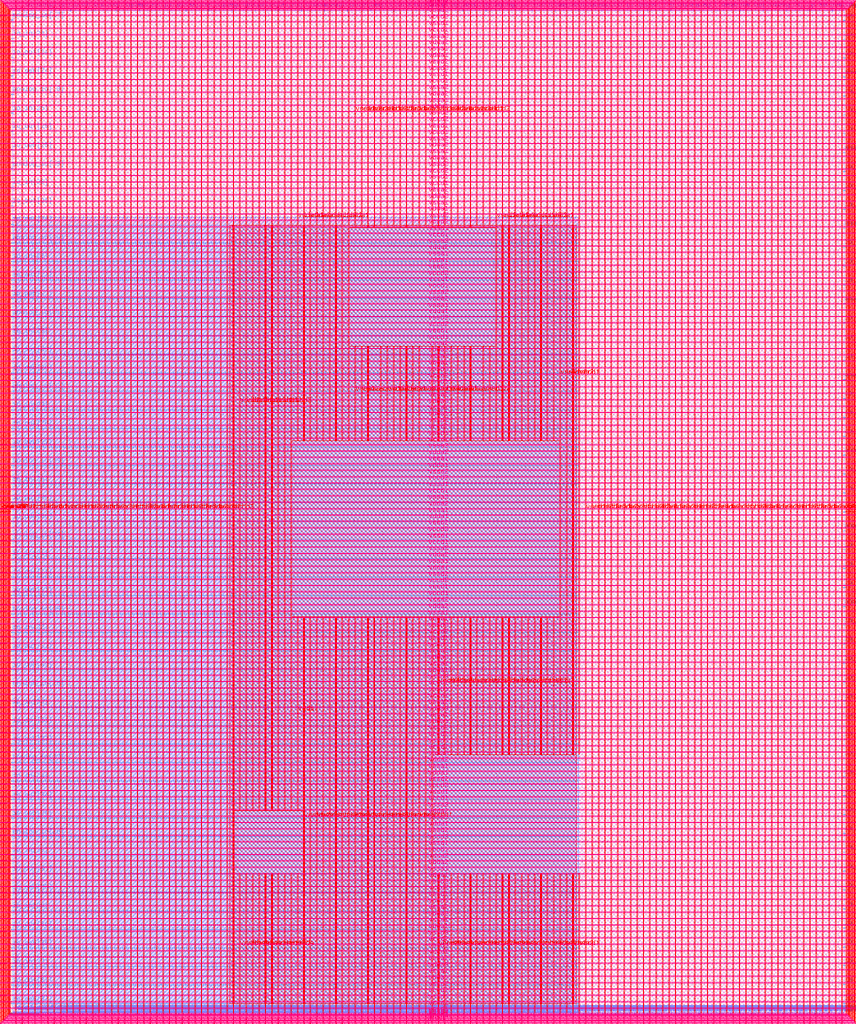
<source format=lef>
VERSION 5.7 ;
  NOWIREEXTENSIONATPIN ON ;
  DIVIDERCHAR "/" ;
  BUSBITCHARS "[]" ;
MACRO user_project_wrapper
  CLASS BLOCK ;
  FOREIGN user_project_wrapper ;
  ORIGIN 0.000 0.000 ;
  SIZE 2920.000 BY 3520.000 ;
  PIN analog_io[0]
    DIRECTION INOUT ;
    USE SIGNAL ;
    PORT
      LAYER met3 ;
        RECT 2917.600 1426.380 2924.800 1427.580 ;
    END
  END analog_io[0]
  PIN analog_io[10]
    DIRECTION INOUT ;
    USE SIGNAL ;
    PORT
      LAYER met2 ;
        RECT 2230.490 3517.600 2231.050 3524.800 ;
    END
  END analog_io[10]
  PIN analog_io[11]
    DIRECTION INOUT ;
    USE SIGNAL ;
    PORT
      LAYER met2 ;
        RECT 1905.730 3517.600 1906.290 3524.800 ;
    END
  END analog_io[11]
  PIN analog_io[12]
    DIRECTION INOUT ;
    USE SIGNAL ;
    PORT
      LAYER met2 ;
        RECT 1581.430 3517.600 1581.990 3524.800 ;
    END
  END analog_io[12]
  PIN analog_io[13]
    DIRECTION INOUT ;
    USE SIGNAL ;
    PORT
      LAYER met2 ;
        RECT 1257.130 3517.600 1257.690 3524.800 ;
    END
  END analog_io[13]
  PIN analog_io[14]
    DIRECTION INOUT ;
    USE SIGNAL ;
    PORT
      LAYER met2 ;
        RECT 932.370 3517.600 932.930 3524.800 ;
    END
  END analog_io[14]
  PIN analog_io[15]
    DIRECTION INOUT ;
    USE SIGNAL ;
    PORT
      LAYER met2 ;
        RECT 608.070 3517.600 608.630 3524.800 ;
    END
  END analog_io[15]
  PIN analog_io[16]
    DIRECTION INOUT ;
    USE SIGNAL ;
    PORT
      LAYER met2 ;
        RECT 283.770 3517.600 284.330 3524.800 ;
    END
  END analog_io[16]
  PIN analog_io[17]
    DIRECTION INOUT ;
    USE SIGNAL ;
    PORT
      LAYER met3 ;
        RECT -4.800 3486.100 2.400 3487.300 ;
    END
  END analog_io[17]
  PIN analog_io[18]
    DIRECTION INOUT ;
    USE SIGNAL ;
    PORT
      LAYER met3 ;
        RECT -4.800 3224.980 2.400 3226.180 ;
    END
  END analog_io[18]
  PIN analog_io[19]
    DIRECTION INOUT ;
    USE SIGNAL ;
    PORT
      LAYER met3 ;
        RECT -4.800 2964.540 2.400 2965.740 ;
    END
  END analog_io[19]
  PIN analog_io[1]
    DIRECTION INOUT ;
    USE SIGNAL ;
    PORT
      LAYER met3 ;
        RECT 2917.600 1692.260 2924.800 1693.460 ;
    END
  END analog_io[1]
  PIN analog_io[20]
    DIRECTION INOUT ;
    USE SIGNAL ;
    PORT
      LAYER met3 ;
        RECT -4.800 2703.420 2.400 2704.620 ;
    END
  END analog_io[20]
  PIN analog_io[21]
    DIRECTION INOUT ;
    USE SIGNAL ;
    PORT
      LAYER met3 ;
        RECT -4.800 2442.980 2.400 2444.180 ;
    END
  END analog_io[21]
  PIN analog_io[22]
    DIRECTION INOUT ;
    USE SIGNAL ;
    PORT
      LAYER met3 ;
        RECT -4.800 2182.540 2.400 2183.740 ;
    END
  END analog_io[22]
  PIN analog_io[23]
    DIRECTION INOUT ;
    USE SIGNAL ;
    PORT
      LAYER met3 ;
        RECT -4.800 1921.420 2.400 1922.620 ;
    END
  END analog_io[23]
  PIN analog_io[24]
    DIRECTION INOUT ;
    USE SIGNAL ;
    PORT
      LAYER met3 ;
        RECT -4.800 1660.980 2.400 1662.180 ;
    END
  END analog_io[24]
  PIN analog_io[25]
    DIRECTION INOUT ;
    USE SIGNAL ;
    PORT
      LAYER met3 ;
        RECT -4.800 1399.860 2.400 1401.060 ;
    END
  END analog_io[25]
  PIN analog_io[26]
    DIRECTION INOUT ;
    USE SIGNAL ;
    PORT
      LAYER met3 ;
        RECT -4.800 1139.420 2.400 1140.620 ;
    END
  END analog_io[26]
  PIN analog_io[27]
    DIRECTION INOUT ;
    USE SIGNAL ;
    PORT
      LAYER met3 ;
        RECT -4.800 878.980 2.400 880.180 ;
    END
  END analog_io[27]
  PIN analog_io[28]
    DIRECTION INOUT ;
    USE SIGNAL ;
    PORT
      LAYER met3 ;
        RECT -4.800 617.860 2.400 619.060 ;
    END
  END analog_io[28]
  PIN analog_io[2]
    DIRECTION INOUT ;
    USE SIGNAL ;
    PORT
      LAYER met3 ;
        RECT 2917.600 1958.140 2924.800 1959.340 ;
    END
  END analog_io[2]
  PIN analog_io[3]
    DIRECTION INOUT ;
    USE SIGNAL ;
    PORT
      LAYER met3 ;
        RECT 2917.600 2223.340 2924.800 2224.540 ;
    END
  END analog_io[3]
  PIN analog_io[4]
    DIRECTION INOUT ;
    USE SIGNAL ;
    PORT
      LAYER met3 ;
        RECT 2917.600 2489.220 2924.800 2490.420 ;
    END
  END analog_io[4]
  PIN analog_io[5]
    DIRECTION INOUT ;
    USE SIGNAL ;
    PORT
      LAYER met3 ;
        RECT 2917.600 2755.100 2924.800 2756.300 ;
    END
  END analog_io[5]
  PIN analog_io[6]
    DIRECTION INOUT ;
    USE SIGNAL ;
    PORT
      LAYER met3 ;
        RECT 2917.600 3020.300 2924.800 3021.500 ;
    END
  END analog_io[6]
  PIN analog_io[7]
    DIRECTION INOUT ;
    USE SIGNAL ;
    PORT
      LAYER met3 ;
        RECT 2917.600 3286.180 2924.800 3287.380 ;
    END
  END analog_io[7]
  PIN analog_io[8]
    DIRECTION INOUT ;
    USE SIGNAL ;
    PORT
      LAYER met2 ;
        RECT 2879.090 3517.600 2879.650 3524.800 ;
    END
  END analog_io[8]
  PIN analog_io[9]
    DIRECTION INOUT ;
    USE SIGNAL ;
    PORT
      LAYER met2 ;
        RECT 2554.790 3517.600 2555.350 3524.800 ;
    END
  END analog_io[9]
  PIN io_in[0]
    DIRECTION INPUT ;
    USE SIGNAL ;
    PORT
      LAYER met3 ;
        RECT 2917.600 32.380 2924.800 33.580 ;
    END
  END io_in[0]
  PIN io_in[10]
    DIRECTION INPUT ;
    USE SIGNAL ;
    PORT
      LAYER met3 ;
        RECT 2917.600 2289.980 2924.800 2291.180 ;
    END
  END io_in[10]
  PIN io_in[11]
    DIRECTION INPUT ;
    USE SIGNAL ;
    PORT
      LAYER met3 ;
        RECT 2917.600 2555.860 2924.800 2557.060 ;
    END
  END io_in[11]
  PIN io_in[12]
    DIRECTION INPUT ;
    USE SIGNAL ;
    PORT
      LAYER met3 ;
        RECT 2917.600 2821.060 2924.800 2822.260 ;
    END
  END io_in[12]
  PIN io_in[13]
    DIRECTION INPUT ;
    USE SIGNAL ;
    PORT
      LAYER met3 ;
        RECT 2917.600 3086.940 2924.800 3088.140 ;
    END
  END io_in[13]
  PIN io_in[14]
    DIRECTION INPUT ;
    USE SIGNAL ;
    PORT
      LAYER met3 ;
        RECT 2917.600 3352.820 2924.800 3354.020 ;
    END
  END io_in[14]
  PIN io_in[15]
    DIRECTION INPUT ;
    USE SIGNAL ;
    PORT
      LAYER met2 ;
        RECT 2798.130 3517.600 2798.690 3524.800 ;
    END
  END io_in[15]
  PIN io_in[16]
    DIRECTION INPUT ;
    USE SIGNAL ;
    PORT
      LAYER met2 ;
        RECT 2473.830 3517.600 2474.390 3524.800 ;
    END
  END io_in[16]
  PIN io_in[17]
    DIRECTION INPUT ;
    USE SIGNAL ;
    PORT
      LAYER met2 ;
        RECT 2149.070 3517.600 2149.630 3524.800 ;
    END
  END io_in[17]
  PIN io_in[18]
    DIRECTION INPUT ;
    USE SIGNAL ;
    PORT
      LAYER met2 ;
        RECT 1824.770 3517.600 1825.330 3524.800 ;
    END
  END io_in[18]
  PIN io_in[19]
    DIRECTION INPUT ;
    USE SIGNAL ;
    PORT
      LAYER met2 ;
        RECT 1500.470 3517.600 1501.030 3524.800 ;
    END
  END io_in[19]
  PIN io_in[1]
    DIRECTION INPUT ;
    USE SIGNAL ;
    PORT
      LAYER met3 ;
        RECT 2917.600 230.940 2924.800 232.140 ;
    END
  END io_in[1]
  PIN io_in[20]
    DIRECTION INPUT ;
    USE SIGNAL ;
    PORT
      LAYER met2 ;
        RECT 1175.710 3517.600 1176.270 3524.800 ;
    END
  END io_in[20]
  PIN io_in[21]
    DIRECTION INPUT ;
    USE SIGNAL ;
    PORT
      LAYER met2 ;
        RECT 851.410 3517.600 851.970 3524.800 ;
    END
  END io_in[21]
  PIN io_in[22]
    DIRECTION INPUT ;
    USE SIGNAL ;
    PORT
      LAYER met2 ;
        RECT 527.110 3517.600 527.670 3524.800 ;
    END
  END io_in[22]
  PIN io_in[23]
    DIRECTION INPUT ;
    USE SIGNAL ;
    PORT
      LAYER met2 ;
        RECT 202.350 3517.600 202.910 3524.800 ;
    END
  END io_in[23]
  PIN io_in[24]
    DIRECTION INPUT ;
    USE SIGNAL ;
    PORT
      LAYER met3 ;
        RECT -4.800 3420.820 2.400 3422.020 ;
    END
  END io_in[24]
  PIN io_in[25]
    DIRECTION INPUT ;
    USE SIGNAL ;
    PORT
      LAYER met3 ;
        RECT -4.800 3159.700 2.400 3160.900 ;
    END
  END io_in[25]
  PIN io_in[26]
    DIRECTION INPUT ;
    USE SIGNAL ;
    PORT
      LAYER met3 ;
        RECT -4.800 2899.260 2.400 2900.460 ;
    END
  END io_in[26]
  PIN io_in[27]
    DIRECTION INPUT ;
    USE SIGNAL ;
    PORT
      LAYER met3 ;
        RECT -4.800 2638.820 2.400 2640.020 ;
    END
  END io_in[27]
  PIN io_in[28]
    DIRECTION INPUT ;
    USE SIGNAL ;
    PORT
      LAYER met3 ;
        RECT -4.800 2377.700 2.400 2378.900 ;
    END
  END io_in[28]
  PIN io_in[29]
    DIRECTION INPUT ;
    USE SIGNAL ;
    PORT
      LAYER met3 ;
        RECT -4.800 2117.260 2.400 2118.460 ;
    END
  END io_in[29]
  PIN io_in[2]
    DIRECTION INPUT ;
    USE SIGNAL ;
    PORT
      LAYER met3 ;
        RECT 2917.600 430.180 2924.800 431.380 ;
    END
  END io_in[2]
  PIN io_in[30]
    DIRECTION INPUT ;
    USE SIGNAL ;
    PORT
      LAYER met3 ;
        RECT -4.800 1856.140 2.400 1857.340 ;
    END
  END io_in[30]
  PIN io_in[31]
    DIRECTION INPUT ;
    USE SIGNAL ;
    PORT
      LAYER met3 ;
        RECT -4.800 1595.700 2.400 1596.900 ;
    END
  END io_in[31]
  PIN io_in[32]
    DIRECTION INPUT ;
    USE SIGNAL ;
    PORT
      LAYER met3 ;
        RECT -4.800 1335.260 2.400 1336.460 ;
    END
  END io_in[32]
  PIN io_in[33]
    DIRECTION INPUT ;
    USE SIGNAL ;
    PORT
      LAYER met3 ;
        RECT -4.800 1074.140 2.400 1075.340 ;
    END
  END io_in[33]
  PIN io_in[34]
    DIRECTION INPUT ;
    USE SIGNAL ;
    PORT
      LAYER met3 ;
        RECT -4.800 813.700 2.400 814.900 ;
    END
  END io_in[34]
  PIN io_in[35]
    DIRECTION INPUT ;
    USE SIGNAL ;
    PORT
      LAYER met3 ;
        RECT -4.800 552.580 2.400 553.780 ;
    END
  END io_in[35]
  PIN io_in[36]
    DIRECTION INPUT ;
    USE SIGNAL ;
    PORT
      LAYER met3 ;
        RECT -4.800 357.420 2.400 358.620 ;
    END
  END io_in[36]
  PIN io_in[37]
    DIRECTION INPUT ;
    USE SIGNAL ;
    PORT
      LAYER met3 ;
        RECT -4.800 161.580 2.400 162.780 ;
    END
  END io_in[37]
  PIN io_in[3]
    DIRECTION INPUT ;
    USE SIGNAL ;
    PORT
      LAYER met3 ;
        RECT 2917.600 629.420 2924.800 630.620 ;
    END
  END io_in[3]
  PIN io_in[4]
    DIRECTION INPUT ;
    USE SIGNAL ;
    PORT
      LAYER met3 ;
        RECT 2917.600 828.660 2924.800 829.860 ;
    END
  END io_in[4]
  PIN io_in[5]
    DIRECTION INPUT ;
    USE SIGNAL ;
    PORT
      LAYER met3 ;
        RECT 2917.600 1027.900 2924.800 1029.100 ;
    END
  END io_in[5]
  PIN io_in[6]
    DIRECTION INPUT ;
    USE SIGNAL ;
    PORT
      LAYER met3 ;
        RECT 2917.600 1227.140 2924.800 1228.340 ;
    END
  END io_in[6]
  PIN io_in[7]
    DIRECTION INPUT ;
    USE SIGNAL ;
    PORT
      LAYER met3 ;
        RECT 2917.600 1493.020 2924.800 1494.220 ;
    END
  END io_in[7]
  PIN io_in[8]
    DIRECTION INPUT ;
    USE SIGNAL ;
    PORT
      LAYER met3 ;
        RECT 2917.600 1758.900 2924.800 1760.100 ;
    END
  END io_in[8]
  PIN io_in[9]
    DIRECTION INPUT ;
    USE SIGNAL ;
    PORT
      LAYER met3 ;
        RECT 2917.600 2024.100 2924.800 2025.300 ;
    END
  END io_in[9]
  PIN io_oeb[0]
    DIRECTION OUTPUT TRISTATE ;
    USE SIGNAL ;
    PORT
      LAYER met3 ;
        RECT 2917.600 164.980 2924.800 166.180 ;
    END
  END io_oeb[0]
  PIN io_oeb[10]
    DIRECTION OUTPUT TRISTATE ;
    USE SIGNAL ;
    PORT
      LAYER met3 ;
        RECT 2917.600 2422.580 2924.800 2423.780 ;
    END
  END io_oeb[10]
  PIN io_oeb[11]
    DIRECTION OUTPUT TRISTATE ;
    USE SIGNAL ;
    PORT
      LAYER met3 ;
        RECT 2917.600 2688.460 2924.800 2689.660 ;
    END
  END io_oeb[11]
  PIN io_oeb[12]
    DIRECTION OUTPUT TRISTATE ;
    USE SIGNAL ;
    PORT
      LAYER met3 ;
        RECT 2917.600 2954.340 2924.800 2955.540 ;
    END
  END io_oeb[12]
  PIN io_oeb[13]
    DIRECTION OUTPUT TRISTATE ;
    USE SIGNAL ;
    PORT
      LAYER met3 ;
        RECT 2917.600 3219.540 2924.800 3220.740 ;
    END
  END io_oeb[13]
  PIN io_oeb[14]
    DIRECTION OUTPUT TRISTATE ;
    USE SIGNAL ;
    PORT
      LAYER met3 ;
        RECT 2917.600 3485.420 2924.800 3486.620 ;
    END
  END io_oeb[14]
  PIN io_oeb[15]
    DIRECTION OUTPUT TRISTATE ;
    USE SIGNAL ;
    PORT
      LAYER met2 ;
        RECT 2635.750 3517.600 2636.310 3524.800 ;
    END
  END io_oeb[15]
  PIN io_oeb[16]
    DIRECTION OUTPUT TRISTATE ;
    USE SIGNAL ;
    PORT
      LAYER met2 ;
        RECT 2311.450 3517.600 2312.010 3524.800 ;
    END
  END io_oeb[16]
  PIN io_oeb[17]
    DIRECTION OUTPUT TRISTATE ;
    USE SIGNAL ;
    PORT
      LAYER met2 ;
        RECT 1987.150 3517.600 1987.710 3524.800 ;
    END
  END io_oeb[17]
  PIN io_oeb[18]
    DIRECTION OUTPUT TRISTATE ;
    USE SIGNAL ;
    PORT
      LAYER met2 ;
        RECT 1662.390 3517.600 1662.950 3524.800 ;
    END
  END io_oeb[18]
  PIN io_oeb[19]
    DIRECTION OUTPUT TRISTATE ;
    USE SIGNAL ;
    PORT
      LAYER met2 ;
        RECT 1338.090 3517.600 1338.650 3524.800 ;
    END
  END io_oeb[19]
  PIN io_oeb[1]
    DIRECTION OUTPUT TRISTATE ;
    USE SIGNAL ;
    PORT
      LAYER met3 ;
        RECT 2917.600 364.220 2924.800 365.420 ;
    END
  END io_oeb[1]
  PIN io_oeb[20]
    DIRECTION OUTPUT TRISTATE ;
    USE SIGNAL ;
    PORT
      LAYER met2 ;
        RECT 1013.790 3517.600 1014.350 3524.800 ;
    END
  END io_oeb[20]
  PIN io_oeb[21]
    DIRECTION OUTPUT TRISTATE ;
    USE SIGNAL ;
    PORT
      LAYER met2 ;
        RECT 689.030 3517.600 689.590 3524.800 ;
    END
  END io_oeb[21]
  PIN io_oeb[22]
    DIRECTION OUTPUT TRISTATE ;
    USE SIGNAL ;
    PORT
      LAYER met2 ;
        RECT 364.730 3517.600 365.290 3524.800 ;
    END
  END io_oeb[22]
  PIN io_oeb[23]
    DIRECTION OUTPUT TRISTATE ;
    USE SIGNAL ;
    PORT
      LAYER met2 ;
        RECT 40.430 3517.600 40.990 3524.800 ;
    END
  END io_oeb[23]
  PIN io_oeb[24]
    DIRECTION OUTPUT TRISTATE ;
    USE SIGNAL ;
    PORT
      LAYER met3 ;
        RECT -4.800 3290.260 2.400 3291.460 ;
    END
  END io_oeb[24]
  PIN io_oeb[25]
    DIRECTION OUTPUT TRISTATE ;
    USE SIGNAL ;
    PORT
      LAYER met3 ;
        RECT -4.800 3029.820 2.400 3031.020 ;
    END
  END io_oeb[25]
  PIN io_oeb[26]
    DIRECTION OUTPUT TRISTATE ;
    USE SIGNAL ;
    PORT
      LAYER met3 ;
        RECT -4.800 2768.700 2.400 2769.900 ;
    END
  END io_oeb[26]
  PIN io_oeb[27]
    DIRECTION OUTPUT TRISTATE ;
    USE SIGNAL ;
    PORT
      LAYER met3 ;
        RECT -4.800 2508.260 2.400 2509.460 ;
    END
  END io_oeb[27]
  PIN io_oeb[28]
    DIRECTION OUTPUT TRISTATE ;
    USE SIGNAL ;
    PORT
      LAYER met3 ;
        RECT -4.800 2247.140 2.400 2248.340 ;
    END
  END io_oeb[28]
  PIN io_oeb[29]
    DIRECTION OUTPUT TRISTATE ;
    USE SIGNAL ;
    PORT
      LAYER met3 ;
        RECT -4.800 1986.700 2.400 1987.900 ;
    END
  END io_oeb[29]
  PIN io_oeb[2]
    DIRECTION OUTPUT TRISTATE ;
    USE SIGNAL ;
    PORT
      LAYER met3 ;
        RECT 2917.600 563.460 2924.800 564.660 ;
    END
  END io_oeb[2]
  PIN io_oeb[30]
    DIRECTION OUTPUT TRISTATE ;
    USE SIGNAL ;
    PORT
      LAYER met3 ;
        RECT -4.800 1726.260 2.400 1727.460 ;
    END
  END io_oeb[30]
  PIN io_oeb[31]
    DIRECTION OUTPUT TRISTATE ;
    USE SIGNAL ;
    PORT
      LAYER met3 ;
        RECT -4.800 1465.140 2.400 1466.340 ;
    END
  END io_oeb[31]
  PIN io_oeb[32]
    DIRECTION OUTPUT TRISTATE ;
    USE SIGNAL ;
    PORT
      LAYER met3 ;
        RECT -4.800 1204.700 2.400 1205.900 ;
    END
  END io_oeb[32]
  PIN io_oeb[33]
    DIRECTION OUTPUT TRISTATE ;
    USE SIGNAL ;
    PORT
      LAYER met3 ;
        RECT -4.800 943.580 2.400 944.780 ;
    END
  END io_oeb[33]
  PIN io_oeb[34]
    DIRECTION OUTPUT TRISTATE ;
    USE SIGNAL ;
    PORT
      LAYER met3 ;
        RECT -4.800 683.140 2.400 684.340 ;
    END
  END io_oeb[34]
  PIN io_oeb[35]
    DIRECTION OUTPUT TRISTATE ;
    USE SIGNAL ;
    PORT
      LAYER met3 ;
        RECT -4.800 422.700 2.400 423.900 ;
    END
  END io_oeb[35]
  PIN io_oeb[36]
    DIRECTION OUTPUT TRISTATE ;
    USE SIGNAL ;
    PORT
      LAYER met3 ;
        RECT -4.800 226.860 2.400 228.060 ;
    END
  END io_oeb[36]
  PIN io_oeb[37]
    DIRECTION OUTPUT TRISTATE ;
    USE SIGNAL ;
    PORT
      LAYER met3 ;
        RECT -4.800 31.700 2.400 32.900 ;
    END
  END io_oeb[37]
  PIN io_oeb[3]
    DIRECTION OUTPUT TRISTATE ;
    USE SIGNAL ;
    PORT
      LAYER met3 ;
        RECT 2917.600 762.700 2924.800 763.900 ;
    END
  END io_oeb[3]
  PIN io_oeb[4]
    DIRECTION OUTPUT TRISTATE ;
    USE SIGNAL ;
    PORT
      LAYER met3 ;
        RECT 2917.600 961.940 2924.800 963.140 ;
    END
  END io_oeb[4]
  PIN io_oeb[5]
    DIRECTION OUTPUT TRISTATE ;
    USE SIGNAL ;
    PORT
      LAYER met3 ;
        RECT 2917.600 1161.180 2924.800 1162.380 ;
    END
  END io_oeb[5]
  PIN io_oeb[6]
    DIRECTION OUTPUT TRISTATE ;
    USE SIGNAL ;
    PORT
      LAYER met3 ;
        RECT 2917.600 1360.420 2924.800 1361.620 ;
    END
  END io_oeb[6]
  PIN io_oeb[7]
    DIRECTION OUTPUT TRISTATE ;
    USE SIGNAL ;
    PORT
      LAYER met3 ;
        RECT 2917.600 1625.620 2924.800 1626.820 ;
    END
  END io_oeb[7]
  PIN io_oeb[8]
    DIRECTION OUTPUT TRISTATE ;
    USE SIGNAL ;
    PORT
      LAYER met3 ;
        RECT 2917.600 1891.500 2924.800 1892.700 ;
    END
  END io_oeb[8]
  PIN io_oeb[9]
    DIRECTION OUTPUT TRISTATE ;
    USE SIGNAL ;
    PORT
      LAYER met3 ;
        RECT 2917.600 2157.380 2924.800 2158.580 ;
    END
  END io_oeb[9]
  PIN io_out[0]
    DIRECTION OUTPUT TRISTATE ;
    USE SIGNAL ;
    PORT
      LAYER met3 ;
        RECT 2917.600 98.340 2924.800 99.540 ;
    END
  END io_out[0]
  PIN io_out[10]
    DIRECTION OUTPUT TRISTATE ;
    USE SIGNAL ;
    PORT
      LAYER met3 ;
        RECT 2917.600 2356.620 2924.800 2357.820 ;
    END
  END io_out[10]
  PIN io_out[11]
    DIRECTION OUTPUT TRISTATE ;
    USE SIGNAL ;
    PORT
      LAYER met3 ;
        RECT 2917.600 2621.820 2924.800 2623.020 ;
    END
  END io_out[11]
  PIN io_out[12]
    DIRECTION OUTPUT TRISTATE ;
    USE SIGNAL ;
    PORT
      LAYER met3 ;
        RECT 2917.600 2887.700 2924.800 2888.900 ;
    END
  END io_out[12]
  PIN io_out[13]
    DIRECTION OUTPUT TRISTATE ;
    USE SIGNAL ;
    PORT
      LAYER met3 ;
        RECT 2917.600 3153.580 2924.800 3154.780 ;
    END
  END io_out[13]
  PIN io_out[14]
    DIRECTION OUTPUT TRISTATE ;
    USE SIGNAL ;
    PORT
      LAYER met3 ;
        RECT 2917.600 3418.780 2924.800 3419.980 ;
    END
  END io_out[14]
  PIN io_out[15]
    DIRECTION OUTPUT TRISTATE ;
    USE SIGNAL ;
    PORT
      LAYER met2 ;
        RECT 2717.170 3517.600 2717.730 3524.800 ;
    END
  END io_out[15]
  PIN io_out[16]
    DIRECTION OUTPUT TRISTATE ;
    USE SIGNAL ;
    PORT
      LAYER met2 ;
        RECT 2392.410 3517.600 2392.970 3524.800 ;
    END
  END io_out[16]
  PIN io_out[17]
    DIRECTION OUTPUT TRISTATE ;
    USE SIGNAL ;
    PORT
      LAYER met2 ;
        RECT 2068.110 3517.600 2068.670 3524.800 ;
    END
  END io_out[17]
  PIN io_out[18]
    DIRECTION OUTPUT TRISTATE ;
    USE SIGNAL ;
    PORT
      LAYER met2 ;
        RECT 1743.810 3517.600 1744.370 3524.800 ;
    END
  END io_out[18]
  PIN io_out[19]
    DIRECTION OUTPUT TRISTATE ;
    USE SIGNAL ;
    PORT
      LAYER met2 ;
        RECT 1419.050 3517.600 1419.610 3524.800 ;
    END
  END io_out[19]
  PIN io_out[1]
    DIRECTION OUTPUT TRISTATE ;
    USE SIGNAL ;
    PORT
      LAYER met3 ;
        RECT 2917.600 297.580 2924.800 298.780 ;
    END
  END io_out[1]
  PIN io_out[20]
    DIRECTION OUTPUT TRISTATE ;
    USE SIGNAL ;
    PORT
      LAYER met2 ;
        RECT 1094.750 3517.600 1095.310 3524.800 ;
    END
  END io_out[20]
  PIN io_out[21]
    DIRECTION OUTPUT TRISTATE ;
    USE SIGNAL ;
    PORT
      LAYER met2 ;
        RECT 770.450 3517.600 771.010 3524.800 ;
    END
  END io_out[21]
  PIN io_out[22]
    DIRECTION OUTPUT TRISTATE ;
    USE SIGNAL ;
    PORT
      LAYER met2 ;
        RECT 445.690 3517.600 446.250 3524.800 ;
    END
  END io_out[22]
  PIN io_out[23]
    DIRECTION OUTPUT TRISTATE ;
    USE SIGNAL ;
    PORT
      LAYER met2 ;
        RECT 121.390 3517.600 121.950 3524.800 ;
    END
  END io_out[23]
  PIN io_out[24]
    DIRECTION OUTPUT TRISTATE ;
    USE SIGNAL ;
    PORT
      LAYER met3 ;
        RECT -4.800 3355.540 2.400 3356.740 ;
    END
  END io_out[24]
  PIN io_out[25]
    DIRECTION OUTPUT TRISTATE ;
    USE SIGNAL ;
    PORT
      LAYER met3 ;
        RECT -4.800 3095.100 2.400 3096.300 ;
    END
  END io_out[25]
  PIN io_out[26]
    DIRECTION OUTPUT TRISTATE ;
    USE SIGNAL ;
    PORT
      LAYER met3 ;
        RECT -4.800 2833.980 2.400 2835.180 ;
    END
  END io_out[26]
  PIN io_out[27]
    DIRECTION OUTPUT TRISTATE ;
    USE SIGNAL ;
    PORT
      LAYER met3 ;
        RECT -4.800 2573.540 2.400 2574.740 ;
    END
  END io_out[27]
  PIN io_out[28]
    DIRECTION OUTPUT TRISTATE ;
    USE SIGNAL ;
    PORT
      LAYER met3 ;
        RECT -4.800 2312.420 2.400 2313.620 ;
    END
  END io_out[28]
  PIN io_out[29]
    DIRECTION OUTPUT TRISTATE ;
    USE SIGNAL ;
    PORT
      LAYER met3 ;
        RECT -4.800 2051.980 2.400 2053.180 ;
    END
  END io_out[29]
  PIN io_out[2]
    DIRECTION OUTPUT TRISTATE ;
    USE SIGNAL ;
    PORT
      LAYER met3 ;
        RECT 2917.600 496.820 2924.800 498.020 ;
    END
  END io_out[2]
  PIN io_out[30]
    DIRECTION OUTPUT TRISTATE ;
    USE SIGNAL ;
    PORT
      LAYER met3 ;
        RECT -4.800 1791.540 2.400 1792.740 ;
    END
  END io_out[30]
  PIN io_out[31]
    DIRECTION OUTPUT TRISTATE ;
    USE SIGNAL ;
    PORT
      LAYER met3 ;
        RECT -4.800 1530.420 2.400 1531.620 ;
    END
  END io_out[31]
  PIN io_out[32]
    DIRECTION OUTPUT TRISTATE ;
    USE SIGNAL ;
    PORT
      LAYER met3 ;
        RECT -4.800 1269.980 2.400 1271.180 ;
    END
  END io_out[32]
  PIN io_out[33]
    DIRECTION OUTPUT TRISTATE ;
    USE SIGNAL ;
    PORT
      LAYER met3 ;
        RECT -4.800 1008.860 2.400 1010.060 ;
    END
  END io_out[33]
  PIN io_out[34]
    DIRECTION OUTPUT TRISTATE ;
    USE SIGNAL ;
    PORT
      LAYER met3 ;
        RECT -4.800 748.420 2.400 749.620 ;
    END
  END io_out[34]
  PIN io_out[35]
    DIRECTION OUTPUT TRISTATE ;
    USE SIGNAL ;
    PORT
      LAYER met3 ;
        RECT -4.800 487.300 2.400 488.500 ;
    END
  END io_out[35]
  PIN io_out[36]
    DIRECTION OUTPUT TRISTATE ;
    USE SIGNAL ;
    PORT
      LAYER met3 ;
        RECT -4.800 292.140 2.400 293.340 ;
    END
  END io_out[36]
  PIN io_out[37]
    DIRECTION OUTPUT TRISTATE ;
    USE SIGNAL ;
    PORT
      LAYER met3 ;
        RECT -4.800 96.300 2.400 97.500 ;
    END
  END io_out[37]
  PIN io_out[3]
    DIRECTION OUTPUT TRISTATE ;
    USE SIGNAL ;
    PORT
      LAYER met3 ;
        RECT 2917.600 696.060 2924.800 697.260 ;
    END
  END io_out[3]
  PIN io_out[4]
    DIRECTION OUTPUT TRISTATE ;
    USE SIGNAL ;
    PORT
      LAYER met3 ;
        RECT 2917.600 895.300 2924.800 896.500 ;
    END
  END io_out[4]
  PIN io_out[5]
    DIRECTION OUTPUT TRISTATE ;
    USE SIGNAL ;
    PORT
      LAYER met3 ;
        RECT 2917.600 1094.540 2924.800 1095.740 ;
    END
  END io_out[5]
  PIN io_out[6]
    DIRECTION OUTPUT TRISTATE ;
    USE SIGNAL ;
    PORT
      LAYER met3 ;
        RECT 2917.600 1293.780 2924.800 1294.980 ;
    END
  END io_out[6]
  PIN io_out[7]
    DIRECTION OUTPUT TRISTATE ;
    USE SIGNAL ;
    PORT
      LAYER met3 ;
        RECT 2917.600 1559.660 2924.800 1560.860 ;
    END
  END io_out[7]
  PIN io_out[8]
    DIRECTION OUTPUT TRISTATE ;
    USE SIGNAL ;
    PORT
      LAYER met3 ;
        RECT 2917.600 1824.860 2924.800 1826.060 ;
    END
  END io_out[8]
  PIN io_out[9]
    DIRECTION OUTPUT TRISTATE ;
    USE SIGNAL ;
    PORT
      LAYER met3 ;
        RECT 2917.600 2090.740 2924.800 2091.940 ;
    END
  END io_out[9]
  PIN la_data_in[0]
    DIRECTION INPUT ;
    USE SIGNAL ;
    PORT
      LAYER met2 ;
        RECT 629.230 -4.800 629.790 2.400 ;
    END
  END la_data_in[0]
  PIN la_data_in[100]
    DIRECTION INPUT ;
    USE SIGNAL ;
    PORT
      LAYER met2 ;
        RECT 2402.530 -4.800 2403.090 2.400 ;
    END
  END la_data_in[100]
  PIN la_data_in[101]
    DIRECTION INPUT ;
    USE SIGNAL ;
    PORT
      LAYER met2 ;
        RECT 2420.010 -4.800 2420.570 2.400 ;
    END
  END la_data_in[101]
  PIN la_data_in[102]
    DIRECTION INPUT ;
    USE SIGNAL ;
    PORT
      LAYER met2 ;
        RECT 2437.950 -4.800 2438.510 2.400 ;
    END
  END la_data_in[102]
  PIN la_data_in[103]
    DIRECTION INPUT ;
    USE SIGNAL ;
    PORT
      LAYER met2 ;
        RECT 2455.430 -4.800 2455.990 2.400 ;
    END
  END la_data_in[103]
  PIN la_data_in[104]
    DIRECTION INPUT ;
    USE SIGNAL ;
    PORT
      LAYER met2 ;
        RECT 2473.370 -4.800 2473.930 2.400 ;
    END
  END la_data_in[104]
  PIN la_data_in[105]
    DIRECTION INPUT ;
    USE SIGNAL ;
    PORT
      LAYER met2 ;
        RECT 2490.850 -4.800 2491.410 2.400 ;
    END
  END la_data_in[105]
  PIN la_data_in[106]
    DIRECTION INPUT ;
    USE SIGNAL ;
    PORT
      LAYER met2 ;
        RECT 2508.790 -4.800 2509.350 2.400 ;
    END
  END la_data_in[106]
  PIN la_data_in[107]
    DIRECTION INPUT ;
    USE SIGNAL ;
    PORT
      LAYER met2 ;
        RECT 2526.730 -4.800 2527.290 2.400 ;
    END
  END la_data_in[107]
  PIN la_data_in[108]
    DIRECTION INPUT ;
    USE SIGNAL ;
    PORT
      LAYER met2 ;
        RECT 2544.210 -4.800 2544.770 2.400 ;
    END
  END la_data_in[108]
  PIN la_data_in[109]
    DIRECTION INPUT ;
    USE SIGNAL ;
    PORT
      LAYER met2 ;
        RECT 2562.150 -4.800 2562.710 2.400 ;
    END
  END la_data_in[109]
  PIN la_data_in[10]
    DIRECTION INPUT ;
    USE SIGNAL ;
    PORT
      LAYER met2 ;
        RECT 806.330 -4.800 806.890 2.400 ;
    END
  END la_data_in[10]
  PIN la_data_in[110]
    DIRECTION INPUT ;
    USE SIGNAL ;
    PORT
      LAYER met2 ;
        RECT 2579.630 -4.800 2580.190 2.400 ;
    END
  END la_data_in[110]
  PIN la_data_in[111]
    DIRECTION INPUT ;
    USE SIGNAL ;
    PORT
      LAYER met2 ;
        RECT 2597.570 -4.800 2598.130 2.400 ;
    END
  END la_data_in[111]
  PIN la_data_in[112]
    DIRECTION INPUT ;
    USE SIGNAL ;
    PORT
      LAYER met2 ;
        RECT 2615.050 -4.800 2615.610 2.400 ;
    END
  END la_data_in[112]
  PIN la_data_in[113]
    DIRECTION INPUT ;
    USE SIGNAL ;
    PORT
      LAYER met2 ;
        RECT 2632.990 -4.800 2633.550 2.400 ;
    END
  END la_data_in[113]
  PIN la_data_in[114]
    DIRECTION INPUT ;
    USE SIGNAL ;
    PORT
      LAYER met2 ;
        RECT 2650.470 -4.800 2651.030 2.400 ;
    END
  END la_data_in[114]
  PIN la_data_in[115]
    DIRECTION INPUT ;
    USE SIGNAL ;
    PORT
      LAYER met2 ;
        RECT 2668.410 -4.800 2668.970 2.400 ;
    END
  END la_data_in[115]
  PIN la_data_in[116]
    DIRECTION INPUT ;
    USE SIGNAL ;
    PORT
      LAYER met2 ;
        RECT 2685.890 -4.800 2686.450 2.400 ;
    END
  END la_data_in[116]
  PIN la_data_in[117]
    DIRECTION INPUT ;
    USE SIGNAL ;
    PORT
      LAYER met2 ;
        RECT 2703.830 -4.800 2704.390 2.400 ;
    END
  END la_data_in[117]
  PIN la_data_in[118]
    DIRECTION INPUT ;
    USE SIGNAL ;
    PORT
      LAYER met2 ;
        RECT 2721.770 -4.800 2722.330 2.400 ;
    END
  END la_data_in[118]
  PIN la_data_in[119]
    DIRECTION INPUT ;
    USE SIGNAL ;
    PORT
      LAYER met2 ;
        RECT 2739.250 -4.800 2739.810 2.400 ;
    END
  END la_data_in[119]
  PIN la_data_in[11]
    DIRECTION INPUT ;
    USE SIGNAL ;
    PORT
      LAYER met2 ;
        RECT 824.270 -4.800 824.830 2.400 ;
    END
  END la_data_in[11]
  PIN la_data_in[120]
    DIRECTION INPUT ;
    USE SIGNAL ;
    PORT
      LAYER met2 ;
        RECT 2757.190 -4.800 2757.750 2.400 ;
    END
  END la_data_in[120]
  PIN la_data_in[121]
    DIRECTION INPUT ;
    USE SIGNAL ;
    PORT
      LAYER met2 ;
        RECT 2774.670 -4.800 2775.230 2.400 ;
    END
  END la_data_in[121]
  PIN la_data_in[122]
    DIRECTION INPUT ;
    USE SIGNAL ;
    PORT
      LAYER met2 ;
        RECT 2792.610 -4.800 2793.170 2.400 ;
    END
  END la_data_in[122]
  PIN la_data_in[123]
    DIRECTION INPUT ;
    USE SIGNAL ;
    PORT
      LAYER met2 ;
        RECT 2810.090 -4.800 2810.650 2.400 ;
    END
  END la_data_in[123]
  PIN la_data_in[124]
    DIRECTION INPUT ;
    USE SIGNAL ;
    PORT
      LAYER met2 ;
        RECT 2828.030 -4.800 2828.590 2.400 ;
    END
  END la_data_in[124]
  PIN la_data_in[125]
    DIRECTION INPUT ;
    USE SIGNAL ;
    PORT
      LAYER met2 ;
        RECT 2845.510 -4.800 2846.070 2.400 ;
    END
  END la_data_in[125]
  PIN la_data_in[126]
    DIRECTION INPUT ;
    USE SIGNAL ;
    PORT
      LAYER met2 ;
        RECT 2863.450 -4.800 2864.010 2.400 ;
    END
  END la_data_in[126]
  PIN la_data_in[127]
    DIRECTION INPUT ;
    USE SIGNAL ;
    PORT
      LAYER met2 ;
        RECT 2881.390 -4.800 2881.950 2.400 ;
    END
  END la_data_in[127]
  PIN la_data_in[12]
    DIRECTION INPUT ;
    USE SIGNAL ;
    PORT
      LAYER met2 ;
        RECT 841.750 -4.800 842.310 2.400 ;
    END
  END la_data_in[12]
  PIN la_data_in[13]
    DIRECTION INPUT ;
    USE SIGNAL ;
    PORT
      LAYER met2 ;
        RECT 859.690 -4.800 860.250 2.400 ;
    END
  END la_data_in[13]
  PIN la_data_in[14]
    DIRECTION INPUT ;
    USE SIGNAL ;
    PORT
      LAYER met2 ;
        RECT 877.170 -4.800 877.730 2.400 ;
    END
  END la_data_in[14]
  PIN la_data_in[15]
    DIRECTION INPUT ;
    USE SIGNAL ;
    PORT
      LAYER met2 ;
        RECT 895.110 -4.800 895.670 2.400 ;
    END
  END la_data_in[15]
  PIN la_data_in[16]
    DIRECTION INPUT ;
    USE SIGNAL ;
    PORT
      LAYER met2 ;
        RECT 912.590 -4.800 913.150 2.400 ;
    END
  END la_data_in[16]
  PIN la_data_in[17]
    DIRECTION INPUT ;
    USE SIGNAL ;
    PORT
      LAYER met2 ;
        RECT 930.530 -4.800 931.090 2.400 ;
    END
  END la_data_in[17]
  PIN la_data_in[18]
    DIRECTION INPUT ;
    USE SIGNAL ;
    PORT
      LAYER met2 ;
        RECT 948.470 -4.800 949.030 2.400 ;
    END
  END la_data_in[18]
  PIN la_data_in[19]
    DIRECTION INPUT ;
    USE SIGNAL ;
    PORT
      LAYER met2 ;
        RECT 965.950 -4.800 966.510 2.400 ;
    END
  END la_data_in[19]
  PIN la_data_in[1]
    DIRECTION INPUT ;
    USE SIGNAL ;
    PORT
      LAYER met2 ;
        RECT 646.710 -4.800 647.270 2.400 ;
    END
  END la_data_in[1]
  PIN la_data_in[20]
    DIRECTION INPUT ;
    USE SIGNAL ;
    PORT
      LAYER met2 ;
        RECT 983.890 -4.800 984.450 2.400 ;
    END
  END la_data_in[20]
  PIN la_data_in[21]
    DIRECTION INPUT ;
    USE SIGNAL ;
    PORT
      LAYER met2 ;
        RECT 1001.370 -4.800 1001.930 2.400 ;
    END
  END la_data_in[21]
  PIN la_data_in[22]
    DIRECTION INPUT ;
    USE SIGNAL ;
    PORT
      LAYER met2 ;
        RECT 1019.310 -4.800 1019.870 2.400 ;
    END
  END la_data_in[22]
  PIN la_data_in[23]
    DIRECTION INPUT ;
    USE SIGNAL ;
    PORT
      LAYER met2 ;
        RECT 1036.790 -4.800 1037.350 2.400 ;
    END
  END la_data_in[23]
  PIN la_data_in[24]
    DIRECTION INPUT ;
    USE SIGNAL ;
    PORT
      LAYER met2 ;
        RECT 1054.730 -4.800 1055.290 2.400 ;
    END
  END la_data_in[24]
  PIN la_data_in[25]
    DIRECTION INPUT ;
    USE SIGNAL ;
    PORT
      LAYER met2 ;
        RECT 1072.210 -4.800 1072.770 2.400 ;
    END
  END la_data_in[25]
  PIN la_data_in[26]
    DIRECTION INPUT ;
    USE SIGNAL ;
    PORT
      LAYER met2 ;
        RECT 1090.150 -4.800 1090.710 2.400 ;
    END
  END la_data_in[26]
  PIN la_data_in[27]
    DIRECTION INPUT ;
    USE SIGNAL ;
    PORT
      LAYER met2 ;
        RECT 1107.630 -4.800 1108.190 2.400 ;
    END
  END la_data_in[27]
  PIN la_data_in[28]
    DIRECTION INPUT ;
    USE SIGNAL ;
    PORT
      LAYER met2 ;
        RECT 1125.570 -4.800 1126.130 2.400 ;
    END
  END la_data_in[28]
  PIN la_data_in[29]
    DIRECTION INPUT ;
    USE SIGNAL ;
    PORT
      LAYER met2 ;
        RECT 1143.510 -4.800 1144.070 2.400 ;
    END
  END la_data_in[29]
  PIN la_data_in[2]
    DIRECTION INPUT ;
    USE SIGNAL ;
    PORT
      LAYER met2 ;
        RECT 664.650 -4.800 665.210 2.400 ;
    END
  END la_data_in[2]
  PIN la_data_in[30]
    DIRECTION INPUT ;
    USE SIGNAL ;
    PORT
      LAYER met2 ;
        RECT 1160.990 -4.800 1161.550 2.400 ;
    END
  END la_data_in[30]
  PIN la_data_in[31]
    DIRECTION INPUT ;
    USE SIGNAL ;
    PORT
      LAYER met2 ;
        RECT 1178.930 -4.800 1179.490 2.400 ;
    END
  END la_data_in[31]
  PIN la_data_in[32]
    DIRECTION INPUT ;
    USE SIGNAL ;
    PORT
      LAYER met2 ;
        RECT 1196.410 -4.800 1196.970 2.400 ;
    END
  END la_data_in[32]
  PIN la_data_in[33]
    DIRECTION INPUT ;
    USE SIGNAL ;
    PORT
      LAYER met2 ;
        RECT 1214.350 -4.800 1214.910 2.400 ;
    END
  END la_data_in[33]
  PIN la_data_in[34]
    DIRECTION INPUT ;
    USE SIGNAL ;
    PORT
      LAYER met2 ;
        RECT 1231.830 -4.800 1232.390 2.400 ;
    END
  END la_data_in[34]
  PIN la_data_in[35]
    DIRECTION INPUT ;
    USE SIGNAL ;
    PORT
      LAYER met2 ;
        RECT 1249.770 -4.800 1250.330 2.400 ;
    END
  END la_data_in[35]
  PIN la_data_in[36]
    DIRECTION INPUT ;
    USE SIGNAL ;
    PORT
      LAYER met2 ;
        RECT 1267.250 -4.800 1267.810 2.400 ;
    END
  END la_data_in[36]
  PIN la_data_in[37]
    DIRECTION INPUT ;
    USE SIGNAL ;
    PORT
      LAYER met2 ;
        RECT 1285.190 -4.800 1285.750 2.400 ;
    END
  END la_data_in[37]
  PIN la_data_in[38]
    DIRECTION INPUT ;
    USE SIGNAL ;
    PORT
      LAYER met2 ;
        RECT 1303.130 -4.800 1303.690 2.400 ;
    END
  END la_data_in[38]
  PIN la_data_in[39]
    DIRECTION INPUT ;
    USE SIGNAL ;
    PORT
      LAYER met2 ;
        RECT 1320.610 -4.800 1321.170 2.400 ;
    END
  END la_data_in[39]
  PIN la_data_in[3]
    DIRECTION INPUT ;
    USE SIGNAL ;
    PORT
      LAYER met2 ;
        RECT 682.130 -4.800 682.690 2.400 ;
    END
  END la_data_in[3]
  PIN la_data_in[40]
    DIRECTION INPUT ;
    USE SIGNAL ;
    PORT
      LAYER met2 ;
        RECT 1338.550 -4.800 1339.110 2.400 ;
    END
  END la_data_in[40]
  PIN la_data_in[41]
    DIRECTION INPUT ;
    USE SIGNAL ;
    PORT
      LAYER met2 ;
        RECT 1356.030 -4.800 1356.590 2.400 ;
    END
  END la_data_in[41]
  PIN la_data_in[42]
    DIRECTION INPUT ;
    USE SIGNAL ;
    PORT
      LAYER met2 ;
        RECT 1373.970 -4.800 1374.530 2.400 ;
    END
  END la_data_in[42]
  PIN la_data_in[43]
    DIRECTION INPUT ;
    USE SIGNAL ;
    PORT
      LAYER met2 ;
        RECT 1391.450 -4.800 1392.010 2.400 ;
    END
  END la_data_in[43]
  PIN la_data_in[44]
    DIRECTION INPUT ;
    USE SIGNAL ;
    PORT
      LAYER met2 ;
        RECT 1409.390 -4.800 1409.950 2.400 ;
    END
  END la_data_in[44]
  PIN la_data_in[45]
    DIRECTION INPUT ;
    USE SIGNAL ;
    PORT
      LAYER met2 ;
        RECT 1426.870 -4.800 1427.430 2.400 ;
    END
  END la_data_in[45]
  PIN la_data_in[46]
    DIRECTION INPUT ;
    USE SIGNAL ;
    PORT
      LAYER met2 ;
        RECT 1444.810 -4.800 1445.370 2.400 ;
    END
  END la_data_in[46]
  PIN la_data_in[47]
    DIRECTION INPUT ;
    USE SIGNAL ;
    PORT
      LAYER met2 ;
        RECT 1462.750 -4.800 1463.310 2.400 ;
    END
  END la_data_in[47]
  PIN la_data_in[48]
    DIRECTION INPUT ;
    USE SIGNAL ;
    PORT
      LAYER met2 ;
        RECT 1480.230 -4.800 1480.790 2.400 ;
    END
  END la_data_in[48]
  PIN la_data_in[49]
    DIRECTION INPUT ;
    USE SIGNAL ;
    PORT
      LAYER met2 ;
        RECT 1498.170 -4.800 1498.730 2.400 ;
    END
  END la_data_in[49]
  PIN la_data_in[4]
    DIRECTION INPUT ;
    USE SIGNAL ;
    PORT
      LAYER met2 ;
        RECT 700.070 -4.800 700.630 2.400 ;
    END
  END la_data_in[4]
  PIN la_data_in[50]
    DIRECTION INPUT ;
    USE SIGNAL ;
    PORT
      LAYER met2 ;
        RECT 1515.650 -4.800 1516.210 2.400 ;
    END
  END la_data_in[50]
  PIN la_data_in[51]
    DIRECTION INPUT ;
    USE SIGNAL ;
    PORT
      LAYER met2 ;
        RECT 1533.590 -4.800 1534.150 2.400 ;
    END
  END la_data_in[51]
  PIN la_data_in[52]
    DIRECTION INPUT ;
    USE SIGNAL ;
    PORT
      LAYER met2 ;
        RECT 1551.070 -4.800 1551.630 2.400 ;
    END
  END la_data_in[52]
  PIN la_data_in[53]
    DIRECTION INPUT ;
    USE SIGNAL ;
    PORT
      LAYER met2 ;
        RECT 1569.010 -4.800 1569.570 2.400 ;
    END
  END la_data_in[53]
  PIN la_data_in[54]
    DIRECTION INPUT ;
    USE SIGNAL ;
    PORT
      LAYER met2 ;
        RECT 1586.490 -4.800 1587.050 2.400 ;
    END
  END la_data_in[54]
  PIN la_data_in[55]
    DIRECTION INPUT ;
    USE SIGNAL ;
    PORT
      LAYER met2 ;
        RECT 1604.430 -4.800 1604.990 2.400 ;
    END
  END la_data_in[55]
  PIN la_data_in[56]
    DIRECTION INPUT ;
    USE SIGNAL ;
    PORT
      LAYER met2 ;
        RECT 1621.910 -4.800 1622.470 2.400 ;
    END
  END la_data_in[56]
  PIN la_data_in[57]
    DIRECTION INPUT ;
    USE SIGNAL ;
    PORT
      LAYER met2 ;
        RECT 1639.850 -4.800 1640.410 2.400 ;
    END
  END la_data_in[57]
  PIN la_data_in[58]
    DIRECTION INPUT ;
    USE SIGNAL ;
    PORT
      LAYER met2 ;
        RECT 1657.790 -4.800 1658.350 2.400 ;
    END
  END la_data_in[58]
  PIN la_data_in[59]
    DIRECTION INPUT ;
    USE SIGNAL ;
    PORT
      LAYER met2 ;
        RECT 1675.270 -4.800 1675.830 2.400 ;
    END
  END la_data_in[59]
  PIN la_data_in[5]
    DIRECTION INPUT ;
    USE SIGNAL ;
    PORT
      LAYER met2 ;
        RECT 717.550 -4.800 718.110 2.400 ;
    END
  END la_data_in[5]
  PIN la_data_in[60]
    DIRECTION INPUT ;
    USE SIGNAL ;
    PORT
      LAYER met2 ;
        RECT 1693.210 -4.800 1693.770 2.400 ;
    END
  END la_data_in[60]
  PIN la_data_in[61]
    DIRECTION INPUT ;
    USE SIGNAL ;
    PORT
      LAYER met2 ;
        RECT 1710.690 -4.800 1711.250 2.400 ;
    END
  END la_data_in[61]
  PIN la_data_in[62]
    DIRECTION INPUT ;
    USE SIGNAL ;
    PORT
      LAYER met2 ;
        RECT 1728.630 -4.800 1729.190 2.400 ;
    END
  END la_data_in[62]
  PIN la_data_in[63]
    DIRECTION INPUT ;
    USE SIGNAL ;
    PORT
      LAYER met2 ;
        RECT 1746.110 -4.800 1746.670 2.400 ;
    END
  END la_data_in[63]
  PIN la_data_in[64]
    DIRECTION INPUT ;
    USE SIGNAL ;
    PORT
      LAYER met2 ;
        RECT 1764.050 -4.800 1764.610 2.400 ;
    END
  END la_data_in[64]
  PIN la_data_in[65]
    DIRECTION INPUT ;
    USE SIGNAL ;
    PORT
      LAYER met2 ;
        RECT 1781.530 -4.800 1782.090 2.400 ;
    END
  END la_data_in[65]
  PIN la_data_in[66]
    DIRECTION INPUT ;
    USE SIGNAL ;
    PORT
      LAYER met2 ;
        RECT 1799.470 -4.800 1800.030 2.400 ;
    END
  END la_data_in[66]
  PIN la_data_in[67]
    DIRECTION INPUT ;
    USE SIGNAL ;
    PORT
      LAYER met2 ;
        RECT 1817.410 -4.800 1817.970 2.400 ;
    END
  END la_data_in[67]
  PIN la_data_in[68]
    DIRECTION INPUT ;
    USE SIGNAL ;
    PORT
      LAYER met2 ;
        RECT 1834.890 -4.800 1835.450 2.400 ;
    END
  END la_data_in[68]
  PIN la_data_in[69]
    DIRECTION INPUT ;
    USE SIGNAL ;
    PORT
      LAYER met2 ;
        RECT 1852.830 -4.800 1853.390 2.400 ;
    END
  END la_data_in[69]
  PIN la_data_in[6]
    DIRECTION INPUT ;
    USE SIGNAL ;
    PORT
      LAYER met2 ;
        RECT 735.490 -4.800 736.050 2.400 ;
    END
  END la_data_in[6]
  PIN la_data_in[70]
    DIRECTION INPUT ;
    USE SIGNAL ;
    PORT
      LAYER met2 ;
        RECT 1870.310 -4.800 1870.870 2.400 ;
    END
  END la_data_in[70]
  PIN la_data_in[71]
    DIRECTION INPUT ;
    USE SIGNAL ;
    PORT
      LAYER met2 ;
        RECT 1888.250 -4.800 1888.810 2.400 ;
    END
  END la_data_in[71]
  PIN la_data_in[72]
    DIRECTION INPUT ;
    USE SIGNAL ;
    PORT
      LAYER met2 ;
        RECT 1905.730 -4.800 1906.290 2.400 ;
    END
  END la_data_in[72]
  PIN la_data_in[73]
    DIRECTION INPUT ;
    USE SIGNAL ;
    PORT
      LAYER met2 ;
        RECT 1923.670 -4.800 1924.230 2.400 ;
    END
  END la_data_in[73]
  PIN la_data_in[74]
    DIRECTION INPUT ;
    USE SIGNAL ;
    PORT
      LAYER met2 ;
        RECT 1941.150 -4.800 1941.710 2.400 ;
    END
  END la_data_in[74]
  PIN la_data_in[75]
    DIRECTION INPUT ;
    USE SIGNAL ;
    PORT
      LAYER met2 ;
        RECT 1959.090 -4.800 1959.650 2.400 ;
    END
  END la_data_in[75]
  PIN la_data_in[76]
    DIRECTION INPUT ;
    USE SIGNAL ;
    PORT
      LAYER met2 ;
        RECT 1976.570 -4.800 1977.130 2.400 ;
    END
  END la_data_in[76]
  PIN la_data_in[77]
    DIRECTION INPUT ;
    USE SIGNAL ;
    PORT
      LAYER met2 ;
        RECT 1994.510 -4.800 1995.070 2.400 ;
    END
  END la_data_in[77]
  PIN la_data_in[78]
    DIRECTION INPUT ;
    USE SIGNAL ;
    PORT
      LAYER met2 ;
        RECT 2012.450 -4.800 2013.010 2.400 ;
    END
  END la_data_in[78]
  PIN la_data_in[79]
    DIRECTION INPUT ;
    USE SIGNAL ;
    PORT
      LAYER met2 ;
        RECT 2029.930 -4.800 2030.490 2.400 ;
    END
  END la_data_in[79]
  PIN la_data_in[7]
    DIRECTION INPUT ;
    USE SIGNAL ;
    PORT
      LAYER met2 ;
        RECT 752.970 -4.800 753.530 2.400 ;
    END
  END la_data_in[7]
  PIN la_data_in[80]
    DIRECTION INPUT ;
    USE SIGNAL ;
    PORT
      LAYER met2 ;
        RECT 2047.870 -4.800 2048.430 2.400 ;
    END
  END la_data_in[80]
  PIN la_data_in[81]
    DIRECTION INPUT ;
    USE SIGNAL ;
    PORT
      LAYER met2 ;
        RECT 2065.350 -4.800 2065.910 2.400 ;
    END
  END la_data_in[81]
  PIN la_data_in[82]
    DIRECTION INPUT ;
    USE SIGNAL ;
    PORT
      LAYER met2 ;
        RECT 2083.290 -4.800 2083.850 2.400 ;
    END
  END la_data_in[82]
  PIN la_data_in[83]
    DIRECTION INPUT ;
    USE SIGNAL ;
    PORT
      LAYER met2 ;
        RECT 2100.770 -4.800 2101.330 2.400 ;
    END
  END la_data_in[83]
  PIN la_data_in[84]
    DIRECTION INPUT ;
    USE SIGNAL ;
    PORT
      LAYER met2 ;
        RECT 2118.710 -4.800 2119.270 2.400 ;
    END
  END la_data_in[84]
  PIN la_data_in[85]
    DIRECTION INPUT ;
    USE SIGNAL ;
    PORT
      LAYER met2 ;
        RECT 2136.190 -4.800 2136.750 2.400 ;
    END
  END la_data_in[85]
  PIN la_data_in[86]
    DIRECTION INPUT ;
    USE SIGNAL ;
    PORT
      LAYER met2 ;
        RECT 2154.130 -4.800 2154.690 2.400 ;
    END
  END la_data_in[86]
  PIN la_data_in[87]
    DIRECTION INPUT ;
    USE SIGNAL ;
    PORT
      LAYER met2 ;
        RECT 2172.070 -4.800 2172.630 2.400 ;
    END
  END la_data_in[87]
  PIN la_data_in[88]
    DIRECTION INPUT ;
    USE SIGNAL ;
    PORT
      LAYER met2 ;
        RECT 2189.550 -4.800 2190.110 2.400 ;
    END
  END la_data_in[88]
  PIN la_data_in[89]
    DIRECTION INPUT ;
    USE SIGNAL ;
    PORT
      LAYER met2 ;
        RECT 2207.490 -4.800 2208.050 2.400 ;
    END
  END la_data_in[89]
  PIN la_data_in[8]
    DIRECTION INPUT ;
    USE SIGNAL ;
    PORT
      LAYER met2 ;
        RECT 770.910 -4.800 771.470 2.400 ;
    END
  END la_data_in[8]
  PIN la_data_in[90]
    DIRECTION INPUT ;
    USE SIGNAL ;
    PORT
      LAYER met2 ;
        RECT 2224.970 -4.800 2225.530 2.400 ;
    END
  END la_data_in[90]
  PIN la_data_in[91]
    DIRECTION INPUT ;
    USE SIGNAL ;
    PORT
      LAYER met2 ;
        RECT 2242.910 -4.800 2243.470 2.400 ;
    END
  END la_data_in[91]
  PIN la_data_in[92]
    DIRECTION INPUT ;
    USE SIGNAL ;
    PORT
      LAYER met2 ;
        RECT 2260.390 -4.800 2260.950 2.400 ;
    END
  END la_data_in[92]
  PIN la_data_in[93]
    DIRECTION INPUT ;
    USE SIGNAL ;
    PORT
      LAYER met2 ;
        RECT 2278.330 -4.800 2278.890 2.400 ;
    END
  END la_data_in[93]
  PIN la_data_in[94]
    DIRECTION INPUT ;
    USE SIGNAL ;
    PORT
      LAYER met2 ;
        RECT 2295.810 -4.800 2296.370 2.400 ;
    END
  END la_data_in[94]
  PIN la_data_in[95]
    DIRECTION INPUT ;
    USE SIGNAL ;
    PORT
      LAYER met2 ;
        RECT 2313.750 -4.800 2314.310 2.400 ;
    END
  END la_data_in[95]
  PIN la_data_in[96]
    DIRECTION INPUT ;
    USE SIGNAL ;
    PORT
      LAYER met2 ;
        RECT 2331.230 -4.800 2331.790 2.400 ;
    END
  END la_data_in[96]
  PIN la_data_in[97]
    DIRECTION INPUT ;
    USE SIGNAL ;
    PORT
      LAYER met2 ;
        RECT 2349.170 -4.800 2349.730 2.400 ;
    END
  END la_data_in[97]
  PIN la_data_in[98]
    DIRECTION INPUT ;
    USE SIGNAL ;
    PORT
      LAYER met2 ;
        RECT 2367.110 -4.800 2367.670 2.400 ;
    END
  END la_data_in[98]
  PIN la_data_in[99]
    DIRECTION INPUT ;
    USE SIGNAL ;
    PORT
      LAYER met2 ;
        RECT 2384.590 -4.800 2385.150 2.400 ;
    END
  END la_data_in[99]
  PIN la_data_in[9]
    DIRECTION INPUT ;
    USE SIGNAL ;
    PORT
      LAYER met2 ;
        RECT 788.850 -4.800 789.410 2.400 ;
    END
  END la_data_in[9]
  PIN la_data_out[0]
    DIRECTION OUTPUT TRISTATE ;
    USE SIGNAL ;
    PORT
      LAYER met2 ;
        RECT 634.750 -4.800 635.310 2.400 ;
    END
  END la_data_out[0]
  PIN la_data_out[100]
    DIRECTION OUTPUT TRISTATE ;
    USE SIGNAL ;
    PORT
      LAYER met2 ;
        RECT 2408.510 -4.800 2409.070 2.400 ;
    END
  END la_data_out[100]
  PIN la_data_out[101]
    DIRECTION OUTPUT TRISTATE ;
    USE SIGNAL ;
    PORT
      LAYER met2 ;
        RECT 2425.990 -4.800 2426.550 2.400 ;
    END
  END la_data_out[101]
  PIN la_data_out[102]
    DIRECTION OUTPUT TRISTATE ;
    USE SIGNAL ;
    PORT
      LAYER met2 ;
        RECT 2443.930 -4.800 2444.490 2.400 ;
    END
  END la_data_out[102]
  PIN la_data_out[103]
    DIRECTION OUTPUT TRISTATE ;
    USE SIGNAL ;
    PORT
      LAYER met2 ;
        RECT 2461.410 -4.800 2461.970 2.400 ;
    END
  END la_data_out[103]
  PIN la_data_out[104]
    DIRECTION OUTPUT TRISTATE ;
    USE SIGNAL ;
    PORT
      LAYER met2 ;
        RECT 2479.350 -4.800 2479.910 2.400 ;
    END
  END la_data_out[104]
  PIN la_data_out[105]
    DIRECTION OUTPUT TRISTATE ;
    USE SIGNAL ;
    PORT
      LAYER met2 ;
        RECT 2496.830 -4.800 2497.390 2.400 ;
    END
  END la_data_out[105]
  PIN la_data_out[106]
    DIRECTION OUTPUT TRISTATE ;
    USE SIGNAL ;
    PORT
      LAYER met2 ;
        RECT 2514.770 -4.800 2515.330 2.400 ;
    END
  END la_data_out[106]
  PIN la_data_out[107]
    DIRECTION OUTPUT TRISTATE ;
    USE SIGNAL ;
    PORT
      LAYER met2 ;
        RECT 2532.250 -4.800 2532.810 2.400 ;
    END
  END la_data_out[107]
  PIN la_data_out[108]
    DIRECTION OUTPUT TRISTATE ;
    USE SIGNAL ;
    PORT
      LAYER met2 ;
        RECT 2550.190 -4.800 2550.750 2.400 ;
    END
  END la_data_out[108]
  PIN la_data_out[109]
    DIRECTION OUTPUT TRISTATE ;
    USE SIGNAL ;
    PORT
      LAYER met2 ;
        RECT 2567.670 -4.800 2568.230 2.400 ;
    END
  END la_data_out[109]
  PIN la_data_out[10]
    DIRECTION OUTPUT TRISTATE ;
    USE SIGNAL ;
    PORT
      LAYER met2 ;
        RECT 812.310 -4.800 812.870 2.400 ;
    END
  END la_data_out[10]
  PIN la_data_out[110]
    DIRECTION OUTPUT TRISTATE ;
    USE SIGNAL ;
    PORT
      LAYER met2 ;
        RECT 2585.610 -4.800 2586.170 2.400 ;
    END
  END la_data_out[110]
  PIN la_data_out[111]
    DIRECTION OUTPUT TRISTATE ;
    USE SIGNAL ;
    PORT
      LAYER met2 ;
        RECT 2603.550 -4.800 2604.110 2.400 ;
    END
  END la_data_out[111]
  PIN la_data_out[112]
    DIRECTION OUTPUT TRISTATE ;
    USE SIGNAL ;
    PORT
      LAYER met2 ;
        RECT 2621.030 -4.800 2621.590 2.400 ;
    END
  END la_data_out[112]
  PIN la_data_out[113]
    DIRECTION OUTPUT TRISTATE ;
    USE SIGNAL ;
    PORT
      LAYER met2 ;
        RECT 2638.970 -4.800 2639.530 2.400 ;
    END
  END la_data_out[113]
  PIN la_data_out[114]
    DIRECTION OUTPUT TRISTATE ;
    USE SIGNAL ;
    PORT
      LAYER met2 ;
        RECT 2656.450 -4.800 2657.010 2.400 ;
    END
  END la_data_out[114]
  PIN la_data_out[115]
    DIRECTION OUTPUT TRISTATE ;
    USE SIGNAL ;
    PORT
      LAYER met2 ;
        RECT 2674.390 -4.800 2674.950 2.400 ;
    END
  END la_data_out[115]
  PIN la_data_out[116]
    DIRECTION OUTPUT TRISTATE ;
    USE SIGNAL ;
    PORT
      LAYER met2 ;
        RECT 2691.870 -4.800 2692.430 2.400 ;
    END
  END la_data_out[116]
  PIN la_data_out[117]
    DIRECTION OUTPUT TRISTATE ;
    USE SIGNAL ;
    PORT
      LAYER met2 ;
        RECT 2709.810 -4.800 2710.370 2.400 ;
    END
  END la_data_out[117]
  PIN la_data_out[118]
    DIRECTION OUTPUT TRISTATE ;
    USE SIGNAL ;
    PORT
      LAYER met2 ;
        RECT 2727.290 -4.800 2727.850 2.400 ;
    END
  END la_data_out[118]
  PIN la_data_out[119]
    DIRECTION OUTPUT TRISTATE ;
    USE SIGNAL ;
    PORT
      LAYER met2 ;
        RECT 2745.230 -4.800 2745.790 2.400 ;
    END
  END la_data_out[119]
  PIN la_data_out[11]
    DIRECTION OUTPUT TRISTATE ;
    USE SIGNAL ;
    PORT
      LAYER met2 ;
        RECT 830.250 -4.800 830.810 2.400 ;
    END
  END la_data_out[11]
  PIN la_data_out[120]
    DIRECTION OUTPUT TRISTATE ;
    USE SIGNAL ;
    PORT
      LAYER met2 ;
        RECT 2763.170 -4.800 2763.730 2.400 ;
    END
  END la_data_out[120]
  PIN la_data_out[121]
    DIRECTION OUTPUT TRISTATE ;
    USE SIGNAL ;
    PORT
      LAYER met2 ;
        RECT 2780.650 -4.800 2781.210 2.400 ;
    END
  END la_data_out[121]
  PIN la_data_out[122]
    DIRECTION OUTPUT TRISTATE ;
    USE SIGNAL ;
    PORT
      LAYER met2 ;
        RECT 2798.590 -4.800 2799.150 2.400 ;
    END
  END la_data_out[122]
  PIN la_data_out[123]
    DIRECTION OUTPUT TRISTATE ;
    USE SIGNAL ;
    PORT
      LAYER met2 ;
        RECT 2816.070 -4.800 2816.630 2.400 ;
    END
  END la_data_out[123]
  PIN la_data_out[124]
    DIRECTION OUTPUT TRISTATE ;
    USE SIGNAL ;
    PORT
      LAYER met2 ;
        RECT 2834.010 -4.800 2834.570 2.400 ;
    END
  END la_data_out[124]
  PIN la_data_out[125]
    DIRECTION OUTPUT TRISTATE ;
    USE SIGNAL ;
    PORT
      LAYER met2 ;
        RECT 2851.490 -4.800 2852.050 2.400 ;
    END
  END la_data_out[125]
  PIN la_data_out[126]
    DIRECTION OUTPUT TRISTATE ;
    USE SIGNAL ;
    PORT
      LAYER met2 ;
        RECT 2869.430 -4.800 2869.990 2.400 ;
    END
  END la_data_out[126]
  PIN la_data_out[127]
    DIRECTION OUTPUT TRISTATE ;
    USE SIGNAL ;
    PORT
      LAYER met2 ;
        RECT 2886.910 -4.800 2887.470 2.400 ;
    END
  END la_data_out[127]
  PIN la_data_out[12]
    DIRECTION OUTPUT TRISTATE ;
    USE SIGNAL ;
    PORT
      LAYER met2 ;
        RECT 847.730 -4.800 848.290 2.400 ;
    END
  END la_data_out[12]
  PIN la_data_out[13]
    DIRECTION OUTPUT TRISTATE ;
    USE SIGNAL ;
    PORT
      LAYER met2 ;
        RECT 865.670 -4.800 866.230 2.400 ;
    END
  END la_data_out[13]
  PIN la_data_out[14]
    DIRECTION OUTPUT TRISTATE ;
    USE SIGNAL ;
    PORT
      LAYER met2 ;
        RECT 883.150 -4.800 883.710 2.400 ;
    END
  END la_data_out[14]
  PIN la_data_out[15]
    DIRECTION OUTPUT TRISTATE ;
    USE SIGNAL ;
    PORT
      LAYER met2 ;
        RECT 901.090 -4.800 901.650 2.400 ;
    END
  END la_data_out[15]
  PIN la_data_out[16]
    DIRECTION OUTPUT TRISTATE ;
    USE SIGNAL ;
    PORT
      LAYER met2 ;
        RECT 918.570 -4.800 919.130 2.400 ;
    END
  END la_data_out[16]
  PIN la_data_out[17]
    DIRECTION OUTPUT TRISTATE ;
    USE SIGNAL ;
    PORT
      LAYER met2 ;
        RECT 936.510 -4.800 937.070 2.400 ;
    END
  END la_data_out[17]
  PIN la_data_out[18]
    DIRECTION OUTPUT TRISTATE ;
    USE SIGNAL ;
    PORT
      LAYER met2 ;
        RECT 953.990 -4.800 954.550 2.400 ;
    END
  END la_data_out[18]
  PIN la_data_out[19]
    DIRECTION OUTPUT TRISTATE ;
    USE SIGNAL ;
    PORT
      LAYER met2 ;
        RECT 971.930 -4.800 972.490 2.400 ;
    END
  END la_data_out[19]
  PIN la_data_out[1]
    DIRECTION OUTPUT TRISTATE ;
    USE SIGNAL ;
    PORT
      LAYER met2 ;
        RECT 652.690 -4.800 653.250 2.400 ;
    END
  END la_data_out[1]
  PIN la_data_out[20]
    DIRECTION OUTPUT TRISTATE ;
    USE SIGNAL ;
    PORT
      LAYER met2 ;
        RECT 989.410 -4.800 989.970 2.400 ;
    END
  END la_data_out[20]
  PIN la_data_out[21]
    DIRECTION OUTPUT TRISTATE ;
    USE SIGNAL ;
    PORT
      LAYER met2 ;
        RECT 1007.350 -4.800 1007.910 2.400 ;
    END
  END la_data_out[21]
  PIN la_data_out[22]
    DIRECTION OUTPUT TRISTATE ;
    USE SIGNAL ;
    PORT
      LAYER met2 ;
        RECT 1025.290 -4.800 1025.850 2.400 ;
    END
  END la_data_out[22]
  PIN la_data_out[23]
    DIRECTION OUTPUT TRISTATE ;
    USE SIGNAL ;
    PORT
      LAYER met2 ;
        RECT 1042.770 -4.800 1043.330 2.400 ;
    END
  END la_data_out[23]
  PIN la_data_out[24]
    DIRECTION OUTPUT TRISTATE ;
    USE SIGNAL ;
    PORT
      LAYER met2 ;
        RECT 1060.710 -4.800 1061.270 2.400 ;
    END
  END la_data_out[24]
  PIN la_data_out[25]
    DIRECTION OUTPUT TRISTATE ;
    USE SIGNAL ;
    PORT
      LAYER met2 ;
        RECT 1078.190 -4.800 1078.750 2.400 ;
    END
  END la_data_out[25]
  PIN la_data_out[26]
    DIRECTION OUTPUT TRISTATE ;
    USE SIGNAL ;
    PORT
      LAYER met2 ;
        RECT 1096.130 -4.800 1096.690 2.400 ;
    END
  END la_data_out[26]
  PIN la_data_out[27]
    DIRECTION OUTPUT TRISTATE ;
    USE SIGNAL ;
    PORT
      LAYER met2 ;
        RECT 1113.610 -4.800 1114.170 2.400 ;
    END
  END la_data_out[27]
  PIN la_data_out[28]
    DIRECTION OUTPUT TRISTATE ;
    USE SIGNAL ;
    PORT
      LAYER met2 ;
        RECT 1131.550 -4.800 1132.110 2.400 ;
    END
  END la_data_out[28]
  PIN la_data_out[29]
    DIRECTION OUTPUT TRISTATE ;
    USE SIGNAL ;
    PORT
      LAYER met2 ;
        RECT 1149.030 -4.800 1149.590 2.400 ;
    END
  END la_data_out[29]
  PIN la_data_out[2]
    DIRECTION OUTPUT TRISTATE ;
    USE SIGNAL ;
    PORT
      LAYER met2 ;
        RECT 670.630 -4.800 671.190 2.400 ;
    END
  END la_data_out[2]
  PIN la_data_out[30]
    DIRECTION OUTPUT TRISTATE ;
    USE SIGNAL ;
    PORT
      LAYER met2 ;
        RECT 1166.970 -4.800 1167.530 2.400 ;
    END
  END la_data_out[30]
  PIN la_data_out[31]
    DIRECTION OUTPUT TRISTATE ;
    USE SIGNAL ;
    PORT
      LAYER met2 ;
        RECT 1184.910 -4.800 1185.470 2.400 ;
    END
  END la_data_out[31]
  PIN la_data_out[32]
    DIRECTION OUTPUT TRISTATE ;
    USE SIGNAL ;
    PORT
      LAYER met2 ;
        RECT 1202.390 -4.800 1202.950 2.400 ;
    END
  END la_data_out[32]
  PIN la_data_out[33]
    DIRECTION OUTPUT TRISTATE ;
    USE SIGNAL ;
    PORT
      LAYER met2 ;
        RECT 1220.330 -4.800 1220.890 2.400 ;
    END
  END la_data_out[33]
  PIN la_data_out[34]
    DIRECTION OUTPUT TRISTATE ;
    USE SIGNAL ;
    PORT
      LAYER met2 ;
        RECT 1237.810 -4.800 1238.370 2.400 ;
    END
  END la_data_out[34]
  PIN la_data_out[35]
    DIRECTION OUTPUT TRISTATE ;
    USE SIGNAL ;
    PORT
      LAYER met2 ;
        RECT 1255.750 -4.800 1256.310 2.400 ;
    END
  END la_data_out[35]
  PIN la_data_out[36]
    DIRECTION OUTPUT TRISTATE ;
    USE SIGNAL ;
    PORT
      LAYER met2 ;
        RECT 1273.230 -4.800 1273.790 2.400 ;
    END
  END la_data_out[36]
  PIN la_data_out[37]
    DIRECTION OUTPUT TRISTATE ;
    USE SIGNAL ;
    PORT
      LAYER met2 ;
        RECT 1291.170 -4.800 1291.730 2.400 ;
    END
  END la_data_out[37]
  PIN la_data_out[38]
    DIRECTION OUTPUT TRISTATE ;
    USE SIGNAL ;
    PORT
      LAYER met2 ;
        RECT 1308.650 -4.800 1309.210 2.400 ;
    END
  END la_data_out[38]
  PIN la_data_out[39]
    DIRECTION OUTPUT TRISTATE ;
    USE SIGNAL ;
    PORT
      LAYER met2 ;
        RECT 1326.590 -4.800 1327.150 2.400 ;
    END
  END la_data_out[39]
  PIN la_data_out[3]
    DIRECTION OUTPUT TRISTATE ;
    USE SIGNAL ;
    PORT
      LAYER met2 ;
        RECT 688.110 -4.800 688.670 2.400 ;
    END
  END la_data_out[3]
  PIN la_data_out[40]
    DIRECTION OUTPUT TRISTATE ;
    USE SIGNAL ;
    PORT
      LAYER met2 ;
        RECT 1344.070 -4.800 1344.630 2.400 ;
    END
  END la_data_out[40]
  PIN la_data_out[41]
    DIRECTION OUTPUT TRISTATE ;
    USE SIGNAL ;
    PORT
      LAYER met2 ;
        RECT 1362.010 -4.800 1362.570 2.400 ;
    END
  END la_data_out[41]
  PIN la_data_out[42]
    DIRECTION OUTPUT TRISTATE ;
    USE SIGNAL ;
    PORT
      LAYER met2 ;
        RECT 1379.950 -4.800 1380.510 2.400 ;
    END
  END la_data_out[42]
  PIN la_data_out[43]
    DIRECTION OUTPUT TRISTATE ;
    USE SIGNAL ;
    PORT
      LAYER met2 ;
        RECT 1397.430 -4.800 1397.990 2.400 ;
    END
  END la_data_out[43]
  PIN la_data_out[44]
    DIRECTION OUTPUT TRISTATE ;
    USE SIGNAL ;
    PORT
      LAYER met2 ;
        RECT 1415.370 -4.800 1415.930 2.400 ;
    END
  END la_data_out[44]
  PIN la_data_out[45]
    DIRECTION OUTPUT TRISTATE ;
    USE SIGNAL ;
    PORT
      LAYER met2 ;
        RECT 1432.850 -4.800 1433.410 2.400 ;
    END
  END la_data_out[45]
  PIN la_data_out[46]
    DIRECTION OUTPUT TRISTATE ;
    USE SIGNAL ;
    PORT
      LAYER met2 ;
        RECT 1450.790 -4.800 1451.350 2.400 ;
    END
  END la_data_out[46]
  PIN la_data_out[47]
    DIRECTION OUTPUT TRISTATE ;
    USE SIGNAL ;
    PORT
      LAYER met2 ;
        RECT 1468.270 -4.800 1468.830 2.400 ;
    END
  END la_data_out[47]
  PIN la_data_out[48]
    DIRECTION OUTPUT TRISTATE ;
    USE SIGNAL ;
    PORT
      LAYER met2 ;
        RECT 1486.210 -4.800 1486.770 2.400 ;
    END
  END la_data_out[48]
  PIN la_data_out[49]
    DIRECTION OUTPUT TRISTATE ;
    USE SIGNAL ;
    PORT
      LAYER met2 ;
        RECT 1503.690 -4.800 1504.250 2.400 ;
    END
  END la_data_out[49]
  PIN la_data_out[4]
    DIRECTION OUTPUT TRISTATE ;
    USE SIGNAL ;
    PORT
      LAYER met2 ;
        RECT 706.050 -4.800 706.610 2.400 ;
    END
  END la_data_out[4]
  PIN la_data_out[50]
    DIRECTION OUTPUT TRISTATE ;
    USE SIGNAL ;
    PORT
      LAYER met2 ;
        RECT 1521.630 -4.800 1522.190 2.400 ;
    END
  END la_data_out[50]
  PIN la_data_out[51]
    DIRECTION OUTPUT TRISTATE ;
    USE SIGNAL ;
    PORT
      LAYER met2 ;
        RECT 1539.570 -4.800 1540.130 2.400 ;
    END
  END la_data_out[51]
  PIN la_data_out[52]
    DIRECTION OUTPUT TRISTATE ;
    USE SIGNAL ;
    PORT
      LAYER met2 ;
        RECT 1557.050 -4.800 1557.610 2.400 ;
    END
  END la_data_out[52]
  PIN la_data_out[53]
    DIRECTION OUTPUT TRISTATE ;
    USE SIGNAL ;
    PORT
      LAYER met2 ;
        RECT 1574.990 -4.800 1575.550 2.400 ;
    END
  END la_data_out[53]
  PIN la_data_out[54]
    DIRECTION OUTPUT TRISTATE ;
    USE SIGNAL ;
    PORT
      LAYER met2 ;
        RECT 1592.470 -4.800 1593.030 2.400 ;
    END
  END la_data_out[54]
  PIN la_data_out[55]
    DIRECTION OUTPUT TRISTATE ;
    USE SIGNAL ;
    PORT
      LAYER met2 ;
        RECT 1610.410 -4.800 1610.970 2.400 ;
    END
  END la_data_out[55]
  PIN la_data_out[56]
    DIRECTION OUTPUT TRISTATE ;
    USE SIGNAL ;
    PORT
      LAYER met2 ;
        RECT 1627.890 -4.800 1628.450 2.400 ;
    END
  END la_data_out[56]
  PIN la_data_out[57]
    DIRECTION OUTPUT TRISTATE ;
    USE SIGNAL ;
    PORT
      LAYER met2 ;
        RECT 1645.830 -4.800 1646.390 2.400 ;
    END
  END la_data_out[57]
  PIN la_data_out[58]
    DIRECTION OUTPUT TRISTATE ;
    USE SIGNAL ;
    PORT
      LAYER met2 ;
        RECT 1663.310 -4.800 1663.870 2.400 ;
    END
  END la_data_out[58]
  PIN la_data_out[59]
    DIRECTION OUTPUT TRISTATE ;
    USE SIGNAL ;
    PORT
      LAYER met2 ;
        RECT 1681.250 -4.800 1681.810 2.400 ;
    END
  END la_data_out[59]
  PIN la_data_out[5]
    DIRECTION OUTPUT TRISTATE ;
    USE SIGNAL ;
    PORT
      LAYER met2 ;
        RECT 723.530 -4.800 724.090 2.400 ;
    END
  END la_data_out[5]
  PIN la_data_out[60]
    DIRECTION OUTPUT TRISTATE ;
    USE SIGNAL ;
    PORT
      LAYER met2 ;
        RECT 1699.190 -4.800 1699.750 2.400 ;
    END
  END la_data_out[60]
  PIN la_data_out[61]
    DIRECTION OUTPUT TRISTATE ;
    USE SIGNAL ;
    PORT
      LAYER met2 ;
        RECT 1716.670 -4.800 1717.230 2.400 ;
    END
  END la_data_out[61]
  PIN la_data_out[62]
    DIRECTION OUTPUT TRISTATE ;
    USE SIGNAL ;
    PORT
      LAYER met2 ;
        RECT 1734.610 -4.800 1735.170 2.400 ;
    END
  END la_data_out[62]
  PIN la_data_out[63]
    DIRECTION OUTPUT TRISTATE ;
    USE SIGNAL ;
    PORT
      LAYER met2 ;
        RECT 1752.090 -4.800 1752.650 2.400 ;
    END
  END la_data_out[63]
  PIN la_data_out[64]
    DIRECTION OUTPUT TRISTATE ;
    USE SIGNAL ;
    PORT
      LAYER met2 ;
        RECT 1770.030 -4.800 1770.590 2.400 ;
    END
  END la_data_out[64]
  PIN la_data_out[65]
    DIRECTION OUTPUT TRISTATE ;
    USE SIGNAL ;
    PORT
      LAYER met2 ;
        RECT 1787.510 -4.800 1788.070 2.400 ;
    END
  END la_data_out[65]
  PIN la_data_out[66]
    DIRECTION OUTPUT TRISTATE ;
    USE SIGNAL ;
    PORT
      LAYER met2 ;
        RECT 1805.450 -4.800 1806.010 2.400 ;
    END
  END la_data_out[66]
  PIN la_data_out[67]
    DIRECTION OUTPUT TRISTATE ;
    USE SIGNAL ;
    PORT
      LAYER met2 ;
        RECT 1822.930 -4.800 1823.490 2.400 ;
    END
  END la_data_out[67]
  PIN la_data_out[68]
    DIRECTION OUTPUT TRISTATE ;
    USE SIGNAL ;
    PORT
      LAYER met2 ;
        RECT 1840.870 -4.800 1841.430 2.400 ;
    END
  END la_data_out[68]
  PIN la_data_out[69]
    DIRECTION OUTPUT TRISTATE ;
    USE SIGNAL ;
    PORT
      LAYER met2 ;
        RECT 1858.350 -4.800 1858.910 2.400 ;
    END
  END la_data_out[69]
  PIN la_data_out[6]
    DIRECTION OUTPUT TRISTATE ;
    USE SIGNAL ;
    PORT
      LAYER met2 ;
        RECT 741.470 -4.800 742.030 2.400 ;
    END
  END la_data_out[6]
  PIN la_data_out[70]
    DIRECTION OUTPUT TRISTATE ;
    USE SIGNAL ;
    PORT
      LAYER met2 ;
        RECT 1876.290 -4.800 1876.850 2.400 ;
    END
  END la_data_out[70]
  PIN la_data_out[71]
    DIRECTION OUTPUT TRISTATE ;
    USE SIGNAL ;
    PORT
      LAYER met2 ;
        RECT 1894.230 -4.800 1894.790 2.400 ;
    END
  END la_data_out[71]
  PIN la_data_out[72]
    DIRECTION OUTPUT TRISTATE ;
    USE SIGNAL ;
    PORT
      LAYER met2 ;
        RECT 1911.710 -4.800 1912.270 2.400 ;
    END
  END la_data_out[72]
  PIN la_data_out[73]
    DIRECTION OUTPUT TRISTATE ;
    USE SIGNAL ;
    PORT
      LAYER met2 ;
        RECT 1929.650 -4.800 1930.210 2.400 ;
    END
  END la_data_out[73]
  PIN la_data_out[74]
    DIRECTION OUTPUT TRISTATE ;
    USE SIGNAL ;
    PORT
      LAYER met2 ;
        RECT 1947.130 -4.800 1947.690 2.400 ;
    END
  END la_data_out[74]
  PIN la_data_out[75]
    DIRECTION OUTPUT TRISTATE ;
    USE SIGNAL ;
    PORT
      LAYER met2 ;
        RECT 1965.070 -4.800 1965.630 2.400 ;
    END
  END la_data_out[75]
  PIN la_data_out[76]
    DIRECTION OUTPUT TRISTATE ;
    USE SIGNAL ;
    PORT
      LAYER met2 ;
        RECT 1982.550 -4.800 1983.110 2.400 ;
    END
  END la_data_out[76]
  PIN la_data_out[77]
    DIRECTION OUTPUT TRISTATE ;
    USE SIGNAL ;
    PORT
      LAYER met2 ;
        RECT 2000.490 -4.800 2001.050 2.400 ;
    END
  END la_data_out[77]
  PIN la_data_out[78]
    DIRECTION OUTPUT TRISTATE ;
    USE SIGNAL ;
    PORT
      LAYER met2 ;
        RECT 2017.970 -4.800 2018.530 2.400 ;
    END
  END la_data_out[78]
  PIN la_data_out[79]
    DIRECTION OUTPUT TRISTATE ;
    USE SIGNAL ;
    PORT
      LAYER met2 ;
        RECT 2035.910 -4.800 2036.470 2.400 ;
    END
  END la_data_out[79]
  PIN la_data_out[7]
    DIRECTION OUTPUT TRISTATE ;
    USE SIGNAL ;
    PORT
      LAYER met2 ;
        RECT 758.950 -4.800 759.510 2.400 ;
    END
  END la_data_out[7]
  PIN la_data_out[80]
    DIRECTION OUTPUT TRISTATE ;
    USE SIGNAL ;
    PORT
      LAYER met2 ;
        RECT 2053.850 -4.800 2054.410 2.400 ;
    END
  END la_data_out[80]
  PIN la_data_out[81]
    DIRECTION OUTPUT TRISTATE ;
    USE SIGNAL ;
    PORT
      LAYER met2 ;
        RECT 2071.330 -4.800 2071.890 2.400 ;
    END
  END la_data_out[81]
  PIN la_data_out[82]
    DIRECTION OUTPUT TRISTATE ;
    USE SIGNAL ;
    PORT
      LAYER met2 ;
        RECT 2089.270 -4.800 2089.830 2.400 ;
    END
  END la_data_out[82]
  PIN la_data_out[83]
    DIRECTION OUTPUT TRISTATE ;
    USE SIGNAL ;
    PORT
      LAYER met2 ;
        RECT 2106.750 -4.800 2107.310 2.400 ;
    END
  END la_data_out[83]
  PIN la_data_out[84]
    DIRECTION OUTPUT TRISTATE ;
    USE SIGNAL ;
    PORT
      LAYER met2 ;
        RECT 2124.690 -4.800 2125.250 2.400 ;
    END
  END la_data_out[84]
  PIN la_data_out[85]
    DIRECTION OUTPUT TRISTATE ;
    USE SIGNAL ;
    PORT
      LAYER met2 ;
        RECT 2142.170 -4.800 2142.730 2.400 ;
    END
  END la_data_out[85]
  PIN la_data_out[86]
    DIRECTION OUTPUT TRISTATE ;
    USE SIGNAL ;
    PORT
      LAYER met2 ;
        RECT 2160.110 -4.800 2160.670 2.400 ;
    END
  END la_data_out[86]
  PIN la_data_out[87]
    DIRECTION OUTPUT TRISTATE ;
    USE SIGNAL ;
    PORT
      LAYER met2 ;
        RECT 2177.590 -4.800 2178.150 2.400 ;
    END
  END la_data_out[87]
  PIN la_data_out[88]
    DIRECTION OUTPUT TRISTATE ;
    USE SIGNAL ;
    PORT
      LAYER met2 ;
        RECT 2195.530 -4.800 2196.090 2.400 ;
    END
  END la_data_out[88]
  PIN la_data_out[89]
    DIRECTION OUTPUT TRISTATE ;
    USE SIGNAL ;
    PORT
      LAYER met2 ;
        RECT 2213.010 -4.800 2213.570 2.400 ;
    END
  END la_data_out[89]
  PIN la_data_out[8]
    DIRECTION OUTPUT TRISTATE ;
    USE SIGNAL ;
    PORT
      LAYER met2 ;
        RECT 776.890 -4.800 777.450 2.400 ;
    END
  END la_data_out[8]
  PIN la_data_out[90]
    DIRECTION OUTPUT TRISTATE ;
    USE SIGNAL ;
    PORT
      LAYER met2 ;
        RECT 2230.950 -4.800 2231.510 2.400 ;
    END
  END la_data_out[90]
  PIN la_data_out[91]
    DIRECTION OUTPUT TRISTATE ;
    USE SIGNAL ;
    PORT
      LAYER met2 ;
        RECT 2248.890 -4.800 2249.450 2.400 ;
    END
  END la_data_out[91]
  PIN la_data_out[92]
    DIRECTION OUTPUT TRISTATE ;
    USE SIGNAL ;
    PORT
      LAYER met2 ;
        RECT 2266.370 -4.800 2266.930 2.400 ;
    END
  END la_data_out[92]
  PIN la_data_out[93]
    DIRECTION OUTPUT TRISTATE ;
    USE SIGNAL ;
    PORT
      LAYER met2 ;
        RECT 2284.310 -4.800 2284.870 2.400 ;
    END
  END la_data_out[93]
  PIN la_data_out[94]
    DIRECTION OUTPUT TRISTATE ;
    USE SIGNAL ;
    PORT
      LAYER met2 ;
        RECT 2301.790 -4.800 2302.350 2.400 ;
    END
  END la_data_out[94]
  PIN la_data_out[95]
    DIRECTION OUTPUT TRISTATE ;
    USE SIGNAL ;
    PORT
      LAYER met2 ;
        RECT 2319.730 -4.800 2320.290 2.400 ;
    END
  END la_data_out[95]
  PIN la_data_out[96]
    DIRECTION OUTPUT TRISTATE ;
    USE SIGNAL ;
    PORT
      LAYER met2 ;
        RECT 2337.210 -4.800 2337.770 2.400 ;
    END
  END la_data_out[96]
  PIN la_data_out[97]
    DIRECTION OUTPUT TRISTATE ;
    USE SIGNAL ;
    PORT
      LAYER met2 ;
        RECT 2355.150 -4.800 2355.710 2.400 ;
    END
  END la_data_out[97]
  PIN la_data_out[98]
    DIRECTION OUTPUT TRISTATE ;
    USE SIGNAL ;
    PORT
      LAYER met2 ;
        RECT 2372.630 -4.800 2373.190 2.400 ;
    END
  END la_data_out[98]
  PIN la_data_out[99]
    DIRECTION OUTPUT TRISTATE ;
    USE SIGNAL ;
    PORT
      LAYER met2 ;
        RECT 2390.570 -4.800 2391.130 2.400 ;
    END
  END la_data_out[99]
  PIN la_data_out[9]
    DIRECTION OUTPUT TRISTATE ;
    USE SIGNAL ;
    PORT
      LAYER met2 ;
        RECT 794.370 -4.800 794.930 2.400 ;
    END
  END la_data_out[9]
  PIN la_oenb[0]
    DIRECTION INPUT ;
    USE SIGNAL ;
    PORT
      LAYER met2 ;
        RECT 640.730 -4.800 641.290 2.400 ;
    END
  END la_oenb[0]
  PIN la_oenb[100]
    DIRECTION INPUT ;
    USE SIGNAL ;
    PORT
      LAYER met2 ;
        RECT 2414.030 -4.800 2414.590 2.400 ;
    END
  END la_oenb[100]
  PIN la_oenb[101]
    DIRECTION INPUT ;
    USE SIGNAL ;
    PORT
      LAYER met2 ;
        RECT 2431.970 -4.800 2432.530 2.400 ;
    END
  END la_oenb[101]
  PIN la_oenb[102]
    DIRECTION INPUT ;
    USE SIGNAL ;
    PORT
      LAYER met2 ;
        RECT 2449.450 -4.800 2450.010 2.400 ;
    END
  END la_oenb[102]
  PIN la_oenb[103]
    DIRECTION INPUT ;
    USE SIGNAL ;
    PORT
      LAYER met2 ;
        RECT 2467.390 -4.800 2467.950 2.400 ;
    END
  END la_oenb[103]
  PIN la_oenb[104]
    DIRECTION INPUT ;
    USE SIGNAL ;
    PORT
      LAYER met2 ;
        RECT 2485.330 -4.800 2485.890 2.400 ;
    END
  END la_oenb[104]
  PIN la_oenb[105]
    DIRECTION INPUT ;
    USE SIGNAL ;
    PORT
      LAYER met2 ;
        RECT 2502.810 -4.800 2503.370 2.400 ;
    END
  END la_oenb[105]
  PIN la_oenb[106]
    DIRECTION INPUT ;
    USE SIGNAL ;
    PORT
      LAYER met2 ;
        RECT 2520.750 -4.800 2521.310 2.400 ;
    END
  END la_oenb[106]
  PIN la_oenb[107]
    DIRECTION INPUT ;
    USE SIGNAL ;
    PORT
      LAYER met2 ;
        RECT 2538.230 -4.800 2538.790 2.400 ;
    END
  END la_oenb[107]
  PIN la_oenb[108]
    DIRECTION INPUT ;
    USE SIGNAL ;
    PORT
      LAYER met2 ;
        RECT 2556.170 -4.800 2556.730 2.400 ;
    END
  END la_oenb[108]
  PIN la_oenb[109]
    DIRECTION INPUT ;
    USE SIGNAL ;
    PORT
      LAYER met2 ;
        RECT 2573.650 -4.800 2574.210 2.400 ;
    END
  END la_oenb[109]
  PIN la_oenb[10]
    DIRECTION INPUT ;
    USE SIGNAL ;
    PORT
      LAYER met2 ;
        RECT 818.290 -4.800 818.850 2.400 ;
    END
  END la_oenb[10]
  PIN la_oenb[110]
    DIRECTION INPUT ;
    USE SIGNAL ;
    PORT
      LAYER met2 ;
        RECT 2591.590 -4.800 2592.150 2.400 ;
    END
  END la_oenb[110]
  PIN la_oenb[111]
    DIRECTION INPUT ;
    USE SIGNAL ;
    PORT
      LAYER met2 ;
        RECT 2609.070 -4.800 2609.630 2.400 ;
    END
  END la_oenb[111]
  PIN la_oenb[112]
    DIRECTION INPUT ;
    USE SIGNAL ;
    PORT
      LAYER met2 ;
        RECT 2627.010 -4.800 2627.570 2.400 ;
    END
  END la_oenb[112]
  PIN la_oenb[113]
    DIRECTION INPUT ;
    USE SIGNAL ;
    PORT
      LAYER met2 ;
        RECT 2644.950 -4.800 2645.510 2.400 ;
    END
  END la_oenb[113]
  PIN la_oenb[114]
    DIRECTION INPUT ;
    USE SIGNAL ;
    PORT
      LAYER met2 ;
        RECT 2662.430 -4.800 2662.990 2.400 ;
    END
  END la_oenb[114]
  PIN la_oenb[115]
    DIRECTION INPUT ;
    USE SIGNAL ;
    PORT
      LAYER met2 ;
        RECT 2680.370 -4.800 2680.930 2.400 ;
    END
  END la_oenb[115]
  PIN la_oenb[116]
    DIRECTION INPUT ;
    USE SIGNAL ;
    PORT
      LAYER met2 ;
        RECT 2697.850 -4.800 2698.410 2.400 ;
    END
  END la_oenb[116]
  PIN la_oenb[117]
    DIRECTION INPUT ;
    USE SIGNAL ;
    PORT
      LAYER met2 ;
        RECT 2715.790 -4.800 2716.350 2.400 ;
    END
  END la_oenb[117]
  PIN la_oenb[118]
    DIRECTION INPUT ;
    USE SIGNAL ;
    PORT
      LAYER met2 ;
        RECT 2733.270 -4.800 2733.830 2.400 ;
    END
  END la_oenb[118]
  PIN la_oenb[119]
    DIRECTION INPUT ;
    USE SIGNAL ;
    PORT
      LAYER met2 ;
        RECT 2751.210 -4.800 2751.770 2.400 ;
    END
  END la_oenb[119]
  PIN la_oenb[11]
    DIRECTION INPUT ;
    USE SIGNAL ;
    PORT
      LAYER met2 ;
        RECT 835.770 -4.800 836.330 2.400 ;
    END
  END la_oenb[11]
  PIN la_oenb[120]
    DIRECTION INPUT ;
    USE SIGNAL ;
    PORT
      LAYER met2 ;
        RECT 2768.690 -4.800 2769.250 2.400 ;
    END
  END la_oenb[120]
  PIN la_oenb[121]
    DIRECTION INPUT ;
    USE SIGNAL ;
    PORT
      LAYER met2 ;
        RECT 2786.630 -4.800 2787.190 2.400 ;
    END
  END la_oenb[121]
  PIN la_oenb[122]
    DIRECTION INPUT ;
    USE SIGNAL ;
    PORT
      LAYER met2 ;
        RECT 2804.110 -4.800 2804.670 2.400 ;
    END
  END la_oenb[122]
  PIN la_oenb[123]
    DIRECTION INPUT ;
    USE SIGNAL ;
    PORT
      LAYER met2 ;
        RECT 2822.050 -4.800 2822.610 2.400 ;
    END
  END la_oenb[123]
  PIN la_oenb[124]
    DIRECTION INPUT ;
    USE SIGNAL ;
    PORT
      LAYER met2 ;
        RECT 2839.990 -4.800 2840.550 2.400 ;
    END
  END la_oenb[124]
  PIN la_oenb[125]
    DIRECTION INPUT ;
    USE SIGNAL ;
    PORT
      LAYER met2 ;
        RECT 2857.470 -4.800 2858.030 2.400 ;
    END
  END la_oenb[125]
  PIN la_oenb[126]
    DIRECTION INPUT ;
    USE SIGNAL ;
    PORT
      LAYER met2 ;
        RECT 2875.410 -4.800 2875.970 2.400 ;
    END
  END la_oenb[126]
  PIN la_oenb[127]
    DIRECTION INPUT ;
    USE SIGNAL ;
    PORT
      LAYER met2 ;
        RECT 2892.890 -4.800 2893.450 2.400 ;
    END
  END la_oenb[127]
  PIN la_oenb[12]
    DIRECTION INPUT ;
    USE SIGNAL ;
    PORT
      LAYER met2 ;
        RECT 853.710 -4.800 854.270 2.400 ;
    END
  END la_oenb[12]
  PIN la_oenb[13]
    DIRECTION INPUT ;
    USE SIGNAL ;
    PORT
      LAYER met2 ;
        RECT 871.190 -4.800 871.750 2.400 ;
    END
  END la_oenb[13]
  PIN la_oenb[14]
    DIRECTION INPUT ;
    USE SIGNAL ;
    PORT
      LAYER met2 ;
        RECT 889.130 -4.800 889.690 2.400 ;
    END
  END la_oenb[14]
  PIN la_oenb[15]
    DIRECTION INPUT ;
    USE SIGNAL ;
    PORT
      LAYER met2 ;
        RECT 907.070 -4.800 907.630 2.400 ;
    END
  END la_oenb[15]
  PIN la_oenb[16]
    DIRECTION INPUT ;
    USE SIGNAL ;
    PORT
      LAYER met2 ;
        RECT 924.550 -4.800 925.110 2.400 ;
    END
  END la_oenb[16]
  PIN la_oenb[17]
    DIRECTION INPUT ;
    USE SIGNAL ;
    PORT
      LAYER met2 ;
        RECT 942.490 -4.800 943.050 2.400 ;
    END
  END la_oenb[17]
  PIN la_oenb[18]
    DIRECTION INPUT ;
    USE SIGNAL ;
    PORT
      LAYER met2 ;
        RECT 959.970 -4.800 960.530 2.400 ;
    END
  END la_oenb[18]
  PIN la_oenb[19]
    DIRECTION INPUT ;
    USE SIGNAL ;
    PORT
      LAYER met2 ;
        RECT 977.910 -4.800 978.470 2.400 ;
    END
  END la_oenb[19]
  PIN la_oenb[1]
    DIRECTION INPUT ;
    USE SIGNAL ;
    PORT
      LAYER met2 ;
        RECT 658.670 -4.800 659.230 2.400 ;
    END
  END la_oenb[1]
  PIN la_oenb[20]
    DIRECTION INPUT ;
    USE SIGNAL ;
    PORT
      LAYER met2 ;
        RECT 995.390 -4.800 995.950 2.400 ;
    END
  END la_oenb[20]
  PIN la_oenb[21]
    DIRECTION INPUT ;
    USE SIGNAL ;
    PORT
      LAYER met2 ;
        RECT 1013.330 -4.800 1013.890 2.400 ;
    END
  END la_oenb[21]
  PIN la_oenb[22]
    DIRECTION INPUT ;
    USE SIGNAL ;
    PORT
      LAYER met2 ;
        RECT 1030.810 -4.800 1031.370 2.400 ;
    END
  END la_oenb[22]
  PIN la_oenb[23]
    DIRECTION INPUT ;
    USE SIGNAL ;
    PORT
      LAYER met2 ;
        RECT 1048.750 -4.800 1049.310 2.400 ;
    END
  END la_oenb[23]
  PIN la_oenb[24]
    DIRECTION INPUT ;
    USE SIGNAL ;
    PORT
      LAYER met2 ;
        RECT 1066.690 -4.800 1067.250 2.400 ;
    END
  END la_oenb[24]
  PIN la_oenb[25]
    DIRECTION INPUT ;
    USE SIGNAL ;
    PORT
      LAYER met2 ;
        RECT 1084.170 -4.800 1084.730 2.400 ;
    END
  END la_oenb[25]
  PIN la_oenb[26]
    DIRECTION INPUT ;
    USE SIGNAL ;
    PORT
      LAYER met2 ;
        RECT 1102.110 -4.800 1102.670 2.400 ;
    END
  END la_oenb[26]
  PIN la_oenb[27]
    DIRECTION INPUT ;
    USE SIGNAL ;
    PORT
      LAYER met2 ;
        RECT 1119.590 -4.800 1120.150 2.400 ;
    END
  END la_oenb[27]
  PIN la_oenb[28]
    DIRECTION INPUT ;
    USE SIGNAL ;
    PORT
      LAYER met2 ;
        RECT 1137.530 -4.800 1138.090 2.400 ;
    END
  END la_oenb[28]
  PIN la_oenb[29]
    DIRECTION INPUT ;
    USE SIGNAL ;
    PORT
      LAYER met2 ;
        RECT 1155.010 -4.800 1155.570 2.400 ;
    END
  END la_oenb[29]
  PIN la_oenb[2]
    DIRECTION INPUT ;
    USE SIGNAL ;
    PORT
      LAYER met2 ;
        RECT 676.150 -4.800 676.710 2.400 ;
    END
  END la_oenb[2]
  PIN la_oenb[30]
    DIRECTION INPUT ;
    USE SIGNAL ;
    PORT
      LAYER met2 ;
        RECT 1172.950 -4.800 1173.510 2.400 ;
    END
  END la_oenb[30]
  PIN la_oenb[31]
    DIRECTION INPUT ;
    USE SIGNAL ;
    PORT
      LAYER met2 ;
        RECT 1190.430 -4.800 1190.990 2.400 ;
    END
  END la_oenb[31]
  PIN la_oenb[32]
    DIRECTION INPUT ;
    USE SIGNAL ;
    PORT
      LAYER met2 ;
        RECT 1208.370 -4.800 1208.930 2.400 ;
    END
  END la_oenb[32]
  PIN la_oenb[33]
    DIRECTION INPUT ;
    USE SIGNAL ;
    PORT
      LAYER met2 ;
        RECT 1225.850 -4.800 1226.410 2.400 ;
    END
  END la_oenb[33]
  PIN la_oenb[34]
    DIRECTION INPUT ;
    USE SIGNAL ;
    PORT
      LAYER met2 ;
        RECT 1243.790 -4.800 1244.350 2.400 ;
    END
  END la_oenb[34]
  PIN la_oenb[35]
    DIRECTION INPUT ;
    USE SIGNAL ;
    PORT
      LAYER met2 ;
        RECT 1261.730 -4.800 1262.290 2.400 ;
    END
  END la_oenb[35]
  PIN la_oenb[36]
    DIRECTION INPUT ;
    USE SIGNAL ;
    PORT
      LAYER met2 ;
        RECT 1279.210 -4.800 1279.770 2.400 ;
    END
  END la_oenb[36]
  PIN la_oenb[37]
    DIRECTION INPUT ;
    USE SIGNAL ;
    PORT
      LAYER met2 ;
        RECT 1297.150 -4.800 1297.710 2.400 ;
    END
  END la_oenb[37]
  PIN la_oenb[38]
    DIRECTION INPUT ;
    USE SIGNAL ;
    PORT
      LAYER met2 ;
        RECT 1314.630 -4.800 1315.190 2.400 ;
    END
  END la_oenb[38]
  PIN la_oenb[39]
    DIRECTION INPUT ;
    USE SIGNAL ;
    PORT
      LAYER met2 ;
        RECT 1332.570 -4.800 1333.130 2.400 ;
    END
  END la_oenb[39]
  PIN la_oenb[3]
    DIRECTION INPUT ;
    USE SIGNAL ;
    PORT
      LAYER met2 ;
        RECT 694.090 -4.800 694.650 2.400 ;
    END
  END la_oenb[3]
  PIN la_oenb[40]
    DIRECTION INPUT ;
    USE SIGNAL ;
    PORT
      LAYER met2 ;
        RECT 1350.050 -4.800 1350.610 2.400 ;
    END
  END la_oenb[40]
  PIN la_oenb[41]
    DIRECTION INPUT ;
    USE SIGNAL ;
    PORT
      LAYER met2 ;
        RECT 1367.990 -4.800 1368.550 2.400 ;
    END
  END la_oenb[41]
  PIN la_oenb[42]
    DIRECTION INPUT ;
    USE SIGNAL ;
    PORT
      LAYER met2 ;
        RECT 1385.470 -4.800 1386.030 2.400 ;
    END
  END la_oenb[42]
  PIN la_oenb[43]
    DIRECTION INPUT ;
    USE SIGNAL ;
    PORT
      LAYER met2 ;
        RECT 1403.410 -4.800 1403.970 2.400 ;
    END
  END la_oenb[43]
  PIN la_oenb[44]
    DIRECTION INPUT ;
    USE SIGNAL ;
    PORT
      LAYER met2 ;
        RECT 1421.350 -4.800 1421.910 2.400 ;
    END
  END la_oenb[44]
  PIN la_oenb[45]
    DIRECTION INPUT ;
    USE SIGNAL ;
    PORT
      LAYER met2 ;
        RECT 1438.830 -4.800 1439.390 2.400 ;
    END
  END la_oenb[45]
  PIN la_oenb[46]
    DIRECTION INPUT ;
    USE SIGNAL ;
    PORT
      LAYER met2 ;
        RECT 1456.770 -4.800 1457.330 2.400 ;
    END
  END la_oenb[46]
  PIN la_oenb[47]
    DIRECTION INPUT ;
    USE SIGNAL ;
    PORT
      LAYER met2 ;
        RECT 1474.250 -4.800 1474.810 2.400 ;
    END
  END la_oenb[47]
  PIN la_oenb[48]
    DIRECTION INPUT ;
    USE SIGNAL ;
    PORT
      LAYER met2 ;
        RECT 1492.190 -4.800 1492.750 2.400 ;
    END
  END la_oenb[48]
  PIN la_oenb[49]
    DIRECTION INPUT ;
    USE SIGNAL ;
    PORT
      LAYER met2 ;
        RECT 1509.670 -4.800 1510.230 2.400 ;
    END
  END la_oenb[49]
  PIN la_oenb[4]
    DIRECTION INPUT ;
    USE SIGNAL ;
    PORT
      LAYER met2 ;
        RECT 712.030 -4.800 712.590 2.400 ;
    END
  END la_oenb[4]
  PIN la_oenb[50]
    DIRECTION INPUT ;
    USE SIGNAL ;
    PORT
      LAYER met2 ;
        RECT 1527.610 -4.800 1528.170 2.400 ;
    END
  END la_oenb[50]
  PIN la_oenb[51]
    DIRECTION INPUT ;
    USE SIGNAL ;
    PORT
      LAYER met2 ;
        RECT 1545.090 -4.800 1545.650 2.400 ;
    END
  END la_oenb[51]
  PIN la_oenb[52]
    DIRECTION INPUT ;
    USE SIGNAL ;
    PORT
      LAYER met2 ;
        RECT 1563.030 -4.800 1563.590 2.400 ;
    END
  END la_oenb[52]
  PIN la_oenb[53]
    DIRECTION INPUT ;
    USE SIGNAL ;
    PORT
      LAYER met2 ;
        RECT 1580.970 -4.800 1581.530 2.400 ;
    END
  END la_oenb[53]
  PIN la_oenb[54]
    DIRECTION INPUT ;
    USE SIGNAL ;
    PORT
      LAYER met2 ;
        RECT 1598.450 -4.800 1599.010 2.400 ;
    END
  END la_oenb[54]
  PIN la_oenb[55]
    DIRECTION INPUT ;
    USE SIGNAL ;
    PORT
      LAYER met2 ;
        RECT 1616.390 -4.800 1616.950 2.400 ;
    END
  END la_oenb[55]
  PIN la_oenb[56]
    DIRECTION INPUT ;
    USE SIGNAL ;
    PORT
      LAYER met2 ;
        RECT 1633.870 -4.800 1634.430 2.400 ;
    END
  END la_oenb[56]
  PIN la_oenb[57]
    DIRECTION INPUT ;
    USE SIGNAL ;
    PORT
      LAYER met2 ;
        RECT 1651.810 -4.800 1652.370 2.400 ;
    END
  END la_oenb[57]
  PIN la_oenb[58]
    DIRECTION INPUT ;
    USE SIGNAL ;
    PORT
      LAYER met2 ;
        RECT 1669.290 -4.800 1669.850 2.400 ;
    END
  END la_oenb[58]
  PIN la_oenb[59]
    DIRECTION INPUT ;
    USE SIGNAL ;
    PORT
      LAYER met2 ;
        RECT 1687.230 -4.800 1687.790 2.400 ;
    END
  END la_oenb[59]
  PIN la_oenb[5]
    DIRECTION INPUT ;
    USE SIGNAL ;
    PORT
      LAYER met2 ;
        RECT 729.510 -4.800 730.070 2.400 ;
    END
  END la_oenb[5]
  PIN la_oenb[60]
    DIRECTION INPUT ;
    USE SIGNAL ;
    PORT
      LAYER met2 ;
        RECT 1704.710 -4.800 1705.270 2.400 ;
    END
  END la_oenb[60]
  PIN la_oenb[61]
    DIRECTION INPUT ;
    USE SIGNAL ;
    PORT
      LAYER met2 ;
        RECT 1722.650 -4.800 1723.210 2.400 ;
    END
  END la_oenb[61]
  PIN la_oenb[62]
    DIRECTION INPUT ;
    USE SIGNAL ;
    PORT
      LAYER met2 ;
        RECT 1740.130 -4.800 1740.690 2.400 ;
    END
  END la_oenb[62]
  PIN la_oenb[63]
    DIRECTION INPUT ;
    USE SIGNAL ;
    PORT
      LAYER met2 ;
        RECT 1758.070 -4.800 1758.630 2.400 ;
    END
  END la_oenb[63]
  PIN la_oenb[64]
    DIRECTION INPUT ;
    USE SIGNAL ;
    PORT
      LAYER met2 ;
        RECT 1776.010 -4.800 1776.570 2.400 ;
    END
  END la_oenb[64]
  PIN la_oenb[65]
    DIRECTION INPUT ;
    USE SIGNAL ;
    PORT
      LAYER met2 ;
        RECT 1793.490 -4.800 1794.050 2.400 ;
    END
  END la_oenb[65]
  PIN la_oenb[66]
    DIRECTION INPUT ;
    USE SIGNAL ;
    PORT
      LAYER met2 ;
        RECT 1811.430 -4.800 1811.990 2.400 ;
    END
  END la_oenb[66]
  PIN la_oenb[67]
    DIRECTION INPUT ;
    USE SIGNAL ;
    PORT
      LAYER met2 ;
        RECT 1828.910 -4.800 1829.470 2.400 ;
    END
  END la_oenb[67]
  PIN la_oenb[68]
    DIRECTION INPUT ;
    USE SIGNAL ;
    PORT
      LAYER met2 ;
        RECT 1846.850 -4.800 1847.410 2.400 ;
    END
  END la_oenb[68]
  PIN la_oenb[69]
    DIRECTION INPUT ;
    USE SIGNAL ;
    PORT
      LAYER met2 ;
        RECT 1864.330 -4.800 1864.890 2.400 ;
    END
  END la_oenb[69]
  PIN la_oenb[6]
    DIRECTION INPUT ;
    USE SIGNAL ;
    PORT
      LAYER met2 ;
        RECT 747.450 -4.800 748.010 2.400 ;
    END
  END la_oenb[6]
  PIN la_oenb[70]
    DIRECTION INPUT ;
    USE SIGNAL ;
    PORT
      LAYER met2 ;
        RECT 1882.270 -4.800 1882.830 2.400 ;
    END
  END la_oenb[70]
  PIN la_oenb[71]
    DIRECTION INPUT ;
    USE SIGNAL ;
    PORT
      LAYER met2 ;
        RECT 1899.750 -4.800 1900.310 2.400 ;
    END
  END la_oenb[71]
  PIN la_oenb[72]
    DIRECTION INPUT ;
    USE SIGNAL ;
    PORT
      LAYER met2 ;
        RECT 1917.690 -4.800 1918.250 2.400 ;
    END
  END la_oenb[72]
  PIN la_oenb[73]
    DIRECTION INPUT ;
    USE SIGNAL ;
    PORT
      LAYER met2 ;
        RECT 1935.630 -4.800 1936.190 2.400 ;
    END
  END la_oenb[73]
  PIN la_oenb[74]
    DIRECTION INPUT ;
    USE SIGNAL ;
    PORT
      LAYER met2 ;
        RECT 1953.110 -4.800 1953.670 2.400 ;
    END
  END la_oenb[74]
  PIN la_oenb[75]
    DIRECTION INPUT ;
    USE SIGNAL ;
    PORT
      LAYER met2 ;
        RECT 1971.050 -4.800 1971.610 2.400 ;
    END
  END la_oenb[75]
  PIN la_oenb[76]
    DIRECTION INPUT ;
    USE SIGNAL ;
    PORT
      LAYER met2 ;
        RECT 1988.530 -4.800 1989.090 2.400 ;
    END
  END la_oenb[76]
  PIN la_oenb[77]
    DIRECTION INPUT ;
    USE SIGNAL ;
    PORT
      LAYER met2 ;
        RECT 2006.470 -4.800 2007.030 2.400 ;
    END
  END la_oenb[77]
  PIN la_oenb[78]
    DIRECTION INPUT ;
    USE SIGNAL ;
    PORT
      LAYER met2 ;
        RECT 2023.950 -4.800 2024.510 2.400 ;
    END
  END la_oenb[78]
  PIN la_oenb[79]
    DIRECTION INPUT ;
    USE SIGNAL ;
    PORT
      LAYER met2 ;
        RECT 2041.890 -4.800 2042.450 2.400 ;
    END
  END la_oenb[79]
  PIN la_oenb[7]
    DIRECTION INPUT ;
    USE SIGNAL ;
    PORT
      LAYER met2 ;
        RECT 764.930 -4.800 765.490 2.400 ;
    END
  END la_oenb[7]
  PIN la_oenb[80]
    DIRECTION INPUT ;
    USE SIGNAL ;
    PORT
      LAYER met2 ;
        RECT 2059.370 -4.800 2059.930 2.400 ;
    END
  END la_oenb[80]
  PIN la_oenb[81]
    DIRECTION INPUT ;
    USE SIGNAL ;
    PORT
      LAYER met2 ;
        RECT 2077.310 -4.800 2077.870 2.400 ;
    END
  END la_oenb[81]
  PIN la_oenb[82]
    DIRECTION INPUT ;
    USE SIGNAL ;
    PORT
      LAYER met2 ;
        RECT 2094.790 -4.800 2095.350 2.400 ;
    END
  END la_oenb[82]
  PIN la_oenb[83]
    DIRECTION INPUT ;
    USE SIGNAL ;
    PORT
      LAYER met2 ;
        RECT 2112.730 -4.800 2113.290 2.400 ;
    END
  END la_oenb[83]
  PIN la_oenb[84]
    DIRECTION INPUT ;
    USE SIGNAL ;
    PORT
      LAYER met2 ;
        RECT 2130.670 -4.800 2131.230 2.400 ;
    END
  END la_oenb[84]
  PIN la_oenb[85]
    DIRECTION INPUT ;
    USE SIGNAL ;
    PORT
      LAYER met2 ;
        RECT 2148.150 -4.800 2148.710 2.400 ;
    END
  END la_oenb[85]
  PIN la_oenb[86]
    DIRECTION INPUT ;
    USE SIGNAL ;
    PORT
      LAYER met2 ;
        RECT 2166.090 -4.800 2166.650 2.400 ;
    END
  END la_oenb[86]
  PIN la_oenb[87]
    DIRECTION INPUT ;
    USE SIGNAL ;
    PORT
      LAYER met2 ;
        RECT 2183.570 -4.800 2184.130 2.400 ;
    END
  END la_oenb[87]
  PIN la_oenb[88]
    DIRECTION INPUT ;
    USE SIGNAL ;
    PORT
      LAYER met2 ;
        RECT 2201.510 -4.800 2202.070 2.400 ;
    END
  END la_oenb[88]
  PIN la_oenb[89]
    DIRECTION INPUT ;
    USE SIGNAL ;
    PORT
      LAYER met2 ;
        RECT 2218.990 -4.800 2219.550 2.400 ;
    END
  END la_oenb[89]
  PIN la_oenb[8]
    DIRECTION INPUT ;
    USE SIGNAL ;
    PORT
      LAYER met2 ;
        RECT 782.870 -4.800 783.430 2.400 ;
    END
  END la_oenb[8]
  PIN la_oenb[90]
    DIRECTION INPUT ;
    USE SIGNAL ;
    PORT
      LAYER met2 ;
        RECT 2236.930 -4.800 2237.490 2.400 ;
    END
  END la_oenb[90]
  PIN la_oenb[91]
    DIRECTION INPUT ;
    USE SIGNAL ;
    PORT
      LAYER met2 ;
        RECT 2254.410 -4.800 2254.970 2.400 ;
    END
  END la_oenb[91]
  PIN la_oenb[92]
    DIRECTION INPUT ;
    USE SIGNAL ;
    PORT
      LAYER met2 ;
        RECT 2272.350 -4.800 2272.910 2.400 ;
    END
  END la_oenb[92]
  PIN la_oenb[93]
    DIRECTION INPUT ;
    USE SIGNAL ;
    PORT
      LAYER met2 ;
        RECT 2290.290 -4.800 2290.850 2.400 ;
    END
  END la_oenb[93]
  PIN la_oenb[94]
    DIRECTION INPUT ;
    USE SIGNAL ;
    PORT
      LAYER met2 ;
        RECT 2307.770 -4.800 2308.330 2.400 ;
    END
  END la_oenb[94]
  PIN la_oenb[95]
    DIRECTION INPUT ;
    USE SIGNAL ;
    PORT
      LAYER met2 ;
        RECT 2325.710 -4.800 2326.270 2.400 ;
    END
  END la_oenb[95]
  PIN la_oenb[96]
    DIRECTION INPUT ;
    USE SIGNAL ;
    PORT
      LAYER met2 ;
        RECT 2343.190 -4.800 2343.750 2.400 ;
    END
  END la_oenb[96]
  PIN la_oenb[97]
    DIRECTION INPUT ;
    USE SIGNAL ;
    PORT
      LAYER met2 ;
        RECT 2361.130 -4.800 2361.690 2.400 ;
    END
  END la_oenb[97]
  PIN la_oenb[98]
    DIRECTION INPUT ;
    USE SIGNAL ;
    PORT
      LAYER met2 ;
        RECT 2378.610 -4.800 2379.170 2.400 ;
    END
  END la_oenb[98]
  PIN la_oenb[99]
    DIRECTION INPUT ;
    USE SIGNAL ;
    PORT
      LAYER met2 ;
        RECT 2396.550 -4.800 2397.110 2.400 ;
    END
  END la_oenb[99]
  PIN la_oenb[9]
    DIRECTION INPUT ;
    USE SIGNAL ;
    PORT
      LAYER met2 ;
        RECT 800.350 -4.800 800.910 2.400 ;
    END
  END la_oenb[9]
  PIN user_clock2
    DIRECTION INPUT ;
    USE SIGNAL ;
    PORT
      LAYER met2 ;
        RECT 2898.870 -4.800 2899.430 2.400 ;
    END
  END user_clock2
  PIN user_irq[0]
    DIRECTION OUTPUT TRISTATE ;
    USE SIGNAL ;
    PORT
      LAYER met2 ;
        RECT 2904.850 -4.800 2905.410 2.400 ;
    END
  END user_irq[0]
  PIN user_irq[1]
    DIRECTION OUTPUT TRISTATE ;
    USE SIGNAL ;
    PORT
      LAYER met2 ;
        RECT 2910.830 -4.800 2911.390 2.400 ;
    END
  END user_irq[1]
  PIN user_irq[2]
    DIRECTION OUTPUT TRISTATE ;
    USE SIGNAL ;
    PORT
      LAYER met2 ;
        RECT 2916.810 -4.800 2917.370 2.400 ;
    END
  END user_irq[2]
  PIN vccd1
    DIRECTION INOUT ;
    USE POWER ;
    PORT
      LAYER met4 ;
        RECT -10.030 -4.670 -6.930 3524.350 ;
    END
    PORT
      LAYER met5 ;
        RECT -10.030 -4.670 2929.650 -1.570 ;
    END
    PORT
      LAYER met5 ;
        RECT -10.030 3521.250 2929.650 3524.350 ;
    END
    PORT
      LAYER met4 ;
        RECT 2926.550 -4.670 2929.650 3524.350 ;
    END
    PORT
      LAYER met4 ;
        RECT 8.970 -38.270 12.070 3557.950 ;
    END
    PORT
      LAYER met4 ;
        RECT 188.970 -38.270 192.070 3557.950 ;
    END
    PORT
      LAYER met4 ;
        RECT 368.970 -38.270 372.070 3557.950 ;
    END
    PORT
      LAYER met4 ;
        RECT 548.970 -38.270 552.070 3557.950 ;
    END
    PORT
      LAYER met4 ;
        RECT 728.970 -38.270 732.070 3557.950 ;
    END
    PORT
      LAYER met4 ;
        RECT 908.970 -38.270 912.070 490.000 ;
    END
    PORT
      LAYER met4 ;
        RECT 908.970 710.000 912.070 3557.950 ;
    END
    PORT
      LAYER met4 ;
        RECT 1088.970 -38.270 1092.070 1390.000 ;
    END
    PORT
      LAYER met4 ;
        RECT 1088.970 2010.000 1092.070 3557.950 ;
    END
    PORT
      LAYER met4 ;
        RECT 1268.970 -38.270 1272.070 1390.000 ;
    END
    PORT
      LAYER met4 ;
        RECT 1268.970 2757.500 1272.070 3557.950 ;
    END
    PORT
      LAYER met4 ;
        RECT 1448.970 -38.270 1452.070 1390.000 ;
    END
    PORT
      LAYER met4 ;
        RECT 1448.970 2757.500 1452.070 3557.950 ;
    END
    PORT
      LAYER met4 ;
        RECT 1628.970 -38.270 1632.070 490.000 ;
    END
    PORT
      LAYER met4 ;
        RECT 1628.970 907.500 1632.070 1390.000 ;
    END
    PORT
      LAYER met4 ;
        RECT 1628.970 2757.500 1632.070 3557.950 ;
    END
    PORT
      LAYER met4 ;
        RECT 1808.970 -38.270 1812.070 490.000 ;
    END
    PORT
      LAYER met4 ;
        RECT 1808.970 907.500 1812.070 1390.000 ;
    END
    PORT
      LAYER met4 ;
        RECT 1808.970 2010.000 1812.070 3557.950 ;
    END
    PORT
      LAYER met4 ;
        RECT 1988.970 -38.270 1992.070 490.000 ;
    END
    PORT
      LAYER met4 ;
        RECT 1988.970 907.500 1992.070 3557.950 ;
    END
    PORT
      LAYER met4 ;
        RECT 2168.970 -38.270 2172.070 3557.950 ;
    END
    PORT
      LAYER met4 ;
        RECT 2348.970 -38.270 2352.070 3557.950 ;
    END
    PORT
      LAYER met4 ;
        RECT 2528.970 -38.270 2532.070 3557.950 ;
    END
    PORT
      LAYER met4 ;
        RECT 2708.970 -38.270 2712.070 3557.950 ;
    END
    PORT
      LAYER met4 ;
        RECT 2888.970 -38.270 2892.070 3557.950 ;
    END
    PORT
      LAYER met5 ;
        RECT -43.630 14.330 2963.250 17.430 ;
    END
    PORT
      LAYER met5 ;
        RECT -43.630 194.330 2963.250 197.430 ;
    END
    PORT
      LAYER met5 ;
        RECT -43.630 374.330 2963.250 377.430 ;
    END
    PORT
      LAYER met5 ;
        RECT -43.630 554.330 2963.250 557.430 ;
    END
    PORT
      LAYER met5 ;
        RECT -43.630 734.330 2963.250 737.430 ;
    END
    PORT
      LAYER met5 ;
        RECT -43.630 914.330 2963.250 917.430 ;
    END
    PORT
      LAYER met5 ;
        RECT -43.630 1094.330 2963.250 1097.430 ;
    END
    PORT
      LAYER met5 ;
        RECT -43.630 1274.330 2963.250 1277.430 ;
    END
    PORT
      LAYER met5 ;
        RECT -43.630 1454.330 2963.250 1457.430 ;
    END
    PORT
      LAYER met5 ;
        RECT -43.630 1634.330 2963.250 1637.430 ;
    END
    PORT
      LAYER met5 ;
        RECT -43.630 1814.330 2963.250 1817.430 ;
    END
    PORT
      LAYER met5 ;
        RECT -43.630 1994.330 2963.250 1997.430 ;
    END
    PORT
      LAYER met5 ;
        RECT -43.630 2174.330 2963.250 2177.430 ;
    END
    PORT
      LAYER met5 ;
        RECT -43.630 2354.330 2963.250 2357.430 ;
    END
    PORT
      LAYER met5 ;
        RECT -43.630 2534.330 2963.250 2537.430 ;
    END
    PORT
      LAYER met5 ;
        RECT -43.630 2714.330 2963.250 2717.430 ;
    END
    PORT
      LAYER met5 ;
        RECT -43.630 2894.330 2963.250 2897.430 ;
    END
    PORT
      LAYER met5 ;
        RECT -43.630 3074.330 2963.250 3077.430 ;
    END
    PORT
      LAYER met5 ;
        RECT -43.630 3254.330 2963.250 3257.430 ;
    END
    PORT
      LAYER met5 ;
        RECT -43.630 3434.330 2963.250 3437.430 ;
    END
  END vccd1
  PIN vccd2
    DIRECTION INOUT ;
    USE POWER ;
    PORT
      LAYER met4 ;
        RECT -19.630 -14.270 -16.530 3533.950 ;
    END
    PORT
      LAYER met5 ;
        RECT -19.630 -14.270 2939.250 -11.170 ;
    END
    PORT
      LAYER met5 ;
        RECT -19.630 3530.850 2939.250 3533.950 ;
    END
    PORT
      LAYER met4 ;
        RECT 2936.150 -14.270 2939.250 3533.950 ;
    END
    PORT
      LAYER met4 ;
        RECT 53.970 -38.270 57.070 3557.950 ;
    END
    PORT
      LAYER met4 ;
        RECT 233.970 -38.270 237.070 3557.950 ;
    END
    PORT
      LAYER met4 ;
        RECT 413.970 -38.270 417.070 3557.950 ;
    END
    PORT
      LAYER met4 ;
        RECT 593.970 -38.270 597.070 3557.950 ;
    END
    PORT
      LAYER met4 ;
        RECT 773.970 -38.270 777.070 3557.950 ;
    END
    PORT
      LAYER met4 ;
        RECT 953.970 -38.270 957.070 490.000 ;
    END
    PORT
      LAYER met4 ;
        RECT 953.970 710.000 957.070 3557.950 ;
    END
    PORT
      LAYER met4 ;
        RECT 1133.970 -38.270 1137.070 1390.000 ;
    END
    PORT
      LAYER met4 ;
        RECT 1133.970 2010.000 1137.070 3557.950 ;
    END
    PORT
      LAYER met4 ;
        RECT 1313.970 -38.270 1317.070 1390.000 ;
    END
    PORT
      LAYER met4 ;
        RECT 1313.970 2010.000 1317.070 2340.000 ;
    END
    PORT
      LAYER met4 ;
        RECT 1313.970 2757.500 1317.070 3557.950 ;
    END
    PORT
      LAYER met4 ;
        RECT 1493.970 -38.270 1497.070 490.000 ;
    END
    PORT
      LAYER met4 ;
        RECT 1493.970 907.500 1497.070 1390.000 ;
    END
    PORT
      LAYER met4 ;
        RECT 1493.970 2010.000 1497.070 2340.000 ;
    END
    PORT
      LAYER met4 ;
        RECT 1493.970 2757.500 1497.070 3557.950 ;
    END
    PORT
      LAYER met4 ;
        RECT 1673.970 -38.270 1677.070 490.000 ;
    END
    PORT
      LAYER met4 ;
        RECT 1673.970 907.500 1677.070 1390.000 ;
    END
    PORT
      LAYER met4 ;
        RECT 1673.970 2010.000 1677.070 2340.000 ;
    END
    PORT
      LAYER met4 ;
        RECT 1673.970 2757.500 1677.070 3557.950 ;
    END
    PORT
      LAYER met4 ;
        RECT 1853.970 -38.270 1857.070 490.000 ;
    END
    PORT
      LAYER met4 ;
        RECT 1853.970 907.500 1857.070 1390.000 ;
    END
    PORT
      LAYER met4 ;
        RECT 1853.970 2010.000 1857.070 3557.950 ;
    END
    PORT
      LAYER met4 ;
        RECT 2033.970 -38.270 2037.070 3557.950 ;
    END
    PORT
      LAYER met4 ;
        RECT 2213.970 -38.270 2217.070 3557.950 ;
    END
    PORT
      LAYER met4 ;
        RECT 2393.970 -38.270 2397.070 3557.950 ;
    END
    PORT
      LAYER met4 ;
        RECT 2573.970 -38.270 2577.070 3557.950 ;
    END
    PORT
      LAYER met4 ;
        RECT 2753.970 -38.270 2757.070 3557.950 ;
    END
    PORT
      LAYER met5 ;
        RECT -43.630 59.330 2963.250 62.430 ;
    END
    PORT
      LAYER met5 ;
        RECT -43.630 239.330 2963.250 242.430 ;
    END
    PORT
      LAYER met5 ;
        RECT -43.630 419.330 2963.250 422.430 ;
    END
    PORT
      LAYER met5 ;
        RECT -43.630 599.330 2963.250 602.430 ;
    END
    PORT
      LAYER met5 ;
        RECT -43.630 779.330 2963.250 782.430 ;
    END
    PORT
      LAYER met5 ;
        RECT -43.630 959.330 2963.250 962.430 ;
    END
    PORT
      LAYER met5 ;
        RECT -43.630 1139.330 2963.250 1142.430 ;
    END
    PORT
      LAYER met5 ;
        RECT -43.630 1319.330 2963.250 1322.430 ;
    END
    PORT
      LAYER met5 ;
        RECT -43.630 1499.330 2963.250 1502.430 ;
    END
    PORT
      LAYER met5 ;
        RECT -43.630 1679.330 2963.250 1682.430 ;
    END
    PORT
      LAYER met5 ;
        RECT -43.630 1859.330 2963.250 1862.430 ;
    END
    PORT
      LAYER met5 ;
        RECT -43.630 2039.330 2963.250 2042.430 ;
    END
    PORT
      LAYER met5 ;
        RECT -43.630 2219.330 2963.250 2222.430 ;
    END
    PORT
      LAYER met5 ;
        RECT -43.630 2399.330 2963.250 2402.430 ;
    END
    PORT
      LAYER met5 ;
        RECT -43.630 2579.330 2963.250 2582.430 ;
    END
    PORT
      LAYER met5 ;
        RECT -43.630 2759.330 2963.250 2762.430 ;
    END
    PORT
      LAYER met5 ;
        RECT -43.630 2939.330 2963.250 2942.430 ;
    END
    PORT
      LAYER met5 ;
        RECT -43.630 3119.330 2963.250 3122.430 ;
    END
    PORT
      LAYER met5 ;
        RECT -43.630 3299.330 2963.250 3302.430 ;
    END
    PORT
      LAYER met5 ;
        RECT -43.630 3479.330 2963.250 3482.430 ;
    END
  END vccd2
  PIN vdda1
    DIRECTION INOUT ;
    USE POWER ;
    PORT
      LAYER met4 ;
        RECT -29.230 -23.870 -26.130 3543.550 ;
    END
    PORT
      LAYER met5 ;
        RECT -29.230 -23.870 2948.850 -20.770 ;
    END
    PORT
      LAYER met5 ;
        RECT -29.230 3540.450 2948.850 3543.550 ;
    END
    PORT
      LAYER met4 ;
        RECT 2945.750 -23.870 2948.850 3543.550 ;
    END
    PORT
      LAYER met4 ;
        RECT 98.970 -38.270 102.070 3557.950 ;
    END
    PORT
      LAYER met4 ;
        RECT 278.970 -38.270 282.070 3557.950 ;
    END
    PORT
      LAYER met4 ;
        RECT 458.970 -38.270 462.070 3557.950 ;
    END
    PORT
      LAYER met4 ;
        RECT 638.970 -38.270 642.070 3557.950 ;
    END
    PORT
      LAYER met4 ;
        RECT 818.970 -38.270 822.070 490.000 ;
    END
    PORT
      LAYER met4 ;
        RECT 818.970 710.000 822.070 3557.950 ;
    END
    PORT
      LAYER met4 ;
        RECT 998.970 -38.270 1002.070 490.000 ;
    END
    PORT
      LAYER met4 ;
        RECT 998.970 710.000 1002.070 1390.000 ;
    END
    PORT
      LAYER met4 ;
        RECT 998.970 2010.000 1002.070 3557.950 ;
    END
    PORT
      LAYER met4 ;
        RECT 1178.970 -38.270 1182.070 1390.000 ;
    END
    PORT
      LAYER met4 ;
        RECT 1178.970 2010.000 1182.070 3557.950 ;
    END
    PORT
      LAYER met4 ;
        RECT 1358.970 -38.270 1362.070 1390.000 ;
    END
    PORT
      LAYER met4 ;
        RECT 1358.970 2010.000 1362.070 2340.000 ;
    END
    PORT
      LAYER met4 ;
        RECT 1358.970 2757.500 1362.070 3557.950 ;
    END
    PORT
      LAYER met4 ;
        RECT 1538.970 -38.270 1542.070 490.000 ;
    END
    PORT
      LAYER met4 ;
        RECT 1538.970 907.500 1542.070 1390.000 ;
    END
    PORT
      LAYER met4 ;
        RECT 1538.970 2010.000 1542.070 2340.000 ;
    END
    PORT
      LAYER met4 ;
        RECT 1538.970 2757.500 1542.070 3557.950 ;
    END
    PORT
      LAYER met4 ;
        RECT 1718.970 -38.270 1722.070 490.000 ;
    END
    PORT
      LAYER met4 ;
        RECT 1718.970 907.500 1722.070 1390.000 ;
    END
    PORT
      LAYER met4 ;
        RECT 1718.970 2010.000 1722.070 3557.950 ;
    END
    PORT
      LAYER met4 ;
        RECT 1898.970 -38.270 1902.070 490.000 ;
    END
    PORT
      LAYER met4 ;
        RECT 1898.970 907.500 1902.070 1390.000 ;
    END
    PORT
      LAYER met4 ;
        RECT 1898.970 2010.000 1902.070 3557.950 ;
    END
    PORT
      LAYER met4 ;
        RECT 2078.970 -38.270 2082.070 3557.950 ;
    END
    PORT
      LAYER met4 ;
        RECT 2258.970 -38.270 2262.070 3557.950 ;
    END
    PORT
      LAYER met4 ;
        RECT 2438.970 -38.270 2442.070 3557.950 ;
    END
    PORT
      LAYER met4 ;
        RECT 2618.970 -38.270 2622.070 3557.950 ;
    END
    PORT
      LAYER met4 ;
        RECT 2798.970 -38.270 2802.070 3557.950 ;
    END
    PORT
      LAYER met5 ;
        RECT -43.630 104.330 2963.250 107.430 ;
    END
    PORT
      LAYER met5 ;
        RECT -43.630 284.330 2963.250 287.430 ;
    END
    PORT
      LAYER met5 ;
        RECT -43.630 464.330 2963.250 467.430 ;
    END
    PORT
      LAYER met5 ;
        RECT -43.630 644.330 2963.250 647.430 ;
    END
    PORT
      LAYER met5 ;
        RECT -43.630 824.330 2963.250 827.430 ;
    END
    PORT
      LAYER met5 ;
        RECT -43.630 1004.330 2963.250 1007.430 ;
    END
    PORT
      LAYER met5 ;
        RECT -43.630 1184.330 2963.250 1187.430 ;
    END
    PORT
      LAYER met5 ;
        RECT -43.630 1364.330 2963.250 1367.430 ;
    END
    PORT
      LAYER met5 ;
        RECT -43.630 1544.330 2963.250 1547.430 ;
    END
    PORT
      LAYER met5 ;
        RECT -43.630 1724.330 2963.250 1727.430 ;
    END
    PORT
      LAYER met5 ;
        RECT -43.630 1904.330 2963.250 1907.430 ;
    END
    PORT
      LAYER met5 ;
        RECT -43.630 2084.330 2963.250 2087.430 ;
    END
    PORT
      LAYER met5 ;
        RECT -43.630 2264.330 2963.250 2267.430 ;
    END
    PORT
      LAYER met5 ;
        RECT -43.630 2444.330 2963.250 2447.430 ;
    END
    PORT
      LAYER met5 ;
        RECT -43.630 2624.330 2963.250 2627.430 ;
    END
    PORT
      LAYER met5 ;
        RECT -43.630 2804.330 2963.250 2807.430 ;
    END
    PORT
      LAYER met5 ;
        RECT -43.630 2984.330 2963.250 2987.430 ;
    END
    PORT
      LAYER met5 ;
        RECT -43.630 3164.330 2963.250 3167.430 ;
    END
    PORT
      LAYER met5 ;
        RECT -43.630 3344.330 2963.250 3347.430 ;
    END
  END vdda1
  PIN vdda2
    DIRECTION INOUT ;
    USE POWER ;
    PORT
      LAYER met4 ;
        RECT -38.830 -33.470 -35.730 3553.150 ;
    END
    PORT
      LAYER met5 ;
        RECT -38.830 -33.470 2958.450 -30.370 ;
    END
    PORT
      LAYER met5 ;
        RECT -38.830 3550.050 2958.450 3553.150 ;
    END
    PORT
      LAYER met4 ;
        RECT 2955.350 -33.470 2958.450 3553.150 ;
    END
    PORT
      LAYER met4 ;
        RECT 143.970 -38.270 147.070 3557.950 ;
    END
    PORT
      LAYER met4 ;
        RECT 323.970 -38.270 327.070 3557.950 ;
    END
    PORT
      LAYER met4 ;
        RECT 503.970 -38.270 507.070 3557.950 ;
    END
    PORT
      LAYER met4 ;
        RECT 683.970 -38.270 687.070 3557.950 ;
    END
    PORT
      LAYER met4 ;
        RECT 863.970 -38.270 867.070 490.000 ;
    END
    PORT
      LAYER met4 ;
        RECT 863.970 710.000 867.070 3557.950 ;
    END
    PORT
      LAYER met4 ;
        RECT 1043.970 -38.270 1047.070 1390.000 ;
    END
    PORT
      LAYER met4 ;
        RECT 1043.970 2010.000 1047.070 3557.950 ;
    END
    PORT
      LAYER met4 ;
        RECT 1223.970 -38.270 1227.070 1390.000 ;
    END
    PORT
      LAYER met4 ;
        RECT 1223.970 2010.000 1227.070 2340.000 ;
    END
    PORT
      LAYER met4 ;
        RECT 1223.970 2757.500 1227.070 3557.950 ;
    END
    PORT
      LAYER met4 ;
        RECT 1403.970 -38.270 1407.070 1390.000 ;
    END
    PORT
      LAYER met4 ;
        RECT 1403.970 2010.000 1407.070 2340.000 ;
    END
    PORT
      LAYER met4 ;
        RECT 1403.970 2757.500 1407.070 3557.950 ;
    END
    PORT
      LAYER met4 ;
        RECT 1583.970 -38.270 1587.070 490.000 ;
    END
    PORT
      LAYER met4 ;
        RECT 1583.970 907.500 1587.070 1390.000 ;
    END
    PORT
      LAYER met4 ;
        RECT 1583.970 2010.000 1587.070 2340.000 ;
    END
    PORT
      LAYER met4 ;
        RECT 1583.970 2757.500 1587.070 3557.950 ;
    END
    PORT
      LAYER met4 ;
        RECT 1763.970 -38.270 1767.070 490.000 ;
    END
    PORT
      LAYER met4 ;
        RECT 1763.970 907.500 1767.070 1390.000 ;
    END
    PORT
      LAYER met4 ;
        RECT 1763.970 2010.000 1767.070 3557.950 ;
    END
    PORT
      LAYER met4 ;
        RECT 1943.970 -38.270 1947.070 490.000 ;
    END
    PORT
      LAYER met4 ;
        RECT 1943.970 907.500 1947.070 3557.950 ;
    END
    PORT
      LAYER met4 ;
        RECT 2123.970 -38.270 2127.070 3557.950 ;
    END
    PORT
      LAYER met4 ;
        RECT 2303.970 -38.270 2307.070 3557.950 ;
    END
    PORT
      LAYER met4 ;
        RECT 2483.970 -38.270 2487.070 3557.950 ;
    END
    PORT
      LAYER met4 ;
        RECT 2663.970 -38.270 2667.070 3557.950 ;
    END
    PORT
      LAYER met4 ;
        RECT 2843.970 -38.270 2847.070 3557.950 ;
    END
    PORT
      LAYER met5 ;
        RECT -43.630 149.330 2963.250 152.430 ;
    END
    PORT
      LAYER met5 ;
        RECT -43.630 329.330 2963.250 332.430 ;
    END
    PORT
      LAYER met5 ;
        RECT -43.630 509.330 2963.250 512.430 ;
    END
    PORT
      LAYER met5 ;
        RECT -43.630 689.330 2963.250 692.430 ;
    END
    PORT
      LAYER met5 ;
        RECT -43.630 869.330 2963.250 872.430 ;
    END
    PORT
      LAYER met5 ;
        RECT -43.630 1049.330 2963.250 1052.430 ;
    END
    PORT
      LAYER met5 ;
        RECT -43.630 1229.330 2963.250 1232.430 ;
    END
    PORT
      LAYER met5 ;
        RECT -43.630 1409.330 2963.250 1412.430 ;
    END
    PORT
      LAYER met5 ;
        RECT -43.630 1589.330 2963.250 1592.430 ;
    END
    PORT
      LAYER met5 ;
        RECT -43.630 1769.330 2963.250 1772.430 ;
    END
    PORT
      LAYER met5 ;
        RECT -43.630 1949.330 2963.250 1952.430 ;
    END
    PORT
      LAYER met5 ;
        RECT -43.630 2129.330 2963.250 2132.430 ;
    END
    PORT
      LAYER met5 ;
        RECT -43.630 2309.330 2963.250 2312.430 ;
    END
    PORT
      LAYER met5 ;
        RECT -43.630 2489.330 2963.250 2492.430 ;
    END
    PORT
      LAYER met5 ;
        RECT -43.630 2669.330 2963.250 2672.430 ;
    END
    PORT
      LAYER met5 ;
        RECT -43.630 2849.330 2963.250 2852.430 ;
    END
    PORT
      LAYER met5 ;
        RECT -43.630 3029.330 2963.250 3032.430 ;
    END
    PORT
      LAYER met5 ;
        RECT -43.630 3209.330 2963.250 3212.430 ;
    END
    PORT
      LAYER met5 ;
        RECT -43.630 3389.330 2963.250 3392.430 ;
    END
  END vdda2
  PIN vssa1
    DIRECTION INOUT ;
    USE GROUND ;
    PORT
      LAYER met4 ;
        RECT -34.030 -28.670 -30.930 3548.350 ;
    END
    PORT
      LAYER met5 ;
        RECT -34.030 -28.670 2953.650 -25.570 ;
    END
    PORT
      LAYER met5 ;
        RECT -34.030 3545.250 2953.650 3548.350 ;
    END
    PORT
      LAYER met4 ;
        RECT 2950.550 -28.670 2953.650 3548.350 ;
    END
    PORT
      LAYER met4 ;
        RECT 121.470 -38.270 124.570 3557.950 ;
    END
    PORT
      LAYER met4 ;
        RECT 301.470 -38.270 304.570 3557.950 ;
    END
    PORT
      LAYER met4 ;
        RECT 481.470 -38.270 484.570 3557.950 ;
    END
    PORT
      LAYER met4 ;
        RECT 661.470 -38.270 664.570 3557.950 ;
    END
    PORT
      LAYER met4 ;
        RECT 841.470 -38.270 844.570 490.000 ;
    END
    PORT
      LAYER met4 ;
        RECT 841.470 710.000 844.570 3557.950 ;
    END
    PORT
      LAYER met4 ;
        RECT 1021.470 -38.270 1024.570 1390.000 ;
    END
    PORT
      LAYER met4 ;
        RECT 1021.470 2010.000 1024.570 3557.950 ;
    END
    PORT
      LAYER met4 ;
        RECT 1201.470 -38.270 1204.570 1390.000 ;
    END
    PORT
      LAYER met4 ;
        RECT 1201.470 2010.000 1204.570 2340.000 ;
    END
    PORT
      LAYER met4 ;
        RECT 1201.470 2757.500 1204.570 3557.950 ;
    END
    PORT
      LAYER met4 ;
        RECT 1381.470 -38.270 1384.570 1390.000 ;
    END
    PORT
      LAYER met4 ;
        RECT 1381.470 2010.000 1384.570 2340.000 ;
    END
    PORT
      LAYER met4 ;
        RECT 1381.470 2757.500 1384.570 3557.950 ;
    END
    PORT
      LAYER met4 ;
        RECT 1561.470 -38.270 1564.570 490.000 ;
    END
    PORT
      LAYER met4 ;
        RECT 1561.470 907.500 1564.570 1390.000 ;
    END
    PORT
      LAYER met4 ;
        RECT 1561.470 2010.000 1564.570 2340.000 ;
    END
    PORT
      LAYER met4 ;
        RECT 1561.470 2757.500 1564.570 3557.950 ;
    END
    PORT
      LAYER met4 ;
        RECT 1741.470 -38.270 1744.570 490.000 ;
    END
    PORT
      LAYER met4 ;
        RECT 1741.470 907.500 1744.570 1390.000 ;
    END
    PORT
      LAYER met4 ;
        RECT 1741.470 2010.000 1744.570 3557.950 ;
    END
    PORT
      LAYER met4 ;
        RECT 1921.470 -38.270 1924.570 490.000 ;
    END
    PORT
      LAYER met4 ;
        RECT 1921.470 907.500 1924.570 3557.950 ;
    END
    PORT
      LAYER met4 ;
        RECT 2101.470 -38.270 2104.570 3557.950 ;
    END
    PORT
      LAYER met4 ;
        RECT 2281.470 -38.270 2284.570 3557.950 ;
    END
    PORT
      LAYER met4 ;
        RECT 2461.470 -38.270 2464.570 3557.950 ;
    END
    PORT
      LAYER met4 ;
        RECT 2641.470 -38.270 2644.570 3557.950 ;
    END
    PORT
      LAYER met4 ;
        RECT 2821.470 -38.270 2824.570 3557.950 ;
    END
    PORT
      LAYER met5 ;
        RECT -43.630 126.830 2963.250 129.930 ;
    END
    PORT
      LAYER met5 ;
        RECT -43.630 306.830 2963.250 309.930 ;
    END
    PORT
      LAYER met5 ;
        RECT -43.630 486.830 2963.250 489.930 ;
    END
    PORT
      LAYER met5 ;
        RECT -43.630 666.830 2963.250 669.930 ;
    END
    PORT
      LAYER met5 ;
        RECT -43.630 846.830 2963.250 849.930 ;
    END
    PORT
      LAYER met5 ;
        RECT -43.630 1026.830 2963.250 1029.930 ;
    END
    PORT
      LAYER met5 ;
        RECT -43.630 1206.830 2963.250 1209.930 ;
    END
    PORT
      LAYER met5 ;
        RECT -43.630 1386.830 2963.250 1389.930 ;
    END
    PORT
      LAYER met5 ;
        RECT -43.630 1566.830 2963.250 1569.930 ;
    END
    PORT
      LAYER met5 ;
        RECT -43.630 1746.830 2963.250 1749.930 ;
    END
    PORT
      LAYER met5 ;
        RECT -43.630 1926.830 2963.250 1929.930 ;
    END
    PORT
      LAYER met5 ;
        RECT -43.630 2106.830 2963.250 2109.930 ;
    END
    PORT
      LAYER met5 ;
        RECT -43.630 2286.830 2963.250 2289.930 ;
    END
    PORT
      LAYER met5 ;
        RECT -43.630 2466.830 2963.250 2469.930 ;
    END
    PORT
      LAYER met5 ;
        RECT -43.630 2646.830 2963.250 2649.930 ;
    END
    PORT
      LAYER met5 ;
        RECT -43.630 2826.830 2963.250 2829.930 ;
    END
    PORT
      LAYER met5 ;
        RECT -43.630 3006.830 2963.250 3009.930 ;
    END
    PORT
      LAYER met5 ;
        RECT -43.630 3186.830 2963.250 3189.930 ;
    END
    PORT
      LAYER met5 ;
        RECT -43.630 3366.830 2963.250 3369.930 ;
    END
  END vssa1
  PIN vssa2
    DIRECTION INOUT ;
    USE GROUND ;
    PORT
      LAYER met4 ;
        RECT -43.630 -38.270 -40.530 3557.950 ;
    END
    PORT
      LAYER met5 ;
        RECT -43.630 -38.270 2963.250 -35.170 ;
    END
    PORT
      LAYER met5 ;
        RECT -43.630 3554.850 2963.250 3557.950 ;
    END
    PORT
      LAYER met4 ;
        RECT 2960.150 -38.270 2963.250 3557.950 ;
    END
    PORT
      LAYER met4 ;
        RECT 166.470 -38.270 169.570 3557.950 ;
    END
    PORT
      LAYER met4 ;
        RECT 346.470 -38.270 349.570 3557.950 ;
    END
    PORT
      LAYER met4 ;
        RECT 526.470 -38.270 529.570 3557.950 ;
    END
    PORT
      LAYER met4 ;
        RECT 706.470 -38.270 709.570 3557.950 ;
    END
    PORT
      LAYER met4 ;
        RECT 886.470 -38.270 889.570 490.000 ;
    END
    PORT
      LAYER met4 ;
        RECT 886.470 710.000 889.570 3557.950 ;
    END
    PORT
      LAYER met4 ;
        RECT 1066.470 -38.270 1069.570 1390.000 ;
    END
    PORT
      LAYER met4 ;
        RECT 1066.470 2010.000 1069.570 3557.950 ;
    END
    PORT
      LAYER met4 ;
        RECT 1246.470 -38.270 1249.570 1390.000 ;
    END
    PORT
      LAYER met4 ;
        RECT 1246.470 2010.000 1249.570 2340.000 ;
    END
    PORT
      LAYER met4 ;
        RECT 1246.470 2757.500 1249.570 3557.950 ;
    END
    PORT
      LAYER met4 ;
        RECT 1426.470 -38.270 1429.570 1390.000 ;
    END
    PORT
      LAYER met4 ;
        RECT 1426.470 2010.000 1429.570 2340.000 ;
    END
    PORT
      LAYER met4 ;
        RECT 1426.470 2757.500 1429.570 3557.950 ;
    END
    PORT
      LAYER met4 ;
        RECT 1606.470 -38.270 1609.570 490.000 ;
    END
    PORT
      LAYER met4 ;
        RECT 1606.470 907.500 1609.570 1390.000 ;
    END
    PORT
      LAYER met4 ;
        RECT 1606.470 2010.000 1609.570 2340.000 ;
    END
    PORT
      LAYER met4 ;
        RECT 1606.470 2757.500 1609.570 3557.950 ;
    END
    PORT
      LAYER met4 ;
        RECT 1786.470 -38.270 1789.570 490.000 ;
    END
    PORT
      LAYER met4 ;
        RECT 1786.470 907.500 1789.570 1390.000 ;
    END
    PORT
      LAYER met4 ;
        RECT 1786.470 2010.000 1789.570 3557.950 ;
    END
    PORT
      LAYER met4 ;
        RECT 1966.470 -38.270 1969.570 490.000 ;
    END
    PORT
      LAYER met4 ;
        RECT 1966.470 907.500 1969.570 3557.950 ;
    END
    PORT
      LAYER met4 ;
        RECT 2146.470 -38.270 2149.570 3557.950 ;
    END
    PORT
      LAYER met4 ;
        RECT 2326.470 -38.270 2329.570 3557.950 ;
    END
    PORT
      LAYER met4 ;
        RECT 2506.470 -38.270 2509.570 3557.950 ;
    END
    PORT
      LAYER met4 ;
        RECT 2686.470 -38.270 2689.570 3557.950 ;
    END
    PORT
      LAYER met4 ;
        RECT 2866.470 -38.270 2869.570 3557.950 ;
    END
    PORT
      LAYER met5 ;
        RECT -43.630 171.830 2963.250 174.930 ;
    END
    PORT
      LAYER met5 ;
        RECT -43.630 351.830 2963.250 354.930 ;
    END
    PORT
      LAYER met5 ;
        RECT -43.630 531.830 2963.250 534.930 ;
    END
    PORT
      LAYER met5 ;
        RECT -43.630 711.830 2963.250 714.930 ;
    END
    PORT
      LAYER met5 ;
        RECT -43.630 891.830 2963.250 894.930 ;
    END
    PORT
      LAYER met5 ;
        RECT -43.630 1071.830 2963.250 1074.930 ;
    END
    PORT
      LAYER met5 ;
        RECT -43.630 1251.830 2963.250 1254.930 ;
    END
    PORT
      LAYER met5 ;
        RECT -43.630 1431.830 2963.250 1434.930 ;
    END
    PORT
      LAYER met5 ;
        RECT -43.630 1611.830 2963.250 1614.930 ;
    END
    PORT
      LAYER met5 ;
        RECT -43.630 1791.830 2963.250 1794.930 ;
    END
    PORT
      LAYER met5 ;
        RECT -43.630 1971.830 2963.250 1974.930 ;
    END
    PORT
      LAYER met5 ;
        RECT -43.630 2151.830 2963.250 2154.930 ;
    END
    PORT
      LAYER met5 ;
        RECT -43.630 2331.830 2963.250 2334.930 ;
    END
    PORT
      LAYER met5 ;
        RECT -43.630 2511.830 2963.250 2514.930 ;
    END
    PORT
      LAYER met5 ;
        RECT -43.630 2691.830 2963.250 2694.930 ;
    END
    PORT
      LAYER met5 ;
        RECT -43.630 2871.830 2963.250 2874.930 ;
    END
    PORT
      LAYER met5 ;
        RECT -43.630 3051.830 2963.250 3054.930 ;
    END
    PORT
      LAYER met5 ;
        RECT -43.630 3231.830 2963.250 3234.930 ;
    END
    PORT
      LAYER met5 ;
        RECT -43.630 3411.830 2963.250 3414.930 ;
    END
  END vssa2
  PIN vssd1
    DIRECTION INOUT ;
    USE GROUND ;
    PORT
      LAYER met4 ;
        RECT -14.830 -9.470 -11.730 3529.150 ;
    END
    PORT
      LAYER met5 ;
        RECT -14.830 -9.470 2934.450 -6.370 ;
    END
    PORT
      LAYER met5 ;
        RECT -14.830 3526.050 2934.450 3529.150 ;
    END
    PORT
      LAYER met4 ;
        RECT 2931.350 -9.470 2934.450 3529.150 ;
    END
    PORT
      LAYER met4 ;
        RECT 31.470 -38.270 34.570 3557.950 ;
    END
    PORT
      LAYER met4 ;
        RECT 211.470 -38.270 214.570 3557.950 ;
    END
    PORT
      LAYER met4 ;
        RECT 391.470 -38.270 394.570 3557.950 ;
    END
    PORT
      LAYER met4 ;
        RECT 571.470 -38.270 574.570 3557.950 ;
    END
    PORT
      LAYER met4 ;
        RECT 751.470 -38.270 754.570 3557.950 ;
    END
    PORT
      LAYER met4 ;
        RECT 931.470 -38.270 934.570 490.000 ;
    END
    PORT
      LAYER met4 ;
        RECT 931.470 710.000 934.570 3557.950 ;
    END
    PORT
      LAYER met4 ;
        RECT 1111.470 -38.270 1114.570 1390.000 ;
    END
    PORT
      LAYER met4 ;
        RECT 1111.470 2010.000 1114.570 3557.950 ;
    END
    PORT
      LAYER met4 ;
        RECT 1291.470 -38.270 1294.570 1390.000 ;
    END
    PORT
      LAYER met4 ;
        RECT 1291.470 2010.000 1294.570 2340.000 ;
    END
    PORT
      LAYER met4 ;
        RECT 1291.470 2757.500 1294.570 3557.950 ;
    END
    PORT
      LAYER met4 ;
        RECT 1471.470 -38.270 1474.570 1390.000 ;
    END
    PORT
      LAYER met4 ;
        RECT 1471.470 2010.000 1474.570 2340.000 ;
    END
    PORT
      LAYER met4 ;
        RECT 1471.470 2757.500 1474.570 3557.950 ;
    END
    PORT
      LAYER met4 ;
        RECT 1651.470 -38.270 1654.570 490.000 ;
    END
    PORT
      LAYER met4 ;
        RECT 1651.470 907.500 1654.570 1390.000 ;
    END
    PORT
      LAYER met4 ;
        RECT 1651.470 2010.000 1654.570 2340.000 ;
    END
    PORT
      LAYER met4 ;
        RECT 1651.470 2757.500 1654.570 3557.950 ;
    END
    PORT
      LAYER met4 ;
        RECT 1831.470 -38.270 1834.570 490.000 ;
    END
    PORT
      LAYER met4 ;
        RECT 1831.470 907.500 1834.570 1390.000 ;
    END
    PORT
      LAYER met4 ;
        RECT 1831.470 2010.000 1834.570 3557.950 ;
    END
    PORT
      LAYER met4 ;
        RECT 2011.470 -38.270 2014.570 3557.950 ;
    END
    PORT
      LAYER met4 ;
        RECT 2191.470 -38.270 2194.570 3557.950 ;
    END
    PORT
      LAYER met4 ;
        RECT 2371.470 -38.270 2374.570 3557.950 ;
    END
    PORT
      LAYER met4 ;
        RECT 2551.470 -38.270 2554.570 3557.950 ;
    END
    PORT
      LAYER met4 ;
        RECT 2731.470 -38.270 2734.570 3557.950 ;
    END
    PORT
      LAYER met4 ;
        RECT 2911.470 -38.270 2914.570 3557.950 ;
    END
    PORT
      LAYER met5 ;
        RECT -43.630 36.830 2963.250 39.930 ;
    END
    PORT
      LAYER met5 ;
        RECT -43.630 216.830 2963.250 219.930 ;
    END
    PORT
      LAYER met5 ;
        RECT -43.630 396.830 2963.250 399.930 ;
    END
    PORT
      LAYER met5 ;
        RECT -43.630 576.830 2963.250 579.930 ;
    END
    PORT
      LAYER met5 ;
        RECT -43.630 756.830 2963.250 759.930 ;
    END
    PORT
      LAYER met5 ;
        RECT -43.630 936.830 2963.250 939.930 ;
    END
    PORT
      LAYER met5 ;
        RECT -43.630 1116.830 2963.250 1119.930 ;
    END
    PORT
      LAYER met5 ;
        RECT -43.630 1296.830 2963.250 1299.930 ;
    END
    PORT
      LAYER met5 ;
        RECT -43.630 1476.830 2963.250 1479.930 ;
    END
    PORT
      LAYER met5 ;
        RECT -43.630 1656.830 2963.250 1659.930 ;
    END
    PORT
      LAYER met5 ;
        RECT -43.630 1836.830 2963.250 1839.930 ;
    END
    PORT
      LAYER met5 ;
        RECT -43.630 2016.830 2963.250 2019.930 ;
    END
    PORT
      LAYER met5 ;
        RECT -43.630 2196.830 2963.250 2199.930 ;
    END
    PORT
      LAYER met5 ;
        RECT -43.630 2376.830 2963.250 2379.930 ;
    END
    PORT
      LAYER met5 ;
        RECT -43.630 2556.830 2963.250 2559.930 ;
    END
    PORT
      LAYER met5 ;
        RECT -43.630 2736.830 2963.250 2739.930 ;
    END
    PORT
      LAYER met5 ;
        RECT -43.630 2916.830 2963.250 2919.930 ;
    END
    PORT
      LAYER met5 ;
        RECT -43.630 3096.830 2963.250 3099.930 ;
    END
    PORT
      LAYER met5 ;
        RECT -43.630 3276.830 2963.250 3279.930 ;
    END
    PORT
      LAYER met5 ;
        RECT -43.630 3456.830 2963.250 3459.930 ;
    END
  END vssd1
  PIN vssd2
    DIRECTION INOUT ;
    USE GROUND ;
    PORT
      LAYER met4 ;
        RECT -24.430 -19.070 -21.330 3538.750 ;
    END
    PORT
      LAYER met5 ;
        RECT -24.430 -19.070 2944.050 -15.970 ;
    END
    PORT
      LAYER met5 ;
        RECT -24.430 3535.650 2944.050 3538.750 ;
    END
    PORT
      LAYER met4 ;
        RECT 2940.950 -19.070 2944.050 3538.750 ;
    END
    PORT
      LAYER met4 ;
        RECT 76.470 -38.270 79.570 3557.950 ;
    END
    PORT
      LAYER met4 ;
        RECT 256.470 -38.270 259.570 3557.950 ;
    END
    PORT
      LAYER met4 ;
        RECT 436.470 -38.270 439.570 3557.950 ;
    END
    PORT
      LAYER met4 ;
        RECT 616.470 -38.270 619.570 3557.950 ;
    END
    PORT
      LAYER met4 ;
        RECT 796.470 -38.270 799.570 490.000 ;
    END
    PORT
      LAYER met4 ;
        RECT 796.470 710.000 799.570 3557.950 ;
    END
    PORT
      LAYER met4 ;
        RECT 976.470 -38.270 979.570 490.000 ;
    END
    PORT
      LAYER met4 ;
        RECT 976.470 710.000 979.570 3557.950 ;
    END
    PORT
      LAYER met4 ;
        RECT 1156.470 -38.270 1159.570 1390.000 ;
    END
    PORT
      LAYER met4 ;
        RECT 1156.470 2010.000 1159.570 3557.950 ;
    END
    PORT
      LAYER met4 ;
        RECT 1336.470 -38.270 1339.570 1390.000 ;
    END
    PORT
      LAYER met4 ;
        RECT 1336.470 2010.000 1339.570 2340.000 ;
    END
    PORT
      LAYER met4 ;
        RECT 1336.470 2757.500 1339.570 3557.950 ;
    END
    PORT
      LAYER met4 ;
        RECT 1516.470 -38.270 1519.570 490.000 ;
    END
    PORT
      LAYER met4 ;
        RECT 1516.470 907.500 1519.570 1390.000 ;
    END
    PORT
      LAYER met4 ;
        RECT 1516.470 2010.000 1519.570 2340.000 ;
    END
    PORT
      LAYER met4 ;
        RECT 1516.470 2757.500 1519.570 3557.950 ;
    END
    PORT
      LAYER met4 ;
        RECT 1696.470 -38.270 1699.570 490.000 ;
    END
    PORT
      LAYER met4 ;
        RECT 1696.470 907.500 1699.570 1390.000 ;
    END
    PORT
      LAYER met4 ;
        RECT 1696.470 2010.000 1699.570 3557.950 ;
    END
    PORT
      LAYER met4 ;
        RECT 1876.470 -38.270 1879.570 490.000 ;
    END
    PORT
      LAYER met4 ;
        RECT 1876.470 907.500 1879.570 1390.000 ;
    END
    PORT
      LAYER met4 ;
        RECT 1876.470 2010.000 1879.570 3557.950 ;
    END
    PORT
      LAYER met4 ;
        RECT 2056.470 -38.270 2059.570 3557.950 ;
    END
    PORT
      LAYER met4 ;
        RECT 2236.470 -38.270 2239.570 3557.950 ;
    END
    PORT
      LAYER met4 ;
        RECT 2416.470 -38.270 2419.570 3557.950 ;
    END
    PORT
      LAYER met4 ;
        RECT 2596.470 -38.270 2599.570 3557.950 ;
    END
    PORT
      LAYER met4 ;
        RECT 2776.470 -38.270 2779.570 3557.950 ;
    END
    PORT
      LAYER met5 ;
        RECT -43.630 81.830 2963.250 84.930 ;
    END
    PORT
      LAYER met5 ;
        RECT -43.630 261.830 2963.250 264.930 ;
    END
    PORT
      LAYER met5 ;
        RECT -43.630 441.830 2963.250 444.930 ;
    END
    PORT
      LAYER met5 ;
        RECT -43.630 621.830 2963.250 624.930 ;
    END
    PORT
      LAYER met5 ;
        RECT -43.630 801.830 2963.250 804.930 ;
    END
    PORT
      LAYER met5 ;
        RECT -43.630 981.830 2963.250 984.930 ;
    END
    PORT
      LAYER met5 ;
        RECT -43.630 1161.830 2963.250 1164.930 ;
    END
    PORT
      LAYER met5 ;
        RECT -43.630 1341.830 2963.250 1344.930 ;
    END
    PORT
      LAYER met5 ;
        RECT -43.630 1521.830 2963.250 1524.930 ;
    END
    PORT
      LAYER met5 ;
        RECT -43.630 1701.830 2963.250 1704.930 ;
    END
    PORT
      LAYER met5 ;
        RECT -43.630 1881.830 2963.250 1884.930 ;
    END
    PORT
      LAYER met5 ;
        RECT -43.630 2061.830 2963.250 2064.930 ;
    END
    PORT
      LAYER met5 ;
        RECT -43.630 2241.830 2963.250 2244.930 ;
    END
    PORT
      LAYER met5 ;
        RECT -43.630 2421.830 2963.250 2424.930 ;
    END
    PORT
      LAYER met5 ;
        RECT -43.630 2601.830 2963.250 2604.930 ;
    END
    PORT
      LAYER met5 ;
        RECT -43.630 2781.830 2963.250 2784.930 ;
    END
    PORT
      LAYER met5 ;
        RECT -43.630 2961.830 2963.250 2964.930 ;
    END
    PORT
      LAYER met5 ;
        RECT -43.630 3141.830 2963.250 3144.930 ;
    END
    PORT
      LAYER met5 ;
        RECT -43.630 3321.830 2963.250 3324.930 ;
    END
    PORT
      LAYER met5 ;
        RECT -43.630 3501.830 2963.250 3504.930 ;
    END
  END vssd2
  PIN wb_clk_i
    DIRECTION INPUT ;
    USE SIGNAL ;
    PORT
      LAYER met2 ;
        RECT 2.710 -4.800 3.270 2.400 ;
    END
  END wb_clk_i
  PIN wb_rst_i
    DIRECTION INPUT ;
    USE SIGNAL ;
    PORT
      LAYER met2 ;
        RECT 8.230 -4.800 8.790 2.400 ;
    END
  END wb_rst_i
  PIN wbs_ack_o
    DIRECTION OUTPUT TRISTATE ;
    USE SIGNAL ;
    PORT
      LAYER met2 ;
        RECT 14.210 -4.800 14.770 2.400 ;
    END
  END wbs_ack_o
  PIN wbs_adr_i[0]
    DIRECTION INPUT ;
    USE SIGNAL ;
    PORT
      LAYER met2 ;
        RECT 38.130 -4.800 38.690 2.400 ;
    END
  END wbs_adr_i[0]
  PIN wbs_adr_i[10]
    DIRECTION INPUT ;
    USE SIGNAL ;
    PORT
      LAYER met2 ;
        RECT 239.150 -4.800 239.710 2.400 ;
    END
  END wbs_adr_i[10]
  PIN wbs_adr_i[11]
    DIRECTION INPUT ;
    USE SIGNAL ;
    PORT
      LAYER met2 ;
        RECT 256.630 -4.800 257.190 2.400 ;
    END
  END wbs_adr_i[11]
  PIN wbs_adr_i[12]
    DIRECTION INPUT ;
    USE SIGNAL ;
    PORT
      LAYER met2 ;
        RECT 274.570 -4.800 275.130 2.400 ;
    END
  END wbs_adr_i[12]
  PIN wbs_adr_i[13]
    DIRECTION INPUT ;
    USE SIGNAL ;
    PORT
      LAYER met2 ;
        RECT 292.050 -4.800 292.610 2.400 ;
    END
  END wbs_adr_i[13]
  PIN wbs_adr_i[14]
    DIRECTION INPUT ;
    USE SIGNAL ;
    PORT
      LAYER met2 ;
        RECT 309.990 -4.800 310.550 2.400 ;
    END
  END wbs_adr_i[14]
  PIN wbs_adr_i[15]
    DIRECTION INPUT ;
    USE SIGNAL ;
    PORT
      LAYER met2 ;
        RECT 327.470 -4.800 328.030 2.400 ;
    END
  END wbs_adr_i[15]
  PIN wbs_adr_i[16]
    DIRECTION INPUT ;
    USE SIGNAL ;
    PORT
      LAYER met2 ;
        RECT 345.410 -4.800 345.970 2.400 ;
    END
  END wbs_adr_i[16]
  PIN wbs_adr_i[17]
    DIRECTION INPUT ;
    USE SIGNAL ;
    PORT
      LAYER met2 ;
        RECT 362.890 -4.800 363.450 2.400 ;
    END
  END wbs_adr_i[17]
  PIN wbs_adr_i[18]
    DIRECTION INPUT ;
    USE SIGNAL ;
    PORT
      LAYER met2 ;
        RECT 380.830 -4.800 381.390 2.400 ;
    END
  END wbs_adr_i[18]
  PIN wbs_adr_i[19]
    DIRECTION INPUT ;
    USE SIGNAL ;
    PORT
      LAYER met2 ;
        RECT 398.310 -4.800 398.870 2.400 ;
    END
  END wbs_adr_i[19]
  PIN wbs_adr_i[1]
    DIRECTION INPUT ;
    USE SIGNAL ;
    PORT
      LAYER met2 ;
        RECT 61.590 -4.800 62.150 2.400 ;
    END
  END wbs_adr_i[1]
  PIN wbs_adr_i[20]
    DIRECTION INPUT ;
    USE SIGNAL ;
    PORT
      LAYER met2 ;
        RECT 416.250 -4.800 416.810 2.400 ;
    END
  END wbs_adr_i[20]
  PIN wbs_adr_i[21]
    DIRECTION INPUT ;
    USE SIGNAL ;
    PORT
      LAYER met2 ;
        RECT 434.190 -4.800 434.750 2.400 ;
    END
  END wbs_adr_i[21]
  PIN wbs_adr_i[22]
    DIRECTION INPUT ;
    USE SIGNAL ;
    PORT
      LAYER met2 ;
        RECT 451.670 -4.800 452.230 2.400 ;
    END
  END wbs_adr_i[22]
  PIN wbs_adr_i[23]
    DIRECTION INPUT ;
    USE SIGNAL ;
    PORT
      LAYER met2 ;
        RECT 469.610 -4.800 470.170 2.400 ;
    END
  END wbs_adr_i[23]
  PIN wbs_adr_i[24]
    DIRECTION INPUT ;
    USE SIGNAL ;
    PORT
      LAYER met2 ;
        RECT 487.090 -4.800 487.650 2.400 ;
    END
  END wbs_adr_i[24]
  PIN wbs_adr_i[25]
    DIRECTION INPUT ;
    USE SIGNAL ;
    PORT
      LAYER met2 ;
        RECT 505.030 -4.800 505.590 2.400 ;
    END
  END wbs_adr_i[25]
  PIN wbs_adr_i[26]
    DIRECTION INPUT ;
    USE SIGNAL ;
    PORT
      LAYER met2 ;
        RECT 522.510 -4.800 523.070 2.400 ;
    END
  END wbs_adr_i[26]
  PIN wbs_adr_i[27]
    DIRECTION INPUT ;
    USE SIGNAL ;
    PORT
      LAYER met2 ;
        RECT 540.450 -4.800 541.010 2.400 ;
    END
  END wbs_adr_i[27]
  PIN wbs_adr_i[28]
    DIRECTION INPUT ;
    USE SIGNAL ;
    PORT
      LAYER met2 ;
        RECT 557.930 -4.800 558.490 2.400 ;
    END
  END wbs_adr_i[28]
  PIN wbs_adr_i[29]
    DIRECTION INPUT ;
    USE SIGNAL ;
    PORT
      LAYER met2 ;
        RECT 575.870 -4.800 576.430 2.400 ;
    END
  END wbs_adr_i[29]
  PIN wbs_adr_i[2]
    DIRECTION INPUT ;
    USE SIGNAL ;
    PORT
      LAYER met2 ;
        RECT 85.050 -4.800 85.610 2.400 ;
    END
  END wbs_adr_i[2]
  PIN wbs_adr_i[30]
    DIRECTION INPUT ;
    USE SIGNAL ;
    PORT
      LAYER met2 ;
        RECT 593.810 -4.800 594.370 2.400 ;
    END
  END wbs_adr_i[30]
  PIN wbs_adr_i[31]
    DIRECTION INPUT ;
    USE SIGNAL ;
    PORT
      LAYER met2 ;
        RECT 611.290 -4.800 611.850 2.400 ;
    END
  END wbs_adr_i[31]
  PIN wbs_adr_i[3]
    DIRECTION INPUT ;
    USE SIGNAL ;
    PORT
      LAYER met2 ;
        RECT 108.970 -4.800 109.530 2.400 ;
    END
  END wbs_adr_i[3]
  PIN wbs_adr_i[4]
    DIRECTION INPUT ;
    USE SIGNAL ;
    PORT
      LAYER met2 ;
        RECT 132.430 -4.800 132.990 2.400 ;
    END
  END wbs_adr_i[4]
  PIN wbs_adr_i[5]
    DIRECTION INPUT ;
    USE SIGNAL ;
    PORT
      LAYER met2 ;
        RECT 150.370 -4.800 150.930 2.400 ;
    END
  END wbs_adr_i[5]
  PIN wbs_adr_i[6]
    DIRECTION INPUT ;
    USE SIGNAL ;
    PORT
      LAYER met2 ;
        RECT 167.850 -4.800 168.410 2.400 ;
    END
  END wbs_adr_i[6]
  PIN wbs_adr_i[7]
    DIRECTION INPUT ;
    USE SIGNAL ;
    PORT
      LAYER met2 ;
        RECT 185.790 -4.800 186.350 2.400 ;
    END
  END wbs_adr_i[7]
  PIN wbs_adr_i[8]
    DIRECTION INPUT ;
    USE SIGNAL ;
    PORT
      LAYER met2 ;
        RECT 203.270 -4.800 203.830 2.400 ;
    END
  END wbs_adr_i[8]
  PIN wbs_adr_i[9]
    DIRECTION INPUT ;
    USE SIGNAL ;
    PORT
      LAYER met2 ;
        RECT 221.210 -4.800 221.770 2.400 ;
    END
  END wbs_adr_i[9]
  PIN wbs_cyc_i
    DIRECTION INPUT ;
    USE SIGNAL ;
    PORT
      LAYER met2 ;
        RECT 20.190 -4.800 20.750 2.400 ;
    END
  END wbs_cyc_i
  PIN wbs_dat_i[0]
    DIRECTION INPUT ;
    USE SIGNAL ;
    PORT
      LAYER met2 ;
        RECT 43.650 -4.800 44.210 2.400 ;
    END
  END wbs_dat_i[0]
  PIN wbs_dat_i[10]
    DIRECTION INPUT ;
    USE SIGNAL ;
    PORT
      LAYER met2 ;
        RECT 244.670 -4.800 245.230 2.400 ;
    END
  END wbs_dat_i[10]
  PIN wbs_dat_i[11]
    DIRECTION INPUT ;
    USE SIGNAL ;
    PORT
      LAYER met2 ;
        RECT 262.610 -4.800 263.170 2.400 ;
    END
  END wbs_dat_i[11]
  PIN wbs_dat_i[12]
    DIRECTION INPUT ;
    USE SIGNAL ;
    PORT
      LAYER met2 ;
        RECT 280.090 -4.800 280.650 2.400 ;
    END
  END wbs_dat_i[12]
  PIN wbs_dat_i[13]
    DIRECTION INPUT ;
    USE SIGNAL ;
    PORT
      LAYER met2 ;
        RECT 298.030 -4.800 298.590 2.400 ;
    END
  END wbs_dat_i[13]
  PIN wbs_dat_i[14]
    DIRECTION INPUT ;
    USE SIGNAL ;
    PORT
      LAYER met2 ;
        RECT 315.970 -4.800 316.530 2.400 ;
    END
  END wbs_dat_i[14]
  PIN wbs_dat_i[15]
    DIRECTION INPUT ;
    USE SIGNAL ;
    PORT
      LAYER met2 ;
        RECT 333.450 -4.800 334.010 2.400 ;
    END
  END wbs_dat_i[15]
  PIN wbs_dat_i[16]
    DIRECTION INPUT ;
    USE SIGNAL ;
    PORT
      LAYER met2 ;
        RECT 351.390 -4.800 351.950 2.400 ;
    END
  END wbs_dat_i[16]
  PIN wbs_dat_i[17]
    DIRECTION INPUT ;
    USE SIGNAL ;
    PORT
      LAYER met2 ;
        RECT 368.870 -4.800 369.430 2.400 ;
    END
  END wbs_dat_i[17]
  PIN wbs_dat_i[18]
    DIRECTION INPUT ;
    USE SIGNAL ;
    PORT
      LAYER met2 ;
        RECT 386.810 -4.800 387.370 2.400 ;
    END
  END wbs_dat_i[18]
  PIN wbs_dat_i[19]
    DIRECTION INPUT ;
    USE SIGNAL ;
    PORT
      LAYER met2 ;
        RECT 404.290 -4.800 404.850 2.400 ;
    END
  END wbs_dat_i[19]
  PIN wbs_dat_i[1]
    DIRECTION INPUT ;
    USE SIGNAL ;
    PORT
      LAYER met2 ;
        RECT 67.570 -4.800 68.130 2.400 ;
    END
  END wbs_dat_i[1]
  PIN wbs_dat_i[20]
    DIRECTION INPUT ;
    USE SIGNAL ;
    PORT
      LAYER met2 ;
        RECT 422.230 -4.800 422.790 2.400 ;
    END
  END wbs_dat_i[20]
  PIN wbs_dat_i[21]
    DIRECTION INPUT ;
    USE SIGNAL ;
    PORT
      LAYER met2 ;
        RECT 439.710 -4.800 440.270 2.400 ;
    END
  END wbs_dat_i[21]
  PIN wbs_dat_i[22]
    DIRECTION INPUT ;
    USE SIGNAL ;
    PORT
      LAYER met2 ;
        RECT 457.650 -4.800 458.210 2.400 ;
    END
  END wbs_dat_i[22]
  PIN wbs_dat_i[23]
    DIRECTION INPUT ;
    USE SIGNAL ;
    PORT
      LAYER met2 ;
        RECT 475.590 -4.800 476.150 2.400 ;
    END
  END wbs_dat_i[23]
  PIN wbs_dat_i[24]
    DIRECTION INPUT ;
    USE SIGNAL ;
    PORT
      LAYER met2 ;
        RECT 493.070 -4.800 493.630 2.400 ;
    END
  END wbs_dat_i[24]
  PIN wbs_dat_i[25]
    DIRECTION INPUT ;
    USE SIGNAL ;
    PORT
      LAYER met2 ;
        RECT 511.010 -4.800 511.570 2.400 ;
    END
  END wbs_dat_i[25]
  PIN wbs_dat_i[26]
    DIRECTION INPUT ;
    USE SIGNAL ;
    PORT
      LAYER met2 ;
        RECT 528.490 -4.800 529.050 2.400 ;
    END
  END wbs_dat_i[26]
  PIN wbs_dat_i[27]
    DIRECTION INPUT ;
    USE SIGNAL ;
    PORT
      LAYER met2 ;
        RECT 546.430 -4.800 546.990 2.400 ;
    END
  END wbs_dat_i[27]
  PIN wbs_dat_i[28]
    DIRECTION INPUT ;
    USE SIGNAL ;
    PORT
      LAYER met2 ;
        RECT 563.910 -4.800 564.470 2.400 ;
    END
  END wbs_dat_i[28]
  PIN wbs_dat_i[29]
    DIRECTION INPUT ;
    USE SIGNAL ;
    PORT
      LAYER met2 ;
        RECT 581.850 -4.800 582.410 2.400 ;
    END
  END wbs_dat_i[29]
  PIN wbs_dat_i[2]
    DIRECTION INPUT ;
    USE SIGNAL ;
    PORT
      LAYER met2 ;
        RECT 91.030 -4.800 91.590 2.400 ;
    END
  END wbs_dat_i[2]
  PIN wbs_dat_i[30]
    DIRECTION INPUT ;
    USE SIGNAL ;
    PORT
      LAYER met2 ;
        RECT 599.330 -4.800 599.890 2.400 ;
    END
  END wbs_dat_i[30]
  PIN wbs_dat_i[31]
    DIRECTION INPUT ;
    USE SIGNAL ;
    PORT
      LAYER met2 ;
        RECT 617.270 -4.800 617.830 2.400 ;
    END
  END wbs_dat_i[31]
  PIN wbs_dat_i[3]
    DIRECTION INPUT ;
    USE SIGNAL ;
    PORT
      LAYER met2 ;
        RECT 114.950 -4.800 115.510 2.400 ;
    END
  END wbs_dat_i[3]
  PIN wbs_dat_i[4]
    DIRECTION INPUT ;
    USE SIGNAL ;
    PORT
      LAYER met2 ;
        RECT 138.410 -4.800 138.970 2.400 ;
    END
  END wbs_dat_i[4]
  PIN wbs_dat_i[5]
    DIRECTION INPUT ;
    USE SIGNAL ;
    PORT
      LAYER met2 ;
        RECT 156.350 -4.800 156.910 2.400 ;
    END
  END wbs_dat_i[5]
  PIN wbs_dat_i[6]
    DIRECTION INPUT ;
    USE SIGNAL ;
    PORT
      LAYER met2 ;
        RECT 173.830 -4.800 174.390 2.400 ;
    END
  END wbs_dat_i[6]
  PIN wbs_dat_i[7]
    DIRECTION INPUT ;
    USE SIGNAL ;
    PORT
      LAYER met2 ;
        RECT 191.770 -4.800 192.330 2.400 ;
    END
  END wbs_dat_i[7]
  PIN wbs_dat_i[8]
    DIRECTION INPUT ;
    USE SIGNAL ;
    PORT
      LAYER met2 ;
        RECT 209.250 -4.800 209.810 2.400 ;
    END
  END wbs_dat_i[8]
  PIN wbs_dat_i[9]
    DIRECTION INPUT ;
    USE SIGNAL ;
    PORT
      LAYER met2 ;
        RECT 227.190 -4.800 227.750 2.400 ;
    END
  END wbs_dat_i[9]
  PIN wbs_dat_o[0]
    DIRECTION OUTPUT TRISTATE ;
    USE SIGNAL ;
    PORT
      LAYER met2 ;
        RECT 49.630 -4.800 50.190 2.400 ;
    END
  END wbs_dat_o[0]
  PIN wbs_dat_o[10]
    DIRECTION OUTPUT TRISTATE ;
    USE SIGNAL ;
    PORT
      LAYER met2 ;
        RECT 250.650 -4.800 251.210 2.400 ;
    END
  END wbs_dat_o[10]
  PIN wbs_dat_o[11]
    DIRECTION OUTPUT TRISTATE ;
    USE SIGNAL ;
    PORT
      LAYER met2 ;
        RECT 268.590 -4.800 269.150 2.400 ;
    END
  END wbs_dat_o[11]
  PIN wbs_dat_o[12]
    DIRECTION OUTPUT TRISTATE ;
    USE SIGNAL ;
    PORT
      LAYER met2 ;
        RECT 286.070 -4.800 286.630 2.400 ;
    END
  END wbs_dat_o[12]
  PIN wbs_dat_o[13]
    DIRECTION OUTPUT TRISTATE ;
    USE SIGNAL ;
    PORT
      LAYER met2 ;
        RECT 304.010 -4.800 304.570 2.400 ;
    END
  END wbs_dat_o[13]
  PIN wbs_dat_o[14]
    DIRECTION OUTPUT TRISTATE ;
    USE SIGNAL ;
    PORT
      LAYER met2 ;
        RECT 321.490 -4.800 322.050 2.400 ;
    END
  END wbs_dat_o[14]
  PIN wbs_dat_o[15]
    DIRECTION OUTPUT TRISTATE ;
    USE SIGNAL ;
    PORT
      LAYER met2 ;
        RECT 339.430 -4.800 339.990 2.400 ;
    END
  END wbs_dat_o[15]
  PIN wbs_dat_o[16]
    DIRECTION OUTPUT TRISTATE ;
    USE SIGNAL ;
    PORT
      LAYER met2 ;
        RECT 357.370 -4.800 357.930 2.400 ;
    END
  END wbs_dat_o[16]
  PIN wbs_dat_o[17]
    DIRECTION OUTPUT TRISTATE ;
    USE SIGNAL ;
    PORT
      LAYER met2 ;
        RECT 374.850 -4.800 375.410 2.400 ;
    END
  END wbs_dat_o[17]
  PIN wbs_dat_o[18]
    DIRECTION OUTPUT TRISTATE ;
    USE SIGNAL ;
    PORT
      LAYER met2 ;
        RECT 392.790 -4.800 393.350 2.400 ;
    END
  END wbs_dat_o[18]
  PIN wbs_dat_o[19]
    DIRECTION OUTPUT TRISTATE ;
    USE SIGNAL ;
    PORT
      LAYER met2 ;
        RECT 410.270 -4.800 410.830 2.400 ;
    END
  END wbs_dat_o[19]
  PIN wbs_dat_o[1]
    DIRECTION OUTPUT TRISTATE ;
    USE SIGNAL ;
    PORT
      LAYER met2 ;
        RECT 73.550 -4.800 74.110 2.400 ;
    END
  END wbs_dat_o[1]
  PIN wbs_dat_o[20]
    DIRECTION OUTPUT TRISTATE ;
    USE SIGNAL ;
    PORT
      LAYER met2 ;
        RECT 428.210 -4.800 428.770 2.400 ;
    END
  END wbs_dat_o[20]
  PIN wbs_dat_o[21]
    DIRECTION OUTPUT TRISTATE ;
    USE SIGNAL ;
    PORT
      LAYER met2 ;
        RECT 445.690 -4.800 446.250 2.400 ;
    END
  END wbs_dat_o[21]
  PIN wbs_dat_o[22]
    DIRECTION OUTPUT TRISTATE ;
    USE SIGNAL ;
    PORT
      LAYER met2 ;
        RECT 463.630 -4.800 464.190 2.400 ;
    END
  END wbs_dat_o[22]
  PIN wbs_dat_o[23]
    DIRECTION OUTPUT TRISTATE ;
    USE SIGNAL ;
    PORT
      LAYER met2 ;
        RECT 481.110 -4.800 481.670 2.400 ;
    END
  END wbs_dat_o[23]
  PIN wbs_dat_o[24]
    DIRECTION OUTPUT TRISTATE ;
    USE SIGNAL ;
    PORT
      LAYER met2 ;
        RECT 499.050 -4.800 499.610 2.400 ;
    END
  END wbs_dat_o[24]
  PIN wbs_dat_o[25]
    DIRECTION OUTPUT TRISTATE ;
    USE SIGNAL ;
    PORT
      LAYER met2 ;
        RECT 516.530 -4.800 517.090 2.400 ;
    END
  END wbs_dat_o[25]
  PIN wbs_dat_o[26]
    DIRECTION OUTPUT TRISTATE ;
    USE SIGNAL ;
    PORT
      LAYER met2 ;
        RECT 534.470 -4.800 535.030 2.400 ;
    END
  END wbs_dat_o[26]
  PIN wbs_dat_o[27]
    DIRECTION OUTPUT TRISTATE ;
    USE SIGNAL ;
    PORT
      LAYER met2 ;
        RECT 552.410 -4.800 552.970 2.400 ;
    END
  END wbs_dat_o[27]
  PIN wbs_dat_o[28]
    DIRECTION OUTPUT TRISTATE ;
    USE SIGNAL ;
    PORT
      LAYER met2 ;
        RECT 569.890 -4.800 570.450 2.400 ;
    END
  END wbs_dat_o[28]
  PIN wbs_dat_o[29]
    DIRECTION OUTPUT TRISTATE ;
    USE SIGNAL ;
    PORT
      LAYER met2 ;
        RECT 587.830 -4.800 588.390 2.400 ;
    END
  END wbs_dat_o[29]
  PIN wbs_dat_o[2]
    DIRECTION OUTPUT TRISTATE ;
    USE SIGNAL ;
    PORT
      LAYER met2 ;
        RECT 97.010 -4.800 97.570 2.400 ;
    END
  END wbs_dat_o[2]
  PIN wbs_dat_o[30]
    DIRECTION OUTPUT TRISTATE ;
    USE SIGNAL ;
    PORT
      LAYER met2 ;
        RECT 605.310 -4.800 605.870 2.400 ;
    END
  END wbs_dat_o[30]
  PIN wbs_dat_o[31]
    DIRECTION OUTPUT TRISTATE ;
    USE SIGNAL ;
    PORT
      LAYER met2 ;
        RECT 623.250 -4.800 623.810 2.400 ;
    END
  END wbs_dat_o[31]
  PIN wbs_dat_o[3]
    DIRECTION OUTPUT TRISTATE ;
    USE SIGNAL ;
    PORT
      LAYER met2 ;
        RECT 120.930 -4.800 121.490 2.400 ;
    END
  END wbs_dat_o[3]
  PIN wbs_dat_o[4]
    DIRECTION OUTPUT TRISTATE ;
    USE SIGNAL ;
    PORT
      LAYER met2 ;
        RECT 144.390 -4.800 144.950 2.400 ;
    END
  END wbs_dat_o[4]
  PIN wbs_dat_o[5]
    DIRECTION OUTPUT TRISTATE ;
    USE SIGNAL ;
    PORT
      LAYER met2 ;
        RECT 161.870 -4.800 162.430 2.400 ;
    END
  END wbs_dat_o[5]
  PIN wbs_dat_o[6]
    DIRECTION OUTPUT TRISTATE ;
    USE SIGNAL ;
    PORT
      LAYER met2 ;
        RECT 179.810 -4.800 180.370 2.400 ;
    END
  END wbs_dat_o[6]
  PIN wbs_dat_o[7]
    DIRECTION OUTPUT TRISTATE ;
    USE SIGNAL ;
    PORT
      LAYER met2 ;
        RECT 197.750 -4.800 198.310 2.400 ;
    END
  END wbs_dat_o[7]
  PIN wbs_dat_o[8]
    DIRECTION OUTPUT TRISTATE ;
    USE SIGNAL ;
    PORT
      LAYER met2 ;
        RECT 215.230 -4.800 215.790 2.400 ;
    END
  END wbs_dat_o[8]
  PIN wbs_dat_o[9]
    DIRECTION OUTPUT TRISTATE ;
    USE SIGNAL ;
    PORT
      LAYER met2 ;
        RECT 233.170 -4.800 233.730 2.400 ;
    END
  END wbs_dat_o[9]
  PIN wbs_sel_i[0]
    DIRECTION INPUT ;
    USE SIGNAL ;
    PORT
      LAYER met2 ;
        RECT 55.610 -4.800 56.170 2.400 ;
    END
  END wbs_sel_i[0]
  PIN wbs_sel_i[1]
    DIRECTION INPUT ;
    USE SIGNAL ;
    PORT
      LAYER met2 ;
        RECT 79.530 -4.800 80.090 2.400 ;
    END
  END wbs_sel_i[1]
  PIN wbs_sel_i[2]
    DIRECTION INPUT ;
    USE SIGNAL ;
    PORT
      LAYER met2 ;
        RECT 102.990 -4.800 103.550 2.400 ;
    END
  END wbs_sel_i[2]
  PIN wbs_sel_i[3]
    DIRECTION INPUT ;
    USE SIGNAL ;
    PORT
      LAYER met2 ;
        RECT 126.450 -4.800 127.010 2.400 ;
    END
  END wbs_sel_i[3]
  PIN wbs_stb_i
    DIRECTION INPUT ;
    USE SIGNAL ;
    PORT
      LAYER met2 ;
        RECT 26.170 -4.800 26.730 2.400 ;
    END
  END wbs_stb_i
  PIN wbs_we_i
    DIRECTION INPUT ;
    USE SIGNAL ;
    PORT
      LAYER met2 ;
        RECT 32.150 -4.800 32.710 2.400 ;
    END
  END wbs_we_i
  OBS
      LAYER li1 ;
        RECT 0.000 0.000 2920.000 3520.000 ;
      LAYER met1 ;
        RECT 14.330 15.680 1988.050 2795.100 ;
      LAYER met2 ;
        RECT 0.090 2.680 1988.030 2795.130 ;
        RECT 0.090 1.630 2.430 2.680 ;
        RECT 3.550 1.630 7.950 2.680 ;
        RECT 9.070 1.630 13.930 2.680 ;
        RECT 15.050 1.630 19.910 2.680 ;
        RECT 21.030 1.630 25.890 2.680 ;
        RECT 27.010 1.630 31.870 2.680 ;
        RECT 32.990 1.630 37.850 2.680 ;
        RECT 38.970 1.630 43.370 2.680 ;
        RECT 44.490 1.630 49.350 2.680 ;
        RECT 50.470 1.630 55.330 2.680 ;
        RECT 56.450 1.630 61.310 2.680 ;
        RECT 62.430 1.630 67.290 2.680 ;
        RECT 68.410 1.630 73.270 2.680 ;
        RECT 74.390 1.630 79.250 2.680 ;
        RECT 80.370 1.630 84.770 2.680 ;
        RECT 85.890 1.630 90.750 2.680 ;
        RECT 91.870 1.630 96.730 2.680 ;
        RECT 97.850 1.630 102.710 2.680 ;
        RECT 103.830 1.630 108.690 2.680 ;
        RECT 109.810 1.630 114.670 2.680 ;
        RECT 115.790 1.630 120.650 2.680 ;
        RECT 121.770 1.630 126.170 2.680 ;
        RECT 127.290 1.630 132.150 2.680 ;
        RECT 133.270 1.630 138.130 2.680 ;
        RECT 139.250 1.630 144.110 2.680 ;
        RECT 145.230 1.630 150.090 2.680 ;
        RECT 151.210 1.630 156.070 2.680 ;
        RECT 157.190 1.630 161.590 2.680 ;
        RECT 162.710 1.630 167.570 2.680 ;
        RECT 168.690 1.630 173.550 2.680 ;
        RECT 174.670 1.630 179.530 2.680 ;
        RECT 180.650 1.630 185.510 2.680 ;
        RECT 186.630 1.630 191.490 2.680 ;
        RECT 192.610 1.630 197.470 2.680 ;
        RECT 198.590 1.630 202.990 2.680 ;
        RECT 204.110 1.630 208.970 2.680 ;
        RECT 210.090 1.630 214.950 2.680 ;
        RECT 216.070 1.630 220.930 2.680 ;
        RECT 222.050 1.630 226.910 2.680 ;
        RECT 228.030 1.630 232.890 2.680 ;
        RECT 234.010 1.630 238.870 2.680 ;
        RECT 239.990 1.630 244.390 2.680 ;
        RECT 245.510 1.630 250.370 2.680 ;
        RECT 251.490 1.630 256.350 2.680 ;
        RECT 257.470 1.630 262.330 2.680 ;
        RECT 263.450 1.630 268.310 2.680 ;
        RECT 269.430 1.630 274.290 2.680 ;
        RECT 275.410 1.630 279.810 2.680 ;
        RECT 280.930 1.630 285.790 2.680 ;
        RECT 286.910 1.630 291.770 2.680 ;
        RECT 292.890 1.630 297.750 2.680 ;
        RECT 298.870 1.630 303.730 2.680 ;
        RECT 304.850 1.630 309.710 2.680 ;
        RECT 310.830 1.630 315.690 2.680 ;
        RECT 316.810 1.630 321.210 2.680 ;
        RECT 322.330 1.630 327.190 2.680 ;
        RECT 328.310 1.630 333.170 2.680 ;
        RECT 334.290 1.630 339.150 2.680 ;
        RECT 340.270 1.630 345.130 2.680 ;
        RECT 346.250 1.630 351.110 2.680 ;
        RECT 352.230 1.630 357.090 2.680 ;
        RECT 358.210 1.630 362.610 2.680 ;
        RECT 363.730 1.630 368.590 2.680 ;
        RECT 369.710 1.630 374.570 2.680 ;
        RECT 375.690 1.630 380.550 2.680 ;
        RECT 381.670 1.630 386.530 2.680 ;
        RECT 387.650 1.630 392.510 2.680 ;
        RECT 393.630 1.630 398.030 2.680 ;
        RECT 399.150 1.630 404.010 2.680 ;
        RECT 405.130 1.630 409.990 2.680 ;
        RECT 411.110 1.630 415.970 2.680 ;
        RECT 417.090 1.630 421.950 2.680 ;
        RECT 423.070 1.630 427.930 2.680 ;
        RECT 429.050 1.630 433.910 2.680 ;
        RECT 435.030 1.630 439.430 2.680 ;
        RECT 440.550 1.630 445.410 2.680 ;
        RECT 446.530 1.630 451.390 2.680 ;
        RECT 452.510 1.630 457.370 2.680 ;
        RECT 458.490 1.630 463.350 2.680 ;
        RECT 464.470 1.630 469.330 2.680 ;
        RECT 470.450 1.630 475.310 2.680 ;
        RECT 476.430 1.630 480.830 2.680 ;
        RECT 481.950 1.630 486.810 2.680 ;
        RECT 487.930 1.630 492.790 2.680 ;
        RECT 493.910 1.630 498.770 2.680 ;
        RECT 499.890 1.630 504.750 2.680 ;
        RECT 505.870 1.630 510.730 2.680 ;
        RECT 511.850 1.630 516.250 2.680 ;
        RECT 517.370 1.630 522.230 2.680 ;
        RECT 523.350 1.630 528.210 2.680 ;
        RECT 529.330 1.630 534.190 2.680 ;
        RECT 535.310 1.630 540.170 2.680 ;
        RECT 541.290 1.630 546.150 2.680 ;
        RECT 547.270 1.630 552.130 2.680 ;
        RECT 553.250 1.630 557.650 2.680 ;
        RECT 558.770 1.630 563.630 2.680 ;
        RECT 564.750 1.630 569.610 2.680 ;
        RECT 570.730 1.630 575.590 2.680 ;
        RECT 576.710 1.630 581.570 2.680 ;
        RECT 582.690 1.630 587.550 2.680 ;
        RECT 588.670 1.630 593.530 2.680 ;
        RECT 594.650 1.630 599.050 2.680 ;
        RECT 600.170 1.630 605.030 2.680 ;
        RECT 606.150 1.630 611.010 2.680 ;
        RECT 612.130 1.630 616.990 2.680 ;
        RECT 618.110 1.630 622.970 2.680 ;
        RECT 624.090 1.630 628.950 2.680 ;
        RECT 630.070 1.630 634.470 2.680 ;
        RECT 635.590 1.630 640.450 2.680 ;
        RECT 641.570 1.630 646.430 2.680 ;
        RECT 647.550 1.630 652.410 2.680 ;
        RECT 653.530 1.630 658.390 2.680 ;
        RECT 659.510 1.630 664.370 2.680 ;
        RECT 665.490 1.630 670.350 2.680 ;
        RECT 671.470 1.630 675.870 2.680 ;
        RECT 676.990 1.630 681.850 2.680 ;
        RECT 682.970 1.630 687.830 2.680 ;
        RECT 688.950 1.630 693.810 2.680 ;
        RECT 694.930 1.630 699.790 2.680 ;
        RECT 700.910 1.630 705.770 2.680 ;
        RECT 706.890 1.630 711.750 2.680 ;
        RECT 712.870 1.630 717.270 2.680 ;
        RECT 718.390 1.630 723.250 2.680 ;
        RECT 724.370 1.630 729.230 2.680 ;
        RECT 730.350 1.630 735.210 2.680 ;
        RECT 736.330 1.630 741.190 2.680 ;
        RECT 742.310 1.630 747.170 2.680 ;
        RECT 748.290 1.630 752.690 2.680 ;
        RECT 753.810 1.630 758.670 2.680 ;
        RECT 759.790 1.630 764.650 2.680 ;
        RECT 765.770 1.630 770.630 2.680 ;
        RECT 771.750 1.630 776.610 2.680 ;
        RECT 777.730 1.630 782.590 2.680 ;
        RECT 783.710 1.630 788.570 2.680 ;
        RECT 789.690 1.630 794.090 2.680 ;
        RECT 795.210 1.630 800.070 2.680 ;
        RECT 801.190 1.630 806.050 2.680 ;
        RECT 807.170 1.630 812.030 2.680 ;
        RECT 813.150 1.630 818.010 2.680 ;
        RECT 819.130 1.630 823.990 2.680 ;
        RECT 825.110 1.630 829.970 2.680 ;
        RECT 831.090 1.630 835.490 2.680 ;
        RECT 836.610 1.630 841.470 2.680 ;
        RECT 842.590 1.630 847.450 2.680 ;
        RECT 848.570 1.630 853.430 2.680 ;
        RECT 854.550 1.630 859.410 2.680 ;
        RECT 860.530 1.630 865.390 2.680 ;
        RECT 866.510 1.630 870.910 2.680 ;
        RECT 872.030 1.630 876.890 2.680 ;
        RECT 878.010 1.630 882.870 2.680 ;
        RECT 883.990 1.630 888.850 2.680 ;
        RECT 889.970 1.630 894.830 2.680 ;
        RECT 895.950 1.630 900.810 2.680 ;
        RECT 901.930 1.630 906.790 2.680 ;
        RECT 907.910 1.630 912.310 2.680 ;
        RECT 913.430 1.630 918.290 2.680 ;
        RECT 919.410 1.630 924.270 2.680 ;
        RECT 925.390 1.630 930.250 2.680 ;
        RECT 931.370 1.630 936.230 2.680 ;
        RECT 937.350 1.630 942.210 2.680 ;
        RECT 943.330 1.630 948.190 2.680 ;
        RECT 949.310 1.630 953.710 2.680 ;
        RECT 954.830 1.630 959.690 2.680 ;
        RECT 960.810 1.630 965.670 2.680 ;
        RECT 966.790 1.630 971.650 2.680 ;
        RECT 972.770 1.630 977.630 2.680 ;
        RECT 978.750 1.630 983.610 2.680 ;
        RECT 984.730 1.630 989.130 2.680 ;
        RECT 990.250 1.630 995.110 2.680 ;
        RECT 996.230 1.630 1001.090 2.680 ;
        RECT 1002.210 1.630 1007.070 2.680 ;
        RECT 1008.190 1.630 1013.050 2.680 ;
        RECT 1014.170 1.630 1019.030 2.680 ;
        RECT 1020.150 1.630 1025.010 2.680 ;
        RECT 1026.130 1.630 1030.530 2.680 ;
        RECT 1031.650 1.630 1036.510 2.680 ;
        RECT 1037.630 1.630 1042.490 2.680 ;
        RECT 1043.610 1.630 1048.470 2.680 ;
        RECT 1049.590 1.630 1054.450 2.680 ;
        RECT 1055.570 1.630 1060.430 2.680 ;
        RECT 1061.550 1.630 1066.410 2.680 ;
        RECT 1067.530 1.630 1071.930 2.680 ;
        RECT 1073.050 1.630 1077.910 2.680 ;
        RECT 1079.030 1.630 1083.890 2.680 ;
        RECT 1085.010 1.630 1089.870 2.680 ;
        RECT 1090.990 1.630 1095.850 2.680 ;
        RECT 1096.970 1.630 1101.830 2.680 ;
        RECT 1102.950 1.630 1107.350 2.680 ;
        RECT 1108.470 1.630 1113.330 2.680 ;
        RECT 1114.450 1.630 1119.310 2.680 ;
        RECT 1120.430 1.630 1125.290 2.680 ;
        RECT 1126.410 1.630 1131.270 2.680 ;
        RECT 1132.390 1.630 1137.250 2.680 ;
        RECT 1138.370 1.630 1143.230 2.680 ;
        RECT 1144.350 1.630 1148.750 2.680 ;
        RECT 1149.870 1.630 1154.730 2.680 ;
        RECT 1155.850 1.630 1160.710 2.680 ;
        RECT 1161.830 1.630 1166.690 2.680 ;
        RECT 1167.810 1.630 1172.670 2.680 ;
        RECT 1173.790 1.630 1178.650 2.680 ;
        RECT 1179.770 1.630 1184.630 2.680 ;
        RECT 1185.750 1.630 1190.150 2.680 ;
        RECT 1191.270 1.630 1196.130 2.680 ;
        RECT 1197.250 1.630 1202.110 2.680 ;
        RECT 1203.230 1.630 1208.090 2.680 ;
        RECT 1209.210 1.630 1214.070 2.680 ;
        RECT 1215.190 1.630 1220.050 2.680 ;
        RECT 1221.170 1.630 1225.570 2.680 ;
        RECT 1226.690 1.630 1231.550 2.680 ;
        RECT 1232.670 1.630 1237.530 2.680 ;
        RECT 1238.650 1.630 1243.510 2.680 ;
        RECT 1244.630 1.630 1249.490 2.680 ;
        RECT 1250.610 1.630 1255.470 2.680 ;
        RECT 1256.590 1.630 1261.450 2.680 ;
        RECT 1262.570 1.630 1266.970 2.680 ;
        RECT 1268.090 1.630 1272.950 2.680 ;
        RECT 1274.070 1.630 1278.930 2.680 ;
        RECT 1280.050 1.630 1284.910 2.680 ;
        RECT 1286.030 1.630 1290.890 2.680 ;
        RECT 1292.010 1.630 1296.870 2.680 ;
        RECT 1297.990 1.630 1302.850 2.680 ;
        RECT 1303.970 1.630 1308.370 2.680 ;
        RECT 1309.490 1.630 1314.350 2.680 ;
        RECT 1315.470 1.630 1320.330 2.680 ;
        RECT 1321.450 1.630 1326.310 2.680 ;
        RECT 1327.430 1.630 1332.290 2.680 ;
        RECT 1333.410 1.630 1338.270 2.680 ;
        RECT 1339.390 1.630 1343.790 2.680 ;
        RECT 1344.910 1.630 1349.770 2.680 ;
        RECT 1350.890 1.630 1355.750 2.680 ;
        RECT 1356.870 1.630 1361.730 2.680 ;
        RECT 1362.850 1.630 1367.710 2.680 ;
        RECT 1368.830 1.630 1373.690 2.680 ;
        RECT 1374.810 1.630 1379.670 2.680 ;
        RECT 1380.790 1.630 1385.190 2.680 ;
        RECT 1386.310 1.630 1391.170 2.680 ;
        RECT 1392.290 1.630 1397.150 2.680 ;
        RECT 1398.270 1.630 1403.130 2.680 ;
        RECT 1404.250 1.630 1409.110 2.680 ;
        RECT 1410.230 1.630 1415.090 2.680 ;
        RECT 1416.210 1.630 1421.070 2.680 ;
        RECT 1422.190 1.630 1426.590 2.680 ;
        RECT 1427.710 1.630 1432.570 2.680 ;
        RECT 1433.690 1.630 1438.550 2.680 ;
        RECT 1439.670 1.630 1444.530 2.680 ;
        RECT 1445.650 1.630 1450.510 2.680 ;
        RECT 1451.630 1.630 1456.490 2.680 ;
        RECT 1457.610 1.630 1462.470 2.680 ;
        RECT 1463.590 1.630 1467.990 2.680 ;
        RECT 1469.110 1.630 1473.970 2.680 ;
        RECT 1475.090 1.630 1479.950 2.680 ;
        RECT 1481.070 1.630 1485.930 2.680 ;
        RECT 1487.050 1.630 1491.910 2.680 ;
        RECT 1493.030 1.630 1497.890 2.680 ;
        RECT 1499.010 1.630 1503.410 2.680 ;
        RECT 1504.530 1.630 1509.390 2.680 ;
        RECT 1510.510 1.630 1515.370 2.680 ;
        RECT 1516.490 1.630 1521.350 2.680 ;
        RECT 1522.470 1.630 1527.330 2.680 ;
        RECT 1528.450 1.630 1533.310 2.680 ;
        RECT 1534.430 1.630 1539.290 2.680 ;
        RECT 1540.410 1.630 1544.810 2.680 ;
        RECT 1545.930 1.630 1550.790 2.680 ;
        RECT 1551.910 1.630 1556.770 2.680 ;
        RECT 1557.890 1.630 1562.750 2.680 ;
        RECT 1563.870 1.630 1568.730 2.680 ;
        RECT 1569.850 1.630 1574.710 2.680 ;
        RECT 1575.830 1.630 1580.690 2.680 ;
        RECT 1581.810 1.630 1586.210 2.680 ;
        RECT 1587.330 1.630 1592.190 2.680 ;
        RECT 1593.310 1.630 1598.170 2.680 ;
        RECT 1599.290 1.630 1604.150 2.680 ;
        RECT 1605.270 1.630 1610.130 2.680 ;
        RECT 1611.250 1.630 1616.110 2.680 ;
        RECT 1617.230 1.630 1621.630 2.680 ;
        RECT 1622.750 1.630 1627.610 2.680 ;
        RECT 1628.730 1.630 1633.590 2.680 ;
        RECT 1634.710 1.630 1639.570 2.680 ;
        RECT 1640.690 1.630 1645.550 2.680 ;
        RECT 1646.670 1.630 1651.530 2.680 ;
        RECT 1652.650 1.630 1657.510 2.680 ;
        RECT 1658.630 1.630 1663.030 2.680 ;
        RECT 1664.150 1.630 1669.010 2.680 ;
        RECT 1670.130 1.630 1674.990 2.680 ;
        RECT 1676.110 1.630 1680.970 2.680 ;
        RECT 1682.090 1.630 1686.950 2.680 ;
        RECT 1688.070 1.630 1692.930 2.680 ;
        RECT 1694.050 1.630 1698.910 2.680 ;
        RECT 1700.030 1.630 1704.430 2.680 ;
        RECT 1705.550 1.630 1710.410 2.680 ;
        RECT 1711.530 1.630 1716.390 2.680 ;
        RECT 1717.510 1.630 1722.370 2.680 ;
        RECT 1723.490 1.630 1728.350 2.680 ;
        RECT 1729.470 1.630 1734.330 2.680 ;
        RECT 1735.450 1.630 1739.850 2.680 ;
        RECT 1740.970 1.630 1745.830 2.680 ;
        RECT 1746.950 1.630 1751.810 2.680 ;
        RECT 1752.930 1.630 1757.790 2.680 ;
        RECT 1758.910 1.630 1763.770 2.680 ;
        RECT 1764.890 1.630 1769.750 2.680 ;
        RECT 1770.870 1.630 1775.730 2.680 ;
        RECT 1776.850 1.630 1781.250 2.680 ;
        RECT 1782.370 1.630 1787.230 2.680 ;
        RECT 1788.350 1.630 1793.210 2.680 ;
        RECT 1794.330 1.630 1799.190 2.680 ;
        RECT 1800.310 1.630 1805.170 2.680 ;
        RECT 1806.290 1.630 1811.150 2.680 ;
        RECT 1812.270 1.630 1817.130 2.680 ;
        RECT 1818.250 1.630 1822.650 2.680 ;
        RECT 1823.770 1.630 1828.630 2.680 ;
        RECT 1829.750 1.630 1834.610 2.680 ;
        RECT 1835.730 1.630 1840.590 2.680 ;
        RECT 1841.710 1.630 1846.570 2.680 ;
        RECT 1847.690 1.630 1852.550 2.680 ;
        RECT 1853.670 1.630 1858.070 2.680 ;
        RECT 1859.190 1.630 1864.050 2.680 ;
        RECT 1865.170 1.630 1870.030 2.680 ;
        RECT 1871.150 1.630 1876.010 2.680 ;
        RECT 1877.130 1.630 1881.990 2.680 ;
        RECT 1883.110 1.630 1887.970 2.680 ;
        RECT 1889.090 1.630 1893.950 2.680 ;
        RECT 1895.070 1.630 1899.470 2.680 ;
        RECT 1900.590 1.630 1905.450 2.680 ;
        RECT 1906.570 1.630 1911.430 2.680 ;
        RECT 1912.550 1.630 1917.410 2.680 ;
        RECT 1918.530 1.630 1923.390 2.680 ;
        RECT 1924.510 1.630 1929.370 2.680 ;
        RECT 1930.490 1.630 1935.350 2.680 ;
        RECT 1936.470 1.630 1940.870 2.680 ;
        RECT 1941.990 1.630 1946.850 2.680 ;
        RECT 1947.970 1.630 1952.830 2.680 ;
        RECT 1953.950 1.630 1958.810 2.680 ;
        RECT 1959.930 1.630 1964.790 2.680 ;
        RECT 1965.910 1.630 1970.770 2.680 ;
        RECT 1971.890 1.630 1976.290 2.680 ;
        RECT 1977.410 1.630 1982.270 2.680 ;
        RECT 1983.390 1.630 1988.030 2.680 ;
      LAYER met3 ;
        RECT 0.065 2705.020 1988.055 2766.745 ;
        RECT 2.800 2703.020 1988.055 2705.020 ;
        RECT 0.065 2640.420 1988.055 2703.020 ;
        RECT 2.800 2638.420 1988.055 2640.420 ;
        RECT 0.065 2575.140 1988.055 2638.420 ;
        RECT 2.800 2573.140 1988.055 2575.140 ;
        RECT 0.065 2509.860 1988.055 2573.140 ;
        RECT 2.800 2507.860 1988.055 2509.860 ;
        RECT 0.065 2444.580 1988.055 2507.860 ;
        RECT 2.800 2442.580 1988.055 2444.580 ;
        RECT 0.065 2379.300 1988.055 2442.580 ;
        RECT 2.800 2377.300 1988.055 2379.300 ;
        RECT 0.065 2314.020 1988.055 2377.300 ;
        RECT 2.800 2312.020 1988.055 2314.020 ;
        RECT 0.065 2248.740 1988.055 2312.020 ;
        RECT 2.800 2246.740 1988.055 2248.740 ;
        RECT 0.065 2184.140 1988.055 2246.740 ;
        RECT 2.800 2182.140 1988.055 2184.140 ;
        RECT 0.065 2118.860 1988.055 2182.140 ;
        RECT 2.800 2116.860 1988.055 2118.860 ;
        RECT 0.065 2053.580 1988.055 2116.860 ;
        RECT 2.800 2051.580 1988.055 2053.580 ;
        RECT 0.065 1988.300 1988.055 2051.580 ;
        RECT 2.800 1986.300 1988.055 1988.300 ;
        RECT 0.065 1923.020 1988.055 1986.300 ;
        RECT 2.800 1921.020 1988.055 1923.020 ;
        RECT 0.065 1857.740 1988.055 1921.020 ;
        RECT 2.800 1855.740 1988.055 1857.740 ;
        RECT 0.065 1793.140 1988.055 1855.740 ;
        RECT 2.800 1791.140 1988.055 1793.140 ;
        RECT 0.065 1727.860 1988.055 1791.140 ;
        RECT 2.800 1725.860 1988.055 1727.860 ;
        RECT 0.065 1662.580 1988.055 1725.860 ;
        RECT 2.800 1660.580 1988.055 1662.580 ;
        RECT 0.065 1597.300 1988.055 1660.580 ;
        RECT 2.800 1595.300 1988.055 1597.300 ;
        RECT 0.065 1532.020 1988.055 1595.300 ;
        RECT 2.800 1530.020 1988.055 1532.020 ;
        RECT 0.065 1466.740 1988.055 1530.020 ;
        RECT 2.800 1464.740 1988.055 1466.740 ;
        RECT 0.065 1401.460 1988.055 1464.740 ;
        RECT 2.800 1399.460 1988.055 1401.460 ;
        RECT 0.065 1336.860 1988.055 1399.460 ;
        RECT 2.800 1334.860 1988.055 1336.860 ;
        RECT 0.065 1271.580 1988.055 1334.860 ;
        RECT 2.800 1269.580 1988.055 1271.580 ;
        RECT 0.065 1206.300 1988.055 1269.580 ;
        RECT 2.800 1204.300 1988.055 1206.300 ;
        RECT 0.065 1141.020 1988.055 1204.300 ;
        RECT 2.800 1139.020 1988.055 1141.020 ;
        RECT 0.065 1075.740 1988.055 1139.020 ;
        RECT 2.800 1073.740 1988.055 1075.740 ;
        RECT 0.065 1010.460 1988.055 1073.740 ;
        RECT 2.800 1008.460 1988.055 1010.460 ;
        RECT 0.065 945.180 1988.055 1008.460 ;
        RECT 2.800 943.180 1988.055 945.180 ;
        RECT 0.065 880.580 1988.055 943.180 ;
        RECT 2.800 878.580 1988.055 880.580 ;
        RECT 0.065 815.300 1988.055 878.580 ;
        RECT 2.800 813.300 1988.055 815.300 ;
        RECT 0.065 750.020 1988.055 813.300 ;
        RECT 2.800 748.020 1988.055 750.020 ;
        RECT 0.065 684.740 1988.055 748.020 ;
        RECT 2.800 682.740 1988.055 684.740 ;
        RECT 0.065 619.460 1988.055 682.740 ;
        RECT 2.800 617.460 1988.055 619.460 ;
        RECT 0.065 554.180 1988.055 617.460 ;
        RECT 2.800 552.180 1988.055 554.180 ;
        RECT 0.065 488.900 1988.055 552.180 ;
        RECT 2.800 486.900 1988.055 488.900 ;
        RECT 0.065 424.300 1988.055 486.900 ;
        RECT 2.800 422.300 1988.055 424.300 ;
        RECT 0.065 359.020 1988.055 422.300 ;
        RECT 2.800 357.020 1988.055 359.020 ;
        RECT 0.065 293.740 1988.055 357.020 ;
        RECT 2.800 291.740 1988.055 293.740 ;
        RECT 0.065 228.460 1988.055 291.740 ;
        RECT 2.800 226.460 1988.055 228.460 ;
        RECT 0.065 163.180 1988.055 226.460 ;
        RECT 2.800 161.180 1988.055 163.180 ;
        RECT 0.065 97.900 1988.055 161.180 ;
        RECT 2.800 95.900 1988.055 97.900 ;
        RECT 0.065 33.300 1988.055 95.900 ;
        RECT 2.800 31.300 1988.055 33.300 ;
        RECT 0.065 30.775 1988.055 31.300 ;
      LAYER met4 ;
        RECT 762.055 30.775 773.570 2766.745 ;
        RECT 777.470 709.600 796.070 2766.745 ;
        RECT 799.970 709.600 818.570 2766.745 ;
        RECT 822.470 709.600 841.070 2766.745 ;
        RECT 844.970 709.600 863.570 2766.745 ;
        RECT 867.470 709.600 886.070 2766.745 ;
        RECT 889.970 709.600 908.570 2766.745 ;
        RECT 912.470 709.600 931.070 2766.745 ;
        RECT 934.970 709.600 953.570 2766.745 ;
        RECT 957.470 709.600 976.070 2766.745 ;
        RECT 979.970 2009.600 998.570 2766.745 ;
        RECT 1002.470 2009.600 1021.070 2766.745 ;
        RECT 1024.970 2009.600 1043.570 2766.745 ;
        RECT 1047.470 2009.600 1066.070 2766.745 ;
        RECT 1069.970 2009.600 1088.570 2766.745 ;
        RECT 1092.470 2009.600 1111.070 2766.745 ;
        RECT 1114.970 2009.600 1133.570 2766.745 ;
        RECT 1137.470 2009.600 1156.070 2766.745 ;
        RECT 1159.970 2009.600 1178.570 2766.745 ;
        RECT 1182.470 2757.100 1201.070 2766.745 ;
        RECT 1204.970 2757.100 1223.570 2766.745 ;
        RECT 1227.470 2757.100 1246.070 2766.745 ;
        RECT 1249.970 2757.100 1268.570 2766.745 ;
        RECT 1272.470 2757.100 1291.070 2766.745 ;
        RECT 1294.970 2757.100 1313.570 2766.745 ;
        RECT 1317.470 2757.100 1336.070 2766.745 ;
        RECT 1339.970 2757.100 1358.570 2766.745 ;
        RECT 1362.470 2757.100 1381.070 2766.745 ;
        RECT 1384.970 2757.100 1403.570 2766.745 ;
        RECT 1407.470 2757.100 1426.070 2766.745 ;
        RECT 1429.970 2757.100 1448.570 2766.745 ;
        RECT 1452.470 2757.100 1471.070 2766.745 ;
        RECT 1474.970 2757.100 1493.570 2766.745 ;
        RECT 1497.470 2757.100 1516.070 2766.745 ;
        RECT 1519.970 2757.100 1538.570 2766.745 ;
        RECT 1542.470 2757.100 1561.070 2766.745 ;
        RECT 1564.970 2757.100 1583.570 2766.745 ;
        RECT 1587.470 2757.100 1606.070 2766.745 ;
        RECT 1609.970 2757.100 1628.570 2766.745 ;
        RECT 1632.470 2757.100 1651.070 2766.745 ;
        RECT 1654.970 2757.100 1673.570 2766.745 ;
        RECT 1677.470 2757.100 1696.070 2766.745 ;
        RECT 1182.470 2340.400 1696.070 2757.100 ;
        RECT 1182.470 2009.600 1201.070 2340.400 ;
        RECT 1204.970 2009.600 1223.570 2340.400 ;
        RECT 1227.470 2009.600 1246.070 2340.400 ;
        RECT 1249.970 2009.600 1291.070 2340.400 ;
        RECT 1294.970 2009.600 1313.570 2340.400 ;
        RECT 1317.470 2009.600 1336.070 2340.400 ;
        RECT 1339.970 2009.600 1358.570 2340.400 ;
        RECT 1362.470 2009.600 1381.070 2340.400 ;
        RECT 1384.970 2009.600 1403.570 2340.400 ;
        RECT 1407.470 2009.600 1426.070 2340.400 ;
        RECT 1429.970 2009.600 1471.070 2340.400 ;
        RECT 1474.970 2009.600 1493.570 2340.400 ;
        RECT 1497.470 2009.600 1516.070 2340.400 ;
        RECT 1519.970 2009.600 1538.570 2340.400 ;
        RECT 1542.470 2009.600 1561.070 2340.400 ;
        RECT 1564.970 2009.600 1583.570 2340.400 ;
        RECT 1587.470 2009.600 1606.070 2340.400 ;
        RECT 1609.970 2009.600 1651.070 2340.400 ;
        RECT 1654.970 2009.600 1673.570 2340.400 ;
        RECT 1677.470 2009.600 1696.070 2340.400 ;
        RECT 1699.970 2009.600 1718.570 2766.745 ;
        RECT 1722.470 2009.600 1741.070 2766.745 ;
        RECT 1744.970 2009.600 1763.570 2766.745 ;
        RECT 1767.470 2009.600 1786.070 2766.745 ;
        RECT 1789.970 2009.600 1808.570 2766.745 ;
        RECT 1812.470 2009.600 1831.070 2766.745 ;
        RECT 1834.970 2009.600 1853.570 2766.745 ;
        RECT 1857.470 2009.600 1876.070 2766.745 ;
        RECT 1879.970 2009.600 1898.570 2766.745 ;
        RECT 1902.470 2009.600 1921.070 2766.745 ;
        RECT 979.970 1390.400 1921.070 2009.600 ;
        RECT 979.970 709.600 998.570 1390.400 ;
        RECT 1002.470 709.600 1021.070 1390.400 ;
        RECT 777.470 490.400 1021.070 709.600 ;
        RECT 777.470 30.775 796.070 490.400 ;
        RECT 799.970 30.775 818.570 490.400 ;
        RECT 822.470 30.775 841.070 490.400 ;
        RECT 844.970 30.775 863.570 490.400 ;
        RECT 867.470 30.775 886.070 490.400 ;
        RECT 889.970 30.775 908.570 490.400 ;
        RECT 912.470 30.775 931.070 490.400 ;
        RECT 934.970 30.775 953.570 490.400 ;
        RECT 957.470 30.775 976.070 490.400 ;
        RECT 979.970 30.775 998.570 490.400 ;
        RECT 1002.470 30.775 1021.070 490.400 ;
        RECT 1024.970 30.775 1043.570 1390.400 ;
        RECT 1047.470 30.775 1066.070 1390.400 ;
        RECT 1069.970 30.775 1088.570 1390.400 ;
        RECT 1092.470 30.775 1111.070 1390.400 ;
        RECT 1114.970 30.775 1133.570 1390.400 ;
        RECT 1137.470 30.775 1156.070 1390.400 ;
        RECT 1159.970 30.775 1178.570 1390.400 ;
        RECT 1182.470 30.775 1201.070 1390.400 ;
        RECT 1204.970 30.775 1223.570 1390.400 ;
        RECT 1227.470 30.775 1246.070 1390.400 ;
        RECT 1249.970 30.775 1268.570 1390.400 ;
        RECT 1272.470 30.775 1291.070 1390.400 ;
        RECT 1294.970 30.775 1313.570 1390.400 ;
        RECT 1317.470 30.775 1336.070 1390.400 ;
        RECT 1339.970 30.775 1358.570 1390.400 ;
        RECT 1362.470 30.775 1381.070 1390.400 ;
        RECT 1384.970 30.775 1403.570 1390.400 ;
        RECT 1407.470 30.775 1426.070 1390.400 ;
        RECT 1429.970 30.775 1448.570 1390.400 ;
        RECT 1452.470 30.775 1471.070 1390.400 ;
        RECT 1474.970 907.100 1493.570 1390.400 ;
        RECT 1497.470 907.100 1516.070 1390.400 ;
        RECT 1519.970 907.100 1538.570 1390.400 ;
        RECT 1542.470 907.100 1561.070 1390.400 ;
        RECT 1564.970 907.100 1583.570 1390.400 ;
        RECT 1587.470 907.100 1606.070 1390.400 ;
        RECT 1609.970 907.100 1628.570 1390.400 ;
        RECT 1632.470 907.100 1651.070 1390.400 ;
        RECT 1654.970 907.100 1673.570 1390.400 ;
        RECT 1677.470 907.100 1696.070 1390.400 ;
        RECT 1699.970 907.100 1718.570 1390.400 ;
        RECT 1722.470 907.100 1741.070 1390.400 ;
        RECT 1744.970 907.100 1763.570 1390.400 ;
        RECT 1767.470 907.100 1786.070 1390.400 ;
        RECT 1789.970 907.100 1808.570 1390.400 ;
        RECT 1812.470 907.100 1831.070 1390.400 ;
        RECT 1834.970 907.100 1853.570 1390.400 ;
        RECT 1857.470 907.100 1876.070 1390.400 ;
        RECT 1879.970 907.100 1898.570 1390.400 ;
        RECT 1902.470 907.100 1921.070 1390.400 ;
        RECT 1924.970 907.100 1943.570 2766.745 ;
        RECT 1947.470 907.100 1966.070 2766.745 ;
        RECT 1969.970 907.100 1979.780 2766.745 ;
        RECT 1474.970 490.400 1979.780 907.100 ;
        RECT 1474.970 30.775 1493.570 490.400 ;
        RECT 1497.470 30.775 1516.070 490.400 ;
        RECT 1519.970 30.775 1538.570 490.400 ;
        RECT 1542.470 30.775 1561.070 490.400 ;
        RECT 1564.970 30.775 1583.570 490.400 ;
        RECT 1587.470 30.775 1606.070 490.400 ;
        RECT 1609.970 30.775 1628.570 490.400 ;
        RECT 1632.470 30.775 1651.070 490.400 ;
        RECT 1654.970 30.775 1673.570 490.400 ;
        RECT 1677.470 30.775 1696.070 490.400 ;
        RECT 1699.970 30.775 1718.570 490.400 ;
        RECT 1722.470 30.775 1741.070 490.400 ;
        RECT 1744.970 30.775 1763.570 490.400 ;
        RECT 1767.470 30.775 1786.070 490.400 ;
        RECT 1789.970 30.775 1808.570 490.400 ;
        RECT 1812.470 30.775 1831.070 490.400 ;
        RECT 1834.970 30.775 1853.570 490.400 ;
        RECT 1857.470 30.775 1876.070 490.400 ;
        RECT 1879.970 30.775 1898.570 490.400 ;
        RECT 1902.470 30.775 1921.070 490.400 ;
        RECT 1924.970 30.775 1943.570 490.400 ;
        RECT 1947.470 30.775 1966.070 490.400 ;
        RECT 1969.970 30.775 1979.780 490.400 ;
  END
END user_project_wrapper
END LIBRARY


</source>
